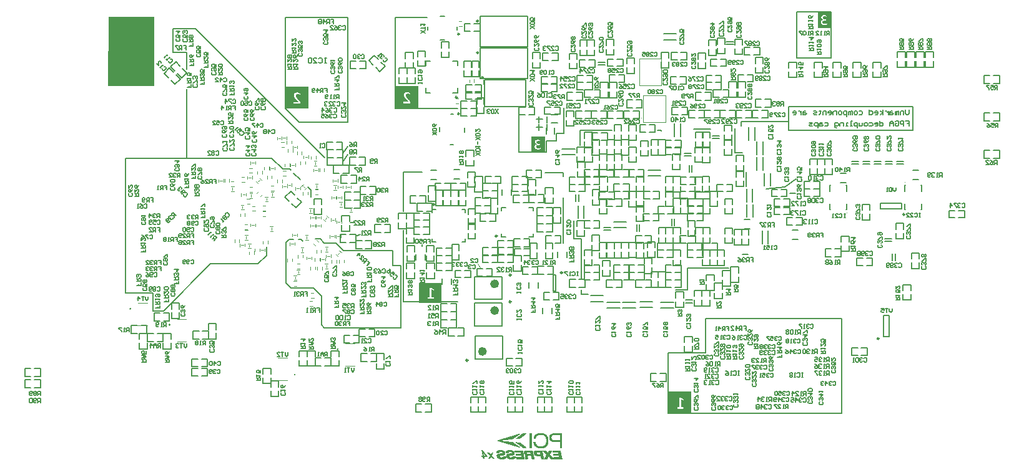
<source format=gbo>
G04 Layer_Color=32896*
%FSLAX44Y44*%
%MOMM*%
G71*
G01*
G75*
%ADD11C,0.2000*%
%ADD16C,0.1500*%
%ADD103C,0.2500*%
%ADD105C,0.6000*%
%ADD107C,0.1000*%
%ADD129C,0.2540*%
%ADD164C,0.1270*%
%ADD165C,0.0254*%
%ADD212C,0.0508*%
G36*
X649862Y82176D02*
X653694Y77910D01*
X650928D01*
X648862Y80226D01*
X647646Y77910D01*
X645246D01*
X647362Y81926D01*
X643480Y86274D01*
X646229D01*
X648362Y83892D01*
X649578Y86274D01*
X651978D01*
X649862Y82176D01*
D02*
G37*
G36*
X643563Y82126D02*
X643947Y80259D01*
X639414D01*
X639898Y77910D01*
X637781D01*
X637282Y80259D01*
X635882D01*
X635465Y82159D01*
X636898D01*
X635365Y89440D01*
X637315D01*
X643563Y82126D01*
D02*
G37*
G36*
X641000Y585500D02*
X637750D01*
Y592250D01*
X641000D01*
Y585500D01*
D02*
G37*
G36*
X192000Y584000D02*
X129630Y584000D01*
X129761Y678000D01*
X192000Y678000D01*
X192000Y584000D01*
D02*
G37*
%LPC*%
G36*
X638265Y85775D02*
X639014Y82159D01*
X641297D01*
X638265Y85775D01*
D02*
G37*
%LPD*%
D11*
X1063250Y685000D02*
X1110000D01*
X1063250Y622250D02*
Y685000D01*
Y622250D02*
X1110000D01*
Y685000D01*
X733250Y327750D02*
X736250D01*
X733250Y305750D02*
X736250D01*
Y327750D01*
X733250Y305750D02*
Y327750D01*
X1209500Y449250D02*
X1210500D01*
X1231500D02*
X1232500D01*
X1209500Y416250D02*
X1210500D01*
X1231500D02*
X1232500D01*
X1209500Y441350D02*
Y449250D01*
Y416250D02*
Y424150D01*
X1232500Y441350D02*
Y449250D01*
Y416250D02*
Y424150D01*
X1108000Y441350D02*
Y449250D01*
Y416250D02*
Y424150D01*
X1131000Y441350D02*
Y449250D01*
Y416250D02*
Y424150D01*
X1108000Y449250D02*
X1109000D01*
X1130000D02*
X1131000D01*
X1108000Y416250D02*
X1109000D01*
X1130000D02*
X1131000D01*
X987750Y530250D02*
Y536000D01*
X1051750D01*
X1220500Y523750D02*
Y556250D01*
X1051750Y523750D02*
X1220500D01*
X1051750D02*
Y556250D01*
X1220500D01*
X529500Y467000D02*
X555000D01*
X529500Y414250D02*
Y467000D01*
X529750Y291500D02*
Y388250D01*
Y291500D02*
X603504D01*
X746500Y371250D02*
Y432250D01*
X761000Y376500D02*
Y401000D01*
Y376500D02*
X771250D01*
Y323000D02*
Y376500D01*
X771000Y301500D02*
Y307250D01*
Y301500D02*
X780000D01*
X899250Y307250D02*
X915000D01*
Y337000D01*
X971000D01*
X994250Y447750D02*
Y467250D01*
X979500Y494000D02*
X989250D01*
X979500D02*
Y526250D01*
X923750Y525500D02*
X946250D01*
X879000Y523000D02*
Y524000D01*
X874000D02*
X879000D01*
X769250Y523750D02*
X812750D01*
X769250Y504000D02*
Y523750D01*
X662250Y419500D02*
X668750D01*
X662250Y414750D02*
Y419500D01*
X699750D02*
X706250D01*
Y414750D02*
Y419500D01*
Y379000D02*
Y383750D01*
X699750Y379000D02*
X706250D01*
X662250D02*
X668750D01*
X662250D02*
Y383750D01*
X613500Y412375D02*
Y416875D01*
X609000D02*
X613500D01*
Y372375D02*
Y376875D01*
X609000Y372375D02*
X613500D01*
X569000D02*
X573500D01*
X569000D02*
Y376875D01*
Y412375D02*
Y416875D01*
X573500D01*
X663500Y258250D02*
Y289250D01*
X626500Y258250D02*
Y289250D01*
X663500D01*
X626500Y258250D02*
X663500D01*
Y294500D02*
Y325500D01*
X626500Y294500D02*
Y325500D01*
X663500D01*
X626500Y294500D02*
X663500D01*
X560000Y581500D02*
X560000Y575250D01*
X566250Y575250D01*
X560000Y612000D02*
Y618250D01*
X566250Y618250D01*
X596750Y618250D02*
X603000D01*
Y612000D02*
Y618250D01*
X603000Y581500D02*
X603000Y575250D01*
X596750Y575250D02*
X603000Y575250D01*
X746750Y461750D02*
Y466250D01*
X721750D02*
X746750D01*
X1124000Y139500D02*
Y268000D01*
X889000Y139500D02*
X1124000D01*
X889000D02*
Y222000D01*
X939250D01*
Y268000D01*
X1124000D01*
X627000Y244750D02*
X664000D01*
X627000Y213750D02*
X664000D01*
Y244750D01*
X627000Y213750D02*
Y244750D01*
X425250Y622248D02*
X422917D01*
X424084D01*
Y615250D01*
X425250D01*
X422917D01*
X414753Y621081D02*
X415920Y622248D01*
X418252D01*
X419419Y621081D01*
Y616416D01*
X418252Y615250D01*
X415920D01*
X414753Y616416D01*
X407756Y615250D02*
X412421D01*
X407756Y619915D01*
Y621081D01*
X408922Y622248D01*
X411255D01*
X412421Y621081D01*
X405423D02*
X404257Y622248D01*
X401924D01*
X400758Y621081D01*
Y616416D01*
X401924Y615250D01*
X404257D01*
X405423Y616416D01*
Y621081D01*
X1215250Y552360D02*
Y546529D01*
X1214084Y545362D01*
X1211751D01*
X1210585Y546529D01*
Y552360D01*
X1208252Y545362D02*
Y550028D01*
X1204753D01*
X1203587Y548861D01*
Y545362D01*
X1201255D02*
Y550028D01*
X1200088D01*
X1198922Y548861D01*
Y545362D01*
Y548861D01*
X1197756Y550028D01*
X1196589Y548861D01*
Y545362D01*
X1193091Y550028D02*
X1190758D01*
X1189592Y548861D01*
Y545362D01*
X1193091D01*
X1194257Y546529D01*
X1193091Y547695D01*
X1189592D01*
X1187259Y550028D02*
Y545362D01*
Y547695D01*
X1186093Y548861D01*
X1184926Y550028D01*
X1183760D01*
X1180261Y545362D02*
Y552360D01*
Y547695D02*
X1176762Y550028D01*
X1180261Y547695D02*
X1176762Y545362D01*
X1169765D02*
X1172097D01*
X1173263Y546529D01*
Y548861D01*
X1172097Y550028D01*
X1169765D01*
X1168598Y548861D01*
Y547695D01*
X1173263D01*
X1161601Y552360D02*
Y545362D01*
X1165099D01*
X1166266Y546529D01*
Y548861D01*
X1165099Y550028D01*
X1161601D01*
X1147605D02*
X1151104D01*
X1152270Y548861D01*
Y546529D01*
X1151104Y545362D01*
X1147605D01*
X1144106D02*
X1141774D01*
X1140607Y546529D01*
Y548861D01*
X1141774Y550028D01*
X1144106D01*
X1145273Y548861D01*
Y546529D01*
X1144106Y545362D01*
X1138275D02*
Y550028D01*
X1137108D01*
X1135942Y548861D01*
Y545362D01*
Y548861D01*
X1134776Y550028D01*
X1133610Y548861D01*
Y545362D01*
X1131277Y543030D02*
Y550028D01*
X1127778D01*
X1126612Y548861D01*
Y546529D01*
X1127778Y545362D01*
X1131277D01*
X1123113D02*
X1120780D01*
X1119614Y546529D01*
Y548861D01*
X1120780Y550028D01*
X1123113D01*
X1124279Y548861D01*
Y546529D01*
X1123113Y545362D01*
X1117281D02*
Y550028D01*
X1113783D01*
X1112616Y548861D01*
Y545362D01*
X1106785D02*
X1109117D01*
X1110284Y546529D01*
Y548861D01*
X1109117Y550028D01*
X1106785D01*
X1105619Y548861D01*
Y547695D01*
X1110284D01*
X1103286Y545362D02*
Y550028D01*
X1099787D01*
X1098621Y548861D01*
Y545362D01*
X1095122Y551194D02*
Y550028D01*
X1096288D01*
X1093956D01*
X1095122D01*
Y546529D01*
X1093956Y545362D01*
X1090457D02*
X1086958D01*
X1085792Y546529D01*
X1086958Y547695D01*
X1089290D01*
X1090457Y548861D01*
X1089290Y550028D01*
X1085792D01*
X1075295D02*
X1072962D01*
X1071796Y548861D01*
Y545362D01*
X1075295D01*
X1076461Y546529D01*
X1075295Y547695D01*
X1071796D01*
X1069464Y550028D02*
Y545362D01*
Y547695D01*
X1068297Y548861D01*
X1067131Y550028D01*
X1065965D01*
X1058967Y545362D02*
X1061300D01*
X1062466Y546529D01*
Y548861D01*
X1061300Y550028D01*
X1058967D01*
X1057801Y548861D01*
Y547695D01*
X1062466D01*
X1210585Y536830D02*
X1215250D01*
Y533331D01*
X1212917D01*
X1215250D01*
Y529833D01*
X1208252D02*
Y536830D01*
X1204753D01*
X1203587Y535664D01*
Y533331D01*
X1204753Y532165D01*
X1208252D01*
X1196589Y535664D02*
X1197756Y536830D01*
X1200088D01*
X1201255Y535664D01*
Y530999D01*
X1200088Y529833D01*
X1197756D01*
X1196589Y530999D01*
Y533331D01*
X1198922D01*
X1194257Y529833D02*
Y534498D01*
X1191924Y536830D01*
X1189592Y534498D01*
Y529833D01*
Y533331D01*
X1194257D01*
X1175596Y536830D02*
Y529833D01*
X1179095D01*
X1180261Y530999D01*
Y533331D01*
X1179095Y534498D01*
X1175596D01*
X1169765Y529833D02*
X1172097D01*
X1173263Y530999D01*
Y533331D01*
X1172097Y534498D01*
X1169765D01*
X1168598Y533331D01*
Y532165D01*
X1173263D01*
X1161601Y534498D02*
X1165099D01*
X1166266Y533331D01*
Y530999D01*
X1165099Y529833D01*
X1161601D01*
X1158102D02*
X1155769D01*
X1154603Y530999D01*
Y533331D01*
X1155769Y534498D01*
X1158102D01*
X1159268Y533331D01*
Y530999D01*
X1158102Y529833D01*
X1152270Y534498D02*
Y530999D01*
X1151104Y529833D01*
X1147605D01*
Y534498D01*
X1145273Y527500D02*
Y534498D01*
X1141774D01*
X1140607Y533331D01*
Y530999D01*
X1141774Y529833D01*
X1145273D01*
X1138275D02*
X1135942D01*
X1137108D01*
Y536830D01*
X1138275D01*
X1132443Y529833D02*
X1130111D01*
X1131277D01*
Y534498D01*
X1132443D01*
X1126612Y529833D02*
Y534498D01*
X1123113D01*
X1121947Y533331D01*
Y529833D01*
X1117281Y527500D02*
X1116115D01*
X1114949Y528666D01*
Y534498D01*
X1118448D01*
X1119614Y533331D01*
Y530999D01*
X1118448Y529833D01*
X1114949D01*
X1100953Y534498D02*
X1104452D01*
X1105619Y533331D01*
Y530999D01*
X1104452Y529833D01*
X1100953D01*
X1097455Y534498D02*
X1095122D01*
X1093956Y533331D01*
Y529833D01*
X1097455D01*
X1098621Y530999D01*
X1097455Y532165D01*
X1093956D01*
X1091623Y527500D02*
Y534498D01*
X1088124D01*
X1086958Y533331D01*
Y530999D01*
X1088124Y529833D01*
X1091623D01*
X1084625D02*
X1081126D01*
X1079960Y530999D01*
X1081126Y532165D01*
X1083459D01*
X1084625Y533331D01*
X1083459Y534498D01*
X1079960D01*
D16*
X383140Y192200D02*
G03*
X383140Y192200I-750J0D01*
G01*
X441375Y226625D02*
G03*
X441375Y226625I-750J0D01*
G01*
X213375Y259875D02*
G03*
X213375Y259875I-750J0D01*
G01*
X160375Y281875D02*
G03*
X160375Y281875I-750J0D01*
G01*
X370000Y553500D02*
X388000Y535500D01*
X153250Y303000D02*
Y486250D01*
X190250Y278750D02*
Y303000D01*
Y278750D02*
X204500D01*
X236250Y607250D02*
Y629500D01*
Y486250D02*
Y580000D01*
X217250Y629500D02*
X236250D01*
X217250D02*
Y662250D01*
X153250Y303000D02*
X190250D01*
X723750Y494404D02*
Y510000D01*
X737500D01*
X686250Y494404D02*
X723750D01*
X686250D02*
Y553250D01*
X737500Y510000D02*
Y519500D01*
X747750D01*
Y554500D01*
X555000Y366500D02*
Y369000D01*
X387250Y376000D02*
X390500D01*
X374750D02*
X380750D01*
X400500Y446750D02*
X404043Y443207D01*
Y433300D02*
Y443207D01*
X376000Y471250D02*
X377250Y470000D01*
X381000Y466000D02*
X389750Y457250D01*
X366250Y471250D02*
X376000D01*
X410500Y376750D02*
X417000D01*
X390500Y376000D02*
X393250Y373250D01*
X344000Y354250D02*
Y365500D01*
X332250Y342500D02*
X344000Y354250D01*
X417000Y376750D02*
X422500Y371250D01*
X438000D01*
X448250Y361000D01*
X518500Y677000D02*
X561500D01*
X518500Y554000D02*
Y677000D01*
X351250Y486250D02*
X366250Y471250D01*
X447750Y493000D02*
X454250Y502250D01*
X448500Y483000D02*
X454250Y491000D01*
X454000Y535500D02*
Y632750D01*
X388000Y535500D02*
X454000D01*
X153250Y486250D02*
X321250D01*
X204500Y278750D02*
X268250Y342500D01*
X321250Y486250D02*
X351250D01*
X457750Y398500D02*
X461750D01*
X465750Y379750D02*
X471500Y383000D01*
X418500Y260000D02*
Y299000D01*
X408000Y309500D02*
X418500Y299000D01*
X377000Y309500D02*
X408000D01*
X370250Y316250D02*
X377000Y309500D01*
X370250Y316250D02*
Y371500D01*
X374750Y376000D01*
X418500Y260000D02*
X422500Y256000D01*
X526500D01*
Y340250D01*
X515250D02*
X526500D01*
X515250D02*
Y361000D01*
X448250D02*
X515250D01*
X217250Y662250D02*
X248000D01*
X389500Y520750D01*
X423000Y487250D01*
X268250Y342500D02*
X332250D01*
X579500Y646750D02*
X585500Y646750D01*
X602500Y660750D02*
X602500Y664750D01*
X579500Y678750D02*
X585500Y678750D01*
X562500Y660750D02*
X562500Y664750D01*
X1053500Y438500D02*
X1061250D01*
X1046750Y447000D02*
X1062000Y457750D01*
X1021750Y444750D02*
X1046750Y447000D01*
X370000Y553500D02*
Y677500D01*
X454000D01*
Y632750D02*
Y677500D01*
X518500Y554000D02*
X603000D01*
X640000Y556000D02*
Y593000D01*
X696000D01*
Y556000D02*
Y593000D01*
X640000Y556000D02*
X696000D01*
X613000Y521500D02*
Y527500D01*
X593750Y546500D02*
X597750Y546500D01*
X578500Y528000D02*
X578500Y522000D01*
X593500Y504750D02*
X597500D01*
X378750Y629250D02*
X384248D01*
Y631999D01*
X383332Y632915D01*
X381499D01*
X380583Y631999D01*
Y629250D01*
Y631083D02*
X378750Y632915D01*
Y634748D02*
Y636581D01*
Y635665D01*
X384248D01*
X383332Y634748D01*
X378750Y642996D02*
Y639330D01*
X382416Y642996D01*
X383332D01*
X384248Y642079D01*
Y640246D01*
X383332Y639330D01*
X378750Y648494D02*
Y644828D01*
X382416Y648494D01*
X383332D01*
X384248Y647577D01*
Y645745D01*
X383332Y644828D01*
X1137117Y360200D02*
X1142615D01*
Y362949D01*
X1141699Y363865D01*
X1139866D01*
X1138949Y362949D01*
Y360200D01*
Y362033D02*
X1137117Y363865D01*
Y365698D02*
Y367531D01*
Y366614D01*
X1142615D01*
X1141699Y365698D01*
X1142615Y373946D02*
X1141699Y372113D01*
X1139866Y370280D01*
X1138033D01*
X1137117Y371196D01*
Y373029D01*
X1138033Y373946D01*
X1138949D01*
X1139866Y373029D01*
Y370280D01*
X1137117Y378527D02*
X1142615D01*
X1139866Y375778D01*
Y379444D01*
X466000Y492000D02*
Y497498D01*
X463251D01*
X462335Y496582D01*
Y494749D01*
X463251Y493833D01*
X466000D01*
X464167D02*
X462335Y492000D01*
X460502Y496582D02*
X459585Y497498D01*
X457753D01*
X456836Y496582D01*
Y495666D01*
X457753Y494749D01*
X456836Y493833D01*
Y492916D01*
X457753Y492000D01*
X459585D01*
X460502Y492916D01*
Y493833D01*
X459585Y494749D01*
X460502Y495666D01*
Y496582D01*
X459585Y494749D02*
X457753D01*
X494250Y479500D02*
Y484998D01*
X491501D01*
X490584Y484082D01*
Y482249D01*
X491501Y481333D01*
X494250D01*
X492417D02*
X490584Y479500D01*
X488752Y480416D02*
X487835Y479500D01*
X486003D01*
X485086Y480416D01*
Y484082D01*
X486003Y484998D01*
X487835D01*
X488752Y484082D01*
Y483166D01*
X487835Y482249D01*
X485086D01*
X1216332Y380666D02*
X1217248Y379749D01*
Y377916D01*
X1216332Y377000D01*
X1212666D01*
X1211750Y377916D01*
Y379749D01*
X1212666Y380666D01*
X1216332Y382498D02*
X1217248Y383415D01*
Y385247D01*
X1216332Y386164D01*
X1215415D01*
X1214499Y385247D01*
Y384331D01*
Y385247D01*
X1213583Y386164D01*
X1212666D01*
X1211750Y385247D01*
Y383415D01*
X1212666Y382498D01*
X1217248Y387996D02*
Y391662D01*
X1216332D01*
X1212666Y387996D01*
X1211750D01*
X1217248Y393495D02*
Y397160D01*
X1216332D01*
X1212666Y393495D01*
X1211750D01*
X1098332Y492915D02*
X1099248Y491999D01*
Y490166D01*
X1098332Y489250D01*
X1094666D01*
X1093750Y490166D01*
Y491999D01*
X1094666Y492915D01*
X1098332Y494748D02*
X1099248Y495665D01*
Y497497D01*
X1098332Y498414D01*
X1097415D01*
X1096499Y497497D01*
Y496581D01*
Y497497D01*
X1095583Y498414D01*
X1094666D01*
X1093750Y497497D01*
Y495665D01*
X1094666Y494748D01*
X1093750Y500246D02*
Y502079D01*
Y501163D01*
X1099248D01*
X1098332Y500246D01*
X1093750Y504828D02*
Y506661D01*
Y505745D01*
X1099248D01*
X1098332Y504828D01*
X1154085Y214082D02*
X1155001Y214998D01*
X1156834D01*
X1157750Y214082D01*
Y210416D01*
X1156834Y209500D01*
X1155001D01*
X1154085Y210416D01*
X1152252Y214082D02*
X1151335Y214998D01*
X1149503D01*
X1148586Y214082D01*
Y213165D01*
X1149503Y212249D01*
X1150419D01*
X1149503D01*
X1148586Y211333D01*
Y210416D01*
X1149503Y209500D01*
X1151335D01*
X1152252Y210416D01*
X1146754Y214082D02*
X1145837Y214998D01*
X1144005D01*
X1143088Y214082D01*
Y210416D01*
X1144005Y209500D01*
X1145837D01*
X1146754Y210416D01*
Y214082D01*
X1141255Y209500D02*
X1139423D01*
X1140339D01*
Y214998D01*
X1141255Y214082D01*
X1148082Y406665D02*
X1148998Y405749D01*
Y403916D01*
X1148082Y403000D01*
X1144416D01*
X1143500Y403916D01*
Y405749D01*
X1144416Y406665D01*
X1148082Y408498D02*
X1148998Y409415D01*
Y411247D01*
X1148082Y412164D01*
X1147166D01*
X1146249Y411247D01*
Y410331D01*
Y411247D01*
X1145333Y412164D01*
X1144416D01*
X1143500Y411247D01*
Y409415D01*
X1144416Y408498D01*
X1148998Y413996D02*
Y417662D01*
X1148082D01*
X1144416Y413996D01*
X1143500D01*
X1148082Y419495D02*
X1148998Y420411D01*
Y422244D01*
X1148082Y423160D01*
X1147166D01*
X1146249Y422244D01*
Y421327D01*
Y422244D01*
X1145333Y423160D01*
X1144416D01*
X1143500Y422244D01*
Y420411D01*
X1144416Y419495D01*
X1287085Y423832D02*
X1288001Y424748D01*
X1289834D01*
X1290750Y423832D01*
Y420166D01*
X1289834Y419250D01*
X1288001D01*
X1287085Y420166D01*
X1285252Y423832D02*
X1284335Y424748D01*
X1282503D01*
X1281586Y423832D01*
Y422915D01*
X1282503Y421999D01*
X1283419D01*
X1282503D01*
X1281586Y421083D01*
Y420166D01*
X1282503Y419250D01*
X1284335D01*
X1285252Y420166D01*
X1279754Y424748D02*
X1276088D01*
Y423832D01*
X1279754Y420166D01*
Y419250D01*
X1271506D02*
Y424748D01*
X1274255Y421999D01*
X1270590D01*
X909332Y644416D02*
X910248Y643499D01*
Y641666D01*
X909332Y640750D01*
X905666D01*
X904750Y641666D01*
Y643499D01*
X905666Y644416D01*
X904750Y649914D02*
Y646248D01*
X908416Y649914D01*
X909332D01*
X910248Y648997D01*
Y647165D01*
X909332Y646248D01*
X910248Y651746D02*
Y655412D01*
X909332D01*
X905666Y651746D01*
X904750D01*
X910248Y660910D02*
Y657245D01*
X907499D01*
X908416Y659077D01*
Y659994D01*
X907499Y660910D01*
X905666D01*
X904750Y659994D01*
Y658161D01*
X905666Y657245D01*
X1180250Y597250D02*
X1185748D01*
Y599999D01*
X1184832Y600915D01*
X1182999D01*
X1182083Y599999D01*
Y597250D01*
Y599083D02*
X1180250Y600915D01*
X1181166Y602748D02*
X1180250Y603665D01*
Y605497D01*
X1181166Y606414D01*
X1184832D01*
X1185748Y605497D01*
Y603665D01*
X1184832Y602748D01*
X1183915D01*
X1182999Y603665D01*
Y606414D01*
X1185748Y608246D02*
Y611912D01*
X1184832D01*
X1181166Y608246D01*
X1180250D01*
X1153250Y597250D02*
X1158748D01*
Y599999D01*
X1157832Y600915D01*
X1155999D01*
X1155083Y599999D01*
Y597250D01*
Y599083D02*
X1153250Y600915D01*
X1154166Y602748D02*
X1153250Y603665D01*
Y605497D01*
X1154166Y606414D01*
X1157832D01*
X1158748Y605497D01*
Y603665D01*
X1157832Y602748D01*
X1156916D01*
X1155999Y603665D01*
Y606414D01*
X1158748Y611912D02*
X1157832Y610079D01*
X1155999Y608246D01*
X1154166D01*
X1153250Y609163D01*
Y610995D01*
X1154166Y611912D01*
X1155083D01*
X1155999Y610995D01*
Y608246D01*
X1126250Y596750D02*
X1131748D01*
Y599499D01*
X1130832Y600415D01*
X1128999D01*
X1128083Y599499D01*
Y596750D01*
Y598583D02*
X1126250Y600415D01*
X1127166Y602248D02*
X1126250Y603165D01*
Y604997D01*
X1127166Y605914D01*
X1130832D01*
X1131748Y604997D01*
Y603165D01*
X1130832Y602248D01*
X1129915D01*
X1128999Y603165D01*
Y605914D01*
X1131748Y611412D02*
Y607746D01*
X1128999D01*
X1129915Y609579D01*
Y610495D01*
X1128999Y611412D01*
X1127166D01*
X1126250Y610495D01*
Y608663D01*
X1127166Y607746D01*
X1099750Y596750D02*
X1105248D01*
Y599499D01*
X1104332Y600415D01*
X1102499D01*
X1101583Y599499D01*
Y596750D01*
Y598583D02*
X1099750Y600415D01*
X1100666Y602248D02*
X1099750Y603165D01*
Y604997D01*
X1100666Y605914D01*
X1104332D01*
X1105248Y604997D01*
Y603165D01*
X1104332Y602248D01*
X1103416D01*
X1102499Y603165D01*
Y605914D01*
X1099750Y610495D02*
X1105248D01*
X1102499Y607746D01*
Y611412D01*
X1032335Y366832D02*
X1033251Y367748D01*
X1035084D01*
X1036000Y366832D01*
Y363166D01*
X1035084Y362250D01*
X1033251D01*
X1032335Y363166D01*
X1030502Y362250D02*
X1028669D01*
X1029585D01*
Y367748D01*
X1030502Y366832D01*
X1022254Y367748D02*
X1025920D01*
Y364999D01*
X1024087Y365915D01*
X1023171D01*
X1022254Y364999D01*
Y363166D01*
X1023171Y362250D01*
X1025004D01*
X1025920Y363166D01*
X1020422Y362250D02*
X1018589D01*
X1019505D01*
Y367748D01*
X1020422Y366832D01*
X626834Y348832D02*
X627751Y349748D01*
X629584D01*
X630500Y348832D01*
Y345166D01*
X629584Y344250D01*
X627751D01*
X626834Y345166D01*
X621336Y344250D02*
X625002D01*
X621336Y347915D01*
Y348832D01*
X622253Y349748D01*
X624085D01*
X625002Y348832D01*
X577000Y280500D02*
Y285998D01*
X574251D01*
X573335Y285082D01*
Y283249D01*
X574251Y282333D01*
X577000D01*
X575167D02*
X573335Y280500D01*
X571502D02*
X569669D01*
X570585D01*
Y285998D01*
X571502Y285082D01*
X563254Y280500D02*
X566920D01*
X563254Y284165D01*
Y285082D01*
X564171Y285998D01*
X566003D01*
X566920Y285082D01*
X576750Y258750D02*
Y264248D01*
X574001D01*
X573084Y263332D01*
Y261499D01*
X574001Y260583D01*
X576750D01*
X574917D02*
X573084Y258750D01*
X571252D02*
X569419D01*
X570335D01*
Y264248D01*
X571252Y263332D01*
X566670D02*
X565754Y264248D01*
X563921D01*
X563004Y263332D01*
Y262416D01*
X563921Y261499D01*
X564837D01*
X563921D01*
X563004Y260583D01*
Y259666D01*
X563921Y258750D01*
X565754D01*
X566670Y259666D01*
X760748Y348915D02*
Y345250D01*
X757999D01*
Y347083D01*
Y345250D01*
X755250D01*
Y350748D02*
X760748D01*
Y353497D01*
X759832Y354414D01*
X757999D01*
X757083Y353497D01*
Y350748D01*
Y352581D02*
X755250Y354414D01*
X759832Y356246D02*
X760748Y357163D01*
Y358996D01*
X759832Y359912D01*
X758915D01*
X757999Y358996D01*
Y358079D01*
Y358996D01*
X757083Y359912D01*
X756166D01*
X755250Y358996D01*
Y357163D01*
X756166Y356246D01*
X759832Y361745D02*
X760748Y362661D01*
Y364494D01*
X759832Y365410D01*
X758915D01*
X757999Y364494D01*
X757083Y365410D01*
X756166D01*
X755250Y364494D01*
Y362661D01*
X756166Y361745D01*
X757083D01*
X757999Y362661D01*
X758915Y361745D01*
X759832D01*
X757999Y362661D02*
Y364494D01*
X1087335Y401832D02*
X1088251Y402748D01*
X1090084D01*
X1091000Y401832D01*
Y398166D01*
X1090084Y397250D01*
X1088251D01*
X1087335Y398166D01*
X1085502Y397250D02*
X1083669D01*
X1084585D01*
Y402748D01*
X1085502Y401832D01*
X1080920Y397250D02*
X1079087D01*
X1080004D01*
Y402748D01*
X1080920Y401832D01*
X1076338D02*
X1075422Y402748D01*
X1073589D01*
X1072673Y401832D01*
Y400915D01*
X1073589Y399999D01*
X1074505D01*
X1073589D01*
X1072673Y399083D01*
Y398166D01*
X1073589Y397250D01*
X1075422D01*
X1076338Y398166D01*
X37500Y154250D02*
Y159748D01*
X34751D01*
X33835Y158832D01*
Y156999D01*
X34751Y156083D01*
X37500D01*
X35667D02*
X33835Y154250D01*
X32002Y155166D02*
X31085Y154250D01*
X29253D01*
X28336Y155166D01*
Y158832D01*
X29253Y159748D01*
X31085D01*
X32002Y158832D01*
Y157915D01*
X31085Y156999D01*
X28336D01*
X26504Y158832D02*
X25587Y159748D01*
X23754D01*
X22838Y158832D01*
Y155166D01*
X23754Y154250D01*
X25587D01*
X26504Y155166D01*
Y158832D01*
X37500Y164250D02*
Y169748D01*
X34751D01*
X33835Y168832D01*
Y166999D01*
X34751Y166083D01*
X37500D01*
X35667D02*
X33835Y164250D01*
X32002Y168832D02*
X31085Y169748D01*
X29253D01*
X28336Y168832D01*
Y167915D01*
X29253Y166999D01*
X28336Y166083D01*
Y165166D01*
X29253Y164250D01*
X31085D01*
X32002Y165166D01*
Y166083D01*
X31085Y166999D01*
X32002Y167915D01*
Y168832D01*
X31085Y166999D02*
X29253D01*
X26504Y165166D02*
X25587Y164250D01*
X23754D01*
X22838Y165166D01*
Y168832D01*
X23754Y169748D01*
X25587D01*
X26504Y168832D01*
Y167915D01*
X25587Y166999D01*
X22838D01*
X882250Y175000D02*
Y180498D01*
X879501D01*
X878585Y179582D01*
Y177749D01*
X879501Y176833D01*
X882250D01*
X880417D02*
X878585Y175000D01*
X873086Y180498D02*
X874919Y179582D01*
X876752Y177749D01*
Y175916D01*
X875835Y175000D01*
X874003D01*
X873086Y175916D01*
Y176833D01*
X874003Y177749D01*
X876752D01*
X871254Y180498D02*
X867588D01*
Y179582D01*
X871254Y175916D01*
Y175000D01*
X735750Y341750D02*
Y347248D01*
X733001D01*
X732085Y346332D01*
Y344499D01*
X733001Y343583D01*
X735750D01*
X733917D02*
X732085Y341750D01*
X730252D02*
X728419D01*
X729335D01*
Y347248D01*
X730252Y346332D01*
X722004Y341750D02*
X725670D01*
X722004Y345415D01*
Y346332D01*
X722921Y347248D01*
X724753D01*
X725670Y346332D01*
X720172Y341750D02*
X718339D01*
X719255D01*
Y347248D01*
X720172Y346332D01*
X605750Y477750D02*
X611248D01*
Y480499D01*
X610332Y481415D01*
X608499D01*
X607583Y480499D01*
Y477750D01*
Y479583D02*
X605750Y481415D01*
Y483248D02*
Y485081D01*
Y484165D01*
X611248D01*
X610332Y483248D01*
X605750Y487830D02*
Y489663D01*
Y488746D01*
X611248D01*
X610332Y487830D01*
Y492412D02*
X611248Y493328D01*
Y495161D01*
X610332Y496077D01*
X609416D01*
X608499Y495161D01*
X607583Y496077D01*
X606666D01*
X605750Y495161D01*
Y493328D01*
X606666Y492412D01*
X607583D01*
X608499Y493328D01*
X609416Y492412D01*
X610332D01*
X608499Y493328D02*
Y495161D01*
X912750Y197000D02*
X918248D01*
Y199749D01*
X917332Y200665D01*
X915499D01*
X914583Y199749D01*
Y197000D01*
Y198833D02*
X912750Y200665D01*
Y202498D02*
Y204331D01*
Y203415D01*
X918248D01*
X917332Y202498D01*
X912750Y207080D02*
Y208913D01*
Y207997D01*
X918248D01*
X917332Y207080D01*
X912750Y211662D02*
Y213495D01*
Y212578D01*
X918248D01*
X917332Y211662D01*
X959250Y204250D02*
Y209748D01*
X956501D01*
X955584Y208832D01*
Y206999D01*
X956501Y206083D01*
X959250D01*
X957417D02*
X955584Y204250D01*
X953752D02*
X951919D01*
X952835D01*
Y209748D01*
X953752Y208832D01*
X949170D02*
X948254Y209748D01*
X946421D01*
X945505Y208832D01*
Y205166D01*
X946421Y204250D01*
X948254D01*
X949170Y205166D01*
Y208832D01*
X940006Y209748D02*
X941839Y208832D01*
X943672Y206999D01*
Y205166D01*
X942755Y204250D01*
X940923D01*
X940006Y205166D01*
Y206083D01*
X940923Y206999D01*
X943672D01*
X978250Y305000D02*
X983748D01*
Y307749D01*
X982832Y308666D01*
X980999D01*
X980083Y307749D01*
Y305000D01*
Y306833D02*
X978250Y308666D01*
X983748Y314164D02*
Y310498D01*
X980999D01*
X981916Y312331D01*
Y313247D01*
X980999Y314164D01*
X979166D01*
X978250Y313247D01*
Y311415D01*
X979166Y310498D01*
X955000Y282500D02*
X960498D01*
Y285249D01*
X959582Y286166D01*
X957749D01*
X956833Y285249D01*
Y282500D01*
Y284333D02*
X955000Y286166D01*
Y291664D02*
Y287998D01*
X958665Y291664D01*
X959582D01*
X960498Y290747D01*
Y288915D01*
X959582Y287998D01*
X902000Y271500D02*
X907498D01*
Y274249D01*
X906582Y275166D01*
X904749D01*
X903833Y274249D01*
Y271500D01*
Y273333D02*
X902000Y275166D01*
X906582Y276998D02*
X907498Y277915D01*
Y279747D01*
X906582Y280664D01*
X905666D01*
X904749Y279747D01*
Y278831D01*
Y279747D01*
X903833Y280664D01*
X902916D01*
X902000Y279747D01*
Y277915D01*
X902916Y276998D01*
X932000Y314750D02*
X937498D01*
Y317499D01*
X936582Y318416D01*
X934749D01*
X933833Y317499D01*
Y314750D01*
Y316583D02*
X932000Y318416D01*
Y320248D02*
Y322081D01*
Y321165D01*
X937498D01*
X936582Y320248D01*
X967750Y300250D02*
X973248D01*
Y302999D01*
X972332Y303916D01*
X970499D01*
X969583Y302999D01*
Y300250D01*
Y302083D02*
X967750Y303916D01*
Y308497D02*
X973248D01*
X970499Y305748D01*
Y309414D01*
X766750Y332248D02*
X764917D01*
X765834D01*
Y326750D01*
X766750D01*
X764917D01*
X758503Y331332D02*
X759419Y332248D01*
X761252D01*
X762168Y331332D01*
Y327666D01*
X761252Y326750D01*
X759419D01*
X758503Y327666D01*
X756670Y326750D02*
X754837D01*
X755754D01*
Y332248D01*
X756670Y331332D01*
X752088Y332248D02*
X748423D01*
Y331332D01*
X752088Y327666D01*
Y326750D01*
X1000334Y350998D02*
X1004000D01*
Y348249D01*
X1002167D01*
X1004000D01*
Y345500D01*
X998502D02*
Y350998D01*
X995753D01*
X994836Y350082D01*
Y348249D01*
X995753Y347333D01*
X998502D01*
X996669D02*
X994836Y345500D01*
X993004Y350082D02*
X992087Y350998D01*
X990255D01*
X989338Y350082D01*
Y349165D01*
X990255Y348249D01*
X991171D01*
X990255D01*
X989338Y347333D01*
Y346416D01*
X990255Y345500D01*
X992087D01*
X993004Y346416D01*
X983840Y350998D02*
X985673Y350082D01*
X987505Y348249D01*
Y346416D01*
X986589Y345500D01*
X984756D01*
X983840Y346416D01*
Y347333D01*
X984756Y348249D01*
X987505D01*
X741748Y271166D02*
Y267500D01*
X738999D01*
Y269333D01*
Y267500D01*
X736250D01*
Y272998D02*
X741748D01*
Y275747D01*
X740832Y276664D01*
X738999D01*
X738083Y275747D01*
Y272998D01*
Y274831D02*
X736250Y276664D01*
Y281245D02*
X741748D01*
X738999Y278496D01*
Y282162D01*
X741748Y287660D02*
Y283995D01*
X738999D01*
X739915Y285827D01*
Y286744D01*
X738999Y287660D01*
X737166D01*
X736250Y286744D01*
Y284911D01*
X737166Y283995D01*
X708498Y280916D02*
Y277250D01*
X705749D01*
Y279083D01*
Y277250D01*
X703000D01*
Y282748D02*
X708498D01*
Y285497D01*
X707582Y286414D01*
X705749D01*
X704833Y285497D01*
Y282748D01*
Y284581D02*
X703000Y286414D01*
Y290996D02*
X708498D01*
X705749Y288246D01*
Y291912D01*
X703000Y296494D02*
X708498D01*
X705749Y293745D01*
Y297410D01*
X612335Y343832D02*
X613251Y344748D01*
X615084D01*
X616000Y343832D01*
Y340166D01*
X615084Y339250D01*
X613251D01*
X612335Y340166D01*
X610502Y343832D02*
X609585Y344748D01*
X607753D01*
X606836Y343832D01*
Y342915D01*
X607753Y341999D01*
X608669D01*
X607753D01*
X606836Y341083D01*
Y340166D01*
X607753Y339250D01*
X609585D01*
X610502Y340166D01*
X605004Y343832D02*
X604087Y344748D01*
X602254D01*
X601338Y343832D01*
Y342915D01*
X602254Y341999D01*
X603171D01*
X602254D01*
X601338Y341083D01*
Y340166D01*
X602254Y339250D01*
X604087D01*
X605004Y340166D01*
X599505Y343832D02*
X598589Y344748D01*
X596756D01*
X595840Y343832D01*
Y342915D01*
X596756Y341999D01*
X597673D01*
X596756D01*
X595840Y341083D01*
Y340166D01*
X596756Y339250D01*
X598589D01*
X599505Y340166D01*
X730334Y604582D02*
X731251Y605498D01*
X733084D01*
X734000Y604582D01*
Y600916D01*
X733084Y600000D01*
X731251D01*
X730334Y600916D01*
X728502Y600000D02*
X726669D01*
X727585D01*
Y605498D01*
X728502Y604582D01*
X723920D02*
X723004Y605498D01*
X721171D01*
X720255Y604582D01*
Y600916D01*
X721171Y600000D01*
X723004D01*
X723920Y600916D01*
Y604582D01*
X718422Y600916D02*
X717505Y600000D01*
X715673D01*
X714756Y600916D01*
Y604582D01*
X715673Y605498D01*
X717505D01*
X718422Y604582D01*
Y603666D01*
X717505Y602749D01*
X714756D01*
X905835Y583332D02*
X906751Y584248D01*
X908584D01*
X909500Y583332D01*
Y579666D01*
X908584Y578750D01*
X906751D01*
X905835Y579666D01*
X904002Y578750D02*
X902169D01*
X903085D01*
Y584248D01*
X904002Y583332D01*
X899420D02*
X898504Y584248D01*
X896671D01*
X895754Y583332D01*
Y579666D01*
X896671Y578750D01*
X898504D01*
X899420Y579666D01*
Y583332D01*
X893922Y584248D02*
X890256D01*
Y583332D01*
X893922Y579666D01*
Y578750D01*
X727335Y573832D02*
X728251Y574748D01*
X730084D01*
X731000Y573832D01*
Y570166D01*
X730084Y569250D01*
X728251D01*
X727335Y570166D01*
X725502Y569250D02*
X723669D01*
X724585D01*
Y574748D01*
X725502Y573832D01*
X720920D02*
X720004Y574748D01*
X718171D01*
X717254Y573832D01*
Y570166D01*
X718171Y569250D01*
X720004D01*
X720920Y570166D01*
Y573832D01*
X711756Y574748D02*
X713589Y573832D01*
X715422Y571999D01*
Y570166D01*
X714505Y569250D01*
X712673D01*
X711756Y570166D01*
Y571083D01*
X712673Y571999D01*
X715422D01*
X1177832Y368666D02*
X1178748Y367749D01*
Y365916D01*
X1177832Y365000D01*
X1174166D01*
X1173250Y365916D01*
Y367749D01*
X1174166Y368666D01*
X1177832Y370498D02*
X1178748Y371415D01*
Y373247D01*
X1177832Y374164D01*
X1176916D01*
X1175999Y373247D01*
Y372331D01*
Y373247D01*
X1175083Y374164D01*
X1174166D01*
X1173250Y373247D01*
Y371415D01*
X1174166Y370498D01*
X1178748Y375996D02*
Y379662D01*
X1177832D01*
X1174166Y375996D01*
X1173250D01*
X1174166Y381495D02*
X1173250Y382411D01*
Y384244D01*
X1174166Y385160D01*
X1177832D01*
X1178748Y384244D01*
Y382411D01*
X1177832Y381495D01*
X1176916D01*
X1175999Y382411D01*
Y385160D01*
X1190332Y499665D02*
X1191248Y498749D01*
Y496916D01*
X1190332Y496000D01*
X1186666D01*
X1185750Y496916D01*
Y498749D01*
X1186666Y499665D01*
X1190332Y501498D02*
X1191248Y502415D01*
Y504247D01*
X1190332Y505164D01*
X1189416D01*
X1188499Y504247D01*
Y503331D01*
Y504247D01*
X1187583Y505164D01*
X1186666D01*
X1185750Y504247D01*
Y502415D01*
X1186666Y501498D01*
X1191248Y506996D02*
Y510662D01*
X1190332D01*
X1186666Y506996D01*
X1185750D01*
Y516160D02*
Y512495D01*
X1189416Y516160D01*
X1190332D01*
X1191248Y515244D01*
Y513411D01*
X1190332Y512495D01*
X1205832Y499665D02*
X1206748Y498749D01*
Y496916D01*
X1205832Y496000D01*
X1202166D01*
X1201250Y496916D01*
Y498749D01*
X1202166Y499665D01*
X1205832Y501498D02*
X1206748Y502415D01*
Y504247D01*
X1205832Y505164D01*
X1204915D01*
X1203999Y504247D01*
Y503331D01*
Y504247D01*
X1203083Y505164D01*
X1202166D01*
X1201250Y504247D01*
Y502415D01*
X1202166Y501498D01*
X1206748Y506996D02*
Y510662D01*
X1205832D01*
X1202166Y506996D01*
X1201250D01*
Y512495D02*
Y514327D01*
Y513411D01*
X1206748D01*
X1205832Y512495D01*
X1174832Y499665D02*
X1175748Y498749D01*
Y496916D01*
X1174832Y496000D01*
X1171166D01*
X1170250Y496916D01*
Y498749D01*
X1171166Y499665D01*
X1174832Y501498D02*
X1175748Y502415D01*
Y504247D01*
X1174832Y505164D01*
X1173915D01*
X1172999Y504247D01*
Y503331D01*
Y504247D01*
X1172083Y505164D01*
X1171166D01*
X1170250Y504247D01*
Y502415D01*
X1171166Y501498D01*
X1175748Y506996D02*
Y510662D01*
X1174832D01*
X1171166Y506996D01*
X1170250D01*
X1174832Y512495D02*
X1175748Y513411D01*
Y515244D01*
X1174832Y516160D01*
X1171166D01*
X1170250Y515244D01*
Y513411D01*
X1171166Y512495D01*
X1174832D01*
X1144332Y499665D02*
X1145248Y498749D01*
Y496916D01*
X1144332Y496000D01*
X1140666D01*
X1139750Y496916D01*
Y498749D01*
X1140666Y499665D01*
X1144332Y501498D02*
X1145248Y502415D01*
Y504247D01*
X1144332Y505164D01*
X1143416D01*
X1142499Y504247D01*
Y503331D01*
Y504247D01*
X1141583Y505164D01*
X1140666D01*
X1139750Y504247D01*
Y502415D01*
X1140666Y501498D01*
X1145248Y510662D02*
X1144332Y508829D01*
X1142499Y506996D01*
X1140666D01*
X1139750Y507913D01*
Y509745D01*
X1140666Y510662D01*
X1141583D01*
X1142499Y509745D01*
Y506996D01*
X1140666Y512495D02*
X1139750Y513411D01*
Y515244D01*
X1140666Y516160D01*
X1144332D01*
X1145248Y515244D01*
Y513411D01*
X1144332Y512495D01*
X1143416D01*
X1142499Y513411D01*
Y516160D01*
X1159332Y499416D02*
X1160248Y498499D01*
Y496666D01*
X1159332Y495750D01*
X1155666D01*
X1154750Y496666D01*
Y498499D01*
X1155666Y499416D01*
X1159332Y501248D02*
X1160248Y502165D01*
Y503997D01*
X1159332Y504914D01*
X1158416D01*
X1157499Y503997D01*
Y503081D01*
Y503997D01*
X1156583Y504914D01*
X1155666D01*
X1154750Y503997D01*
Y502165D01*
X1155666Y501248D01*
X1160248Y510412D02*
X1159332Y508579D01*
X1157499Y506746D01*
X1155666D01*
X1154750Y507663D01*
Y509496D01*
X1155666Y510412D01*
X1156583D01*
X1157499Y509496D01*
Y506746D01*
X1159332Y512245D02*
X1160248Y513161D01*
Y514994D01*
X1159332Y515910D01*
X1158416D01*
X1157499Y514994D01*
X1156583Y515910D01*
X1155666D01*
X1154750Y514994D01*
Y513161D01*
X1155666Y512245D01*
X1156583D01*
X1157499Y513161D01*
X1158416Y512245D01*
X1159332D01*
X1157499Y513161D02*
Y514994D01*
X1038585Y243332D02*
X1039501Y244248D01*
X1041334D01*
X1042250Y243332D01*
Y239666D01*
X1041334Y238750D01*
X1039501D01*
X1038585Y239666D01*
X1036752Y243332D02*
X1035835Y244248D01*
X1034003D01*
X1033086Y243332D01*
Y242416D01*
X1034003Y241499D01*
X1034919D01*
X1034003D01*
X1033086Y240583D01*
Y239666D01*
X1034003Y238750D01*
X1035835D01*
X1036752Y239666D01*
X1027588Y244248D02*
X1031254D01*
Y241499D01*
X1029421Y242416D01*
X1028504D01*
X1027588Y241499D01*
Y239666D01*
X1028504Y238750D01*
X1030337D01*
X1031254Y239666D01*
X1025755Y244248D02*
X1022090D01*
Y243332D01*
X1025755Y239666D01*
Y238750D01*
X759835Y300082D02*
X760751Y300998D01*
X762584D01*
X763500Y300082D01*
Y296416D01*
X762584Y295500D01*
X760751D01*
X759835Y296416D01*
X758002Y300082D02*
X757085Y300998D01*
X755253D01*
X754336Y300082D01*
Y299165D01*
X755253Y298249D01*
X756169D01*
X755253D01*
X754336Y297333D01*
Y296416D01*
X755253Y295500D01*
X757085D01*
X758002Y296416D01*
X752504Y300082D02*
X751587Y300998D01*
X749754D01*
X748838Y300082D01*
Y299165D01*
X749754Y298249D01*
X750671D01*
X749754D01*
X748838Y297333D01*
Y296416D01*
X749754Y295500D01*
X751587D01*
X752504Y296416D01*
X743340Y300998D02*
X747005D01*
Y298249D01*
X745173Y299165D01*
X744256D01*
X743340Y298249D01*
Y296416D01*
X744256Y295500D01*
X746089D01*
X747005Y296416D01*
X982332Y151916D02*
X983248Y150999D01*
Y149166D01*
X982332Y148250D01*
X978666D01*
X977750Y149166D01*
Y150999D01*
X978666Y151916D01*
X982332Y153748D02*
X983248Y154665D01*
Y156497D01*
X982332Y157414D01*
X981415D01*
X980499Y156497D01*
Y155581D01*
Y156497D01*
X979583Y157414D01*
X978666D01*
X977750Y156497D01*
Y154665D01*
X978666Y153748D01*
X982332Y159246D02*
X983248Y160163D01*
Y161996D01*
X982332Y162912D01*
X981415D01*
X980499Y161996D01*
Y161079D01*
Y161996D01*
X979583Y162912D01*
X978666D01*
X977750Y161996D01*
Y160163D01*
X978666Y159246D01*
X977750Y164745D02*
Y166577D01*
Y165661D01*
X983248D01*
X982332Y164745D01*
X956332Y220916D02*
X957248Y219999D01*
Y218166D01*
X956332Y217250D01*
X952666D01*
X951750Y218166D01*
Y219999D01*
X952666Y220916D01*
X956332Y222748D02*
X957248Y223665D01*
Y225497D01*
X956332Y226414D01*
X955415D01*
X954499Y225497D01*
Y224581D01*
Y225497D01*
X953583Y226414D01*
X952666D01*
X951750Y225497D01*
Y223665D01*
X952666Y222748D01*
X951750Y231912D02*
Y228246D01*
X955415Y231912D01*
X956332D01*
X957248Y230996D01*
Y229163D01*
X956332Y228246D01*
X957248Y233745D02*
Y237410D01*
X956332D01*
X952666Y233745D01*
X951750D01*
X972585Y149082D02*
X973501Y149998D01*
X975334D01*
X976250Y149082D01*
Y145416D01*
X975334Y144500D01*
X973501D01*
X972585Y145416D01*
X970752Y149082D02*
X969835Y149998D01*
X968003D01*
X967086Y149082D01*
Y148166D01*
X968003Y147249D01*
X968919D01*
X968003D01*
X967086Y146333D01*
Y145416D01*
X968003Y144500D01*
X969835D01*
X970752Y145416D01*
X965254Y149082D02*
X964337Y149998D01*
X962505D01*
X961588Y149082D01*
Y148166D01*
X962505Y147249D01*
X963421D01*
X962505D01*
X961588Y146333D01*
Y145416D01*
X962505Y144500D01*
X964337D01*
X965254Y145416D01*
X959755Y149082D02*
X958839Y149998D01*
X957006D01*
X956090Y149082D01*
Y145416D01*
X957006Y144500D01*
X958839D01*
X959755Y145416D01*
Y149082D01*
X928582Y172416D02*
X929498Y171499D01*
Y169666D01*
X928582Y168750D01*
X924916D01*
X924000Y169666D01*
Y171499D01*
X924916Y172416D01*
X928582Y174248D02*
X929498Y175165D01*
Y176997D01*
X928582Y177914D01*
X927665D01*
X926749Y176997D01*
Y176081D01*
Y176997D01*
X925833Y177914D01*
X924916D01*
X924000Y176997D01*
Y175165D01*
X924916Y174248D01*
X924000Y179746D02*
Y181579D01*
Y180663D01*
X929498D01*
X928582Y179746D01*
X924000Y187077D02*
X929498D01*
X926749Y184328D01*
Y187994D01*
X953335Y183332D02*
X954251Y184248D01*
X956084D01*
X957000Y183332D01*
Y179666D01*
X956084Y178750D01*
X954251D01*
X953335Y179666D01*
X951502Y183332D02*
X950585Y184248D01*
X948753D01*
X947836Y183332D01*
Y182416D01*
X948753Y181499D01*
X949669D01*
X948753D01*
X947836Y180583D01*
Y179666D01*
X948753Y178750D01*
X950585D01*
X951502Y179666D01*
X946004Y178750D02*
X944171D01*
X945087D01*
Y184248D01*
X946004Y183332D01*
X941422D02*
X940505Y184248D01*
X938673D01*
X937756Y183332D01*
Y182416D01*
X938673Y181499D01*
X939589D01*
X938673D01*
X937756Y180583D01*
Y179666D01*
X938673Y178750D01*
X940505D01*
X941422Y179666D01*
X925582Y200916D02*
X926498Y199999D01*
Y198166D01*
X925582Y197250D01*
X921916D01*
X921000Y198166D01*
Y199999D01*
X921916Y200916D01*
X925582Y202748D02*
X926498Y203665D01*
Y205497D01*
X925582Y206414D01*
X924666D01*
X923749Y205497D01*
Y204581D01*
Y205497D01*
X922833Y206414D01*
X921916D01*
X921000Y205497D01*
Y203665D01*
X921916Y202748D01*
X921000Y208246D02*
Y210079D01*
Y209163D01*
X926498D01*
X925582Y208246D01*
X921000Y216494D02*
Y212828D01*
X924666Y216494D01*
X925582D01*
X926498Y215577D01*
Y213745D01*
X925582Y212828D01*
X558998Y655750D02*
X553500Y659416D01*
X558998D02*
X553500Y655750D01*
X558998Y661248D02*
Y664914D01*
Y663081D01*
X553500D01*
Y666746D02*
Y668579D01*
Y667663D01*
X558998D01*
X558082Y666746D01*
X552750Y317250D02*
X558248D01*
Y319999D01*
X557332Y320915D01*
X555499D01*
X554583Y319999D01*
Y317250D01*
Y319083D02*
X552750Y320915D01*
Y322748D02*
Y324581D01*
Y323665D01*
X558248D01*
X557332Y322748D01*
X552750Y330079D02*
X558248D01*
X555499Y327330D01*
Y330995D01*
X552750Y332828D02*
Y334661D01*
Y333745D01*
X558248D01*
X557332Y332828D01*
X536250Y300750D02*
X541748D01*
Y303499D01*
X540832Y304415D01*
X538999D01*
X538083Y303499D01*
Y300750D01*
Y302583D02*
X536250Y304415D01*
Y306248D02*
Y308081D01*
Y307165D01*
X541748D01*
X540832Y306248D01*
Y310830D02*
X541748Y311746D01*
Y313579D01*
X540832Y314496D01*
X539916D01*
X538999Y313579D01*
Y312663D01*
Y313579D01*
X538083Y314496D01*
X537166D01*
X536250Y313579D01*
Y311746D01*
X537166Y310830D01*
X540832Y316328D02*
X541748Y317245D01*
Y319077D01*
X540832Y319994D01*
X539916D01*
X538999Y319077D01*
X538083Y319994D01*
X537166D01*
X536250Y319077D01*
Y317245D01*
X537166Y316328D01*
X538083D01*
X538999Y317245D01*
X539916Y316328D01*
X540832D01*
X538999Y317245D02*
Y319077D01*
X562584Y376248D02*
X566250D01*
Y373499D01*
X564417D01*
X566250D01*
Y370750D01*
X560752D02*
Y376248D01*
X558003D01*
X557086Y375332D01*
Y373499D01*
X558003Y372583D01*
X560752D01*
X558919D02*
X557086Y370750D01*
X551588Y376248D02*
X555254D01*
Y373499D01*
X553421Y374416D01*
X552505D01*
X551588Y373499D01*
Y371666D01*
X552505Y370750D01*
X554337D01*
X555254Y371666D01*
X549755Y375332D02*
X548839Y376248D01*
X547006D01*
X546090Y375332D01*
Y371666D01*
X547006Y370750D01*
X548839D01*
X549755Y371666D01*
Y375332D01*
X928582Y147915D02*
X929498Y146999D01*
Y145166D01*
X928582Y144250D01*
X924916D01*
X924000Y145166D01*
Y146999D01*
X924916Y147915D01*
X928582Y149748D02*
X929498Y150665D01*
Y152497D01*
X928582Y153414D01*
X927665D01*
X926749Y152497D01*
Y151581D01*
Y152497D01*
X925833Y153414D01*
X924916D01*
X924000Y152497D01*
Y150665D01*
X924916Y149748D01*
X929498Y158912D02*
X928582Y157079D01*
X926749Y155246D01*
X924916D01*
X924000Y156163D01*
Y157996D01*
X924916Y158912D01*
X925833D01*
X926749Y157996D01*
Y155246D01*
X929498Y160745D02*
Y164410D01*
X928582D01*
X924916Y160745D01*
X924000D01*
X1201335Y342582D02*
X1202251Y343498D01*
X1204084D01*
X1205000Y342582D01*
Y338916D01*
X1204084Y338000D01*
X1202251D01*
X1201335Y338916D01*
X1199502Y342582D02*
X1198585Y343498D01*
X1196753D01*
X1195836Y342582D01*
Y341665D01*
X1196753Y340749D01*
X1197669D01*
X1196753D01*
X1195836Y339833D01*
Y338916D01*
X1196753Y338000D01*
X1198585D01*
X1199502Y338916D01*
X1194004D02*
X1193087Y338000D01*
X1191255D01*
X1190338Y338916D01*
Y342582D01*
X1191255Y343498D01*
X1193087D01*
X1194004Y342582D01*
Y341665D01*
X1193087Y340749D01*
X1190338D01*
X1188505Y338916D02*
X1187589Y338000D01*
X1185756D01*
X1184840Y338916D01*
Y342582D01*
X1185756Y343498D01*
X1187589D01*
X1188505Y342582D01*
Y341665D01*
X1187589Y340749D01*
X1184840D01*
X945334Y217582D02*
X946251Y218498D01*
X948084D01*
X949000Y217582D01*
Y213916D01*
X948084Y213000D01*
X946251D01*
X945334Y213916D01*
X943502Y217582D02*
X942585Y218498D01*
X940753D01*
X939836Y217582D01*
Y216665D01*
X940753Y215749D01*
X941669D01*
X940753D01*
X939836Y214833D01*
Y213916D01*
X940753Y213000D01*
X942585D01*
X943502Y213916D01*
X938004Y217582D02*
X937087Y218498D01*
X935255D01*
X934338Y217582D01*
Y213916D01*
X935255Y213000D01*
X937087D01*
X938004Y213916D01*
Y217582D01*
X928840Y213000D02*
X932505D01*
X928840Y216665D01*
Y217582D01*
X929756Y218498D01*
X931589D01*
X932505Y217582D01*
X1197750Y293500D02*
X1203248D01*
Y296249D01*
X1202332Y297166D01*
X1200499D01*
X1199583Y296249D01*
Y293500D01*
Y295333D02*
X1197750Y297166D01*
Y298998D02*
Y300831D01*
Y299915D01*
X1203248D01*
X1202332Y298998D01*
X1203248Y307246D02*
Y303580D01*
X1200499D01*
X1201415Y305413D01*
Y306329D01*
X1200499Y307246D01*
X1198666D01*
X1197750Y306329D01*
Y304496D01*
X1198666Y303580D01*
X1197750Y312744D02*
Y309078D01*
X1201415Y312744D01*
X1202332D01*
X1203248Y311827D01*
Y309995D01*
X1202332Y309078D01*
X1237326Y339171D02*
X1238242Y338255D01*
Y336422D01*
X1237326Y335506D01*
X1233661D01*
X1232744Y336422D01*
Y338255D01*
X1233661Y339171D01*
X1237326Y341004D02*
X1238242Y341920D01*
Y343753D01*
X1237326Y344669D01*
X1236410D01*
X1235493Y343753D01*
Y342837D01*
Y343753D01*
X1234577Y344669D01*
X1233661D01*
X1232744Y343753D01*
Y341920D01*
X1233661Y341004D01*
X1238242Y346502D02*
Y350168D01*
X1237326D01*
X1233661Y346502D01*
X1232744D01*
X1237326Y352000D02*
X1238242Y352917D01*
Y354749D01*
X1237326Y355666D01*
X1236410D01*
X1235493Y354749D01*
X1234577Y355666D01*
X1233661D01*
X1232744Y354749D01*
Y352917D01*
X1233661Y352000D01*
X1234577D01*
X1235493Y352917D01*
X1236410Y352000D01*
X1237326D01*
X1235493Y352917D02*
Y354749D01*
X985250Y196998D02*
X983417D01*
X984334D01*
Y191500D01*
X985250D01*
X983417D01*
X977003Y196082D02*
X977919Y196998D01*
X979752D01*
X980668Y196082D01*
Y192416D01*
X979752Y191500D01*
X977919D01*
X977003Y192416D01*
X975170Y191500D02*
X973337D01*
X974254D01*
Y196998D01*
X975170Y196082D01*
X966923Y196998D02*
X968755Y196082D01*
X970588Y194249D01*
Y192416D01*
X969672Y191500D01*
X967839D01*
X966923Y192416D01*
Y193333D01*
X967839Y194249D01*
X970588D01*
X998582Y189165D02*
X999498Y188249D01*
Y186416D01*
X998582Y185500D01*
X994916D01*
X994000Y186416D01*
Y188249D01*
X994916Y189165D01*
X998582Y190998D02*
X999498Y191915D01*
Y193747D01*
X998582Y194664D01*
X997665D01*
X996749Y193747D01*
Y192831D01*
Y193747D01*
X995833Y194664D01*
X994916D01*
X994000Y193747D01*
Y191915D01*
X994916Y190998D01*
X994000Y200162D02*
Y196497D01*
X997665Y200162D01*
X998582D01*
X999498Y199246D01*
Y197413D01*
X998582Y196497D01*
Y201995D02*
X999498Y202911D01*
Y204744D01*
X998582Y205660D01*
X994916D01*
X994000Y204744D01*
Y202911D01*
X994916Y201995D01*
X998582D01*
X368582Y167915D02*
X369498Y166999D01*
Y165166D01*
X368582Y164250D01*
X364916D01*
X364000Y165166D01*
Y166999D01*
X364916Y167915D01*
X364000Y169748D02*
Y171581D01*
Y170665D01*
X369498D01*
X368582Y169748D01*
X369498Y177995D02*
X368582Y176163D01*
X366749Y174330D01*
X364916D01*
X364000Y175246D01*
Y177079D01*
X364916Y177995D01*
X365833D01*
X366749Y177079D01*
Y174330D01*
X504334Y250832D02*
X505251Y251748D01*
X507084D01*
X508000Y250832D01*
Y247166D01*
X507084Y246250D01*
X505251D01*
X504334Y247166D01*
X498836Y246250D02*
X502502D01*
X498836Y249916D01*
Y250832D01*
X499753Y251748D01*
X501585D01*
X502502Y250832D01*
X497004D02*
X496087Y251748D01*
X494254D01*
X493338Y250832D01*
Y247166D01*
X494254Y246250D01*
X496087D01*
X497004Y247166D01*
Y250832D01*
X510832Y207416D02*
X511748Y206499D01*
Y204666D01*
X510832Y203750D01*
X507166D01*
X506250Y204666D01*
Y206499D01*
X507166Y207416D01*
X506250Y209248D02*
Y211081D01*
Y210165D01*
X511748D01*
X510832Y209248D01*
X511748Y213830D02*
Y217496D01*
X510832D01*
X507166Y213830D01*
X506250D01*
X1162085Y358582D02*
X1163001Y359498D01*
X1164834D01*
X1165750Y358582D01*
Y354916D01*
X1164834Y354000D01*
X1163001D01*
X1162085Y354916D01*
X1160252Y358582D02*
X1159335Y359498D01*
X1157503D01*
X1156586Y358582D01*
Y357665D01*
X1157503Y356749D01*
X1158419D01*
X1157503D01*
X1156586Y355833D01*
Y354916D01*
X1157503Y354000D01*
X1159335D01*
X1160252Y354916D01*
X1154754D02*
X1153837Y354000D01*
X1152004D01*
X1151088Y354916D01*
Y358582D01*
X1152004Y359498D01*
X1153837D01*
X1154754Y358582D01*
Y357665D01*
X1153837Y356749D01*
X1151088D01*
X1149255Y358582D02*
X1148339Y359498D01*
X1146506D01*
X1145590Y358582D01*
Y357665D01*
X1146506Y356749D01*
X1145590Y355833D01*
Y354916D01*
X1146506Y354000D01*
X1148339D01*
X1149255Y354916D01*
Y355833D01*
X1148339Y356749D01*
X1149255Y357665D01*
Y358582D01*
X1148339Y356749D02*
X1146506D01*
X1121750Y342250D02*
Y347748D01*
X1119001D01*
X1118084Y346832D01*
Y344999D01*
X1119001Y344083D01*
X1121750D01*
X1119917D02*
X1118084Y342250D01*
X1116252D02*
X1114419D01*
X1115335D01*
Y347748D01*
X1116252Y346832D01*
X1108005Y347748D02*
X1109837Y346832D01*
X1111670Y344999D01*
Y343166D01*
X1110754Y342250D01*
X1108921D01*
X1108005Y343166D01*
Y344083D01*
X1108921Y344999D01*
X1111670D01*
X1106172Y346832D02*
X1105255Y347748D01*
X1103423D01*
X1102506Y346832D01*
Y345915D01*
X1103423Y344999D01*
X1102506Y344083D01*
Y343166D01*
X1103423Y342250D01*
X1105255D01*
X1106172Y343166D01*
Y344083D01*
X1105255Y344999D01*
X1106172Y345915D01*
Y346832D01*
X1105255Y344999D02*
X1103423D01*
X259796Y590205D02*
Y586539D01*
X257047D01*
Y588372D01*
Y586539D01*
X254298D01*
Y592038D02*
X259796D01*
Y594787D01*
X258879Y595703D01*
X257047D01*
X256130Y594787D01*
Y592038D01*
Y593871D02*
X254298Y595703D01*
X258879Y597536D02*
X259796Y598452D01*
Y600285D01*
X258879Y601201D01*
X257963D01*
X257047Y600285D01*
Y599369D01*
Y600285D01*
X256130Y601201D01*
X255214D01*
X254298Y600285D01*
Y598452D01*
X255214Y597536D01*
X259796Y606700D02*
Y603034D01*
X257047D01*
X257963Y604867D01*
Y605783D01*
X257047Y606700D01*
X255214D01*
X254298Y605783D01*
Y603951D01*
X255214Y603034D01*
X419585Y505082D02*
X420501Y505998D01*
X422334D01*
X423250Y505082D01*
Y501416D01*
X422334Y500500D01*
X420501D01*
X419585Y501416D01*
X417752Y500500D02*
X415919D01*
X416835D01*
Y505998D01*
X417752Y505082D01*
X623585Y340332D02*
X624501Y341248D01*
X626334D01*
X627250Y340332D01*
Y336666D01*
X626334Y335750D01*
X624501D01*
X623585Y336666D01*
X621752Y340332D02*
X620835Y341248D01*
X619003D01*
X618086Y340332D01*
Y339416D01*
X619003Y338499D01*
X619919D01*
X619003D01*
X618086Y337583D01*
Y336666D01*
X619003Y335750D01*
X620835D01*
X621752Y336666D01*
X689498Y266500D02*
Y268333D01*
Y267416D01*
X684000D01*
Y266500D01*
Y268333D01*
X688582Y274747D02*
X689498Y273831D01*
Y271998D01*
X688582Y271082D01*
X684916D01*
X684000Y271998D01*
Y273831D01*
X684916Y274747D01*
X684000Y280245D02*
Y276580D01*
X687665Y280245D01*
X688582D01*
X689498Y279329D01*
Y277496D01*
X688582Y276580D01*
X689248Y303250D02*
Y305083D01*
Y304166D01*
X683750D01*
Y303250D01*
Y305083D01*
X688332Y311497D02*
X689248Y310581D01*
Y308748D01*
X688332Y307832D01*
X684666D01*
X683750Y308748D01*
Y310581D01*
X684666Y311497D01*
X688332Y313330D02*
X689248Y314246D01*
Y316079D01*
X688332Y316996D01*
X687415D01*
X686499Y316079D01*
Y315163D01*
Y316079D01*
X685583Y316996D01*
X684666D01*
X683750Y316079D01*
Y314246D01*
X684666Y313330D01*
X466250Y502250D02*
Y507748D01*
X463501D01*
X462584Y506832D01*
Y504999D01*
X463501Y504083D01*
X466250D01*
X464417D02*
X462584Y502250D01*
X457086Y507748D02*
X458919Y506832D01*
X460752Y504999D01*
Y503166D01*
X459835Y502250D01*
X458003D01*
X457086Y503166D01*
Y504083D01*
X458003Y504999D01*
X460752D01*
X473250Y467750D02*
Y473248D01*
X470501D01*
X469585Y472332D01*
Y470499D01*
X470501Y469583D01*
X473250D01*
X471417D02*
X469585Y467750D01*
X467752Y473248D02*
X464086D01*
Y472332D01*
X467752Y468666D01*
Y467750D01*
X483250Y455500D02*
Y460998D01*
X480501D01*
X479585Y460082D01*
Y458249D01*
X480501Y457333D01*
X483250D01*
X481417D02*
X479585Y455500D01*
X474086D02*
X477752D01*
X474086Y459165D01*
Y460082D01*
X475003Y460998D01*
X476835D01*
X477752Y460082D01*
X469505Y455500D02*
Y460998D01*
X472254Y458249D01*
X468588D01*
X924500Y226500D02*
X929998D01*
Y229249D01*
X929082Y230166D01*
X927249D01*
X926333Y229249D01*
Y226500D01*
Y228333D02*
X924500Y230166D01*
X929998Y231998D02*
Y235664D01*
X929082D01*
X925416Y231998D01*
X924500D01*
X929082Y237496D02*
X929998Y238413D01*
Y240245D01*
X929082Y241162D01*
X925416D01*
X924500Y240245D01*
Y238413D01*
X925416Y237496D01*
X929082D01*
X392082Y628666D02*
X392998Y627749D01*
Y625916D01*
X392082Y625000D01*
X388416D01*
X387500Y625916D01*
Y627749D01*
X388416Y628666D01*
X392082Y630498D02*
X392998Y631415D01*
Y633247D01*
X392082Y634164D01*
X391166D01*
X390249Y633247D01*
Y632331D01*
Y633247D01*
X389333Y634164D01*
X388416D01*
X387500Y633247D01*
Y631415D01*
X388416Y630498D01*
X392998Y639662D02*
Y635996D01*
X390249D01*
X391166Y637829D01*
Y638745D01*
X390249Y639662D01*
X388416D01*
X387500Y638745D01*
Y636913D01*
X388416Y635996D01*
X392082Y641495D02*
X392998Y642411D01*
Y644244D01*
X392082Y645160D01*
X391166D01*
X390249Y644244D01*
Y643327D01*
Y644244D01*
X389333Y645160D01*
X388416D01*
X387500Y644244D01*
Y642411D01*
X388416Y641495D01*
X426332Y644416D02*
X427248Y643499D01*
Y641666D01*
X426332Y640750D01*
X422667D01*
X421750Y641666D01*
Y643499D01*
X422667Y644416D01*
X426332Y646248D02*
X427248Y647165D01*
Y648997D01*
X426332Y649914D01*
X425416D01*
X424499Y648997D01*
Y648081D01*
Y648997D01*
X423583Y649914D01*
X422667D01*
X421750Y648997D01*
Y647165D01*
X422667Y646248D01*
X427248Y655412D02*
Y651746D01*
X424499D01*
X425416Y653579D01*
Y654495D01*
X424499Y655412D01*
X422667D01*
X421750Y654495D01*
Y652663D01*
X422667Y651746D01*
X421750Y659994D02*
X427248D01*
X424499Y657245D01*
Y660910D01*
X1334500Y477750D02*
Y483248D01*
X1331751D01*
X1330835Y482332D01*
Y480499D01*
X1331751Y479583D01*
X1334500D01*
X1332667D02*
X1330835Y477750D01*
X1325336Y483248D02*
X1327169Y482332D01*
X1329002Y480499D01*
Y478666D01*
X1328085Y477750D01*
X1326253D01*
X1325336Y478666D01*
Y479583D01*
X1326253Y480499D01*
X1329002D01*
X1319838Y477750D02*
X1323504D01*
X1319838Y481415D01*
Y482332D01*
X1320755Y483248D01*
X1322587D01*
X1323504Y482332D01*
X1005500Y227500D02*
X1010998D01*
Y230249D01*
X1010082Y231166D01*
X1008249D01*
X1007333Y230249D01*
Y227500D01*
Y229333D02*
X1005500Y231166D01*
Y232998D02*
Y234831D01*
Y233915D01*
X1010998D01*
X1010082Y232998D01*
X1005500Y241245D02*
Y237580D01*
X1009165Y241245D01*
X1010082D01*
X1010998Y240329D01*
Y238496D01*
X1010082Y237580D01*
X1006416Y243078D02*
X1005500Y243995D01*
Y245827D01*
X1006416Y246744D01*
X1010082D01*
X1010998Y245827D01*
Y243995D01*
X1010082Y243078D01*
X1009165D01*
X1008249Y243995D01*
Y246744D01*
X273000Y374500D02*
X276888Y378388D01*
X274944Y380332D01*
X273648Y380332D01*
X272352Y379036D01*
X272352Y377740D01*
X274296Y375796D01*
X273000Y377092D02*
X270408D01*
X269112Y378388D02*
X267816Y379684D01*
X268464Y379036D01*
X272352Y382924D01*
X272352Y381628D01*
X265872D02*
X264576Y382924D01*
X265224Y382276D01*
X269112Y386163D01*
X269112Y384868D01*
X225879Y648455D02*
X226796Y647539D01*
Y645706D01*
X225879Y644790D01*
X222214D01*
X221298Y645706D01*
Y647539D01*
X222214Y648455D01*
X226796Y653953D02*
Y650288D01*
X224047D01*
X224963Y652121D01*
Y653037D01*
X224047Y653953D01*
X222214D01*
X221298Y653037D01*
Y651204D01*
X222214Y650288D01*
X221298Y658535D02*
X226796D01*
X224047Y655786D01*
Y659452D01*
X253879Y627455D02*
X254796Y626539D01*
Y624706D01*
X253879Y623790D01*
X250214D01*
X249298Y624706D01*
Y626539D01*
X250214Y627455D01*
X254796Y632953D02*
Y629288D01*
X252047D01*
X252963Y631120D01*
Y632037D01*
X252047Y632953D01*
X250214D01*
X249298Y632037D01*
Y630204D01*
X250214Y629288D01*
X254796Y638451D02*
Y634786D01*
X252047D01*
X252963Y636619D01*
Y637535D01*
X252047Y638451D01*
X250214D01*
X249298Y637535D01*
Y635702D01*
X250214Y634786D01*
X231334Y638998D02*
X235000D01*
Y636249D01*
X233167D01*
X235000D01*
Y633500D01*
X229502D02*
Y638998D01*
X226753D01*
X225836Y638082D01*
Y636249D01*
X226753Y635333D01*
X229502D01*
X227669D02*
X225836Y633500D01*
X224004Y638998D02*
X220338D01*
Y638082D01*
X224004Y634416D01*
Y633500D01*
X244546Y642205D02*
Y638540D01*
X241797D01*
Y640372D01*
Y638540D01*
X239048D01*
Y644038D02*
X244546D01*
Y646787D01*
X243629Y647703D01*
X241797D01*
X240880Y646787D01*
Y644038D01*
Y645871D02*
X239048Y647703D01*
X243629Y649536D02*
X244546Y650452D01*
Y652285D01*
X243629Y653202D01*
X242713D01*
X241797Y652285D01*
X240880Y653202D01*
X239964D01*
X239048Y652285D01*
Y650452D01*
X239964Y649536D01*
X240880D01*
X241797Y650452D01*
X242713Y649536D01*
X243629D01*
X241797Y650452D02*
Y652285D01*
X241835Y383748D02*
X245500D01*
Y380999D01*
X243667D01*
X245500D01*
Y378250D01*
X240002D02*
Y383748D01*
X237253D01*
X236336Y382832D01*
Y380999D01*
X237253Y380083D01*
X240002D01*
X238169D02*
X236336Y378250D01*
X230838D02*
X234504D01*
X230838Y381916D01*
Y382832D01*
X231754Y383748D01*
X233587D01*
X234504Y382832D01*
X229005Y379166D02*
X228089Y378250D01*
X226256D01*
X225340Y379166D01*
Y382832D01*
X226256Y383748D01*
X228089D01*
X229005Y382832D01*
Y381916D01*
X228089Y380999D01*
X225340D01*
X395835Y304748D02*
X399500D01*
Y301999D01*
X397667D01*
X399500D01*
Y299250D01*
X394002D02*
Y304748D01*
X391253D01*
X390336Y303832D01*
Y301999D01*
X391253Y301083D01*
X394002D01*
X392169D02*
X390336Y299250D01*
X388504Y303832D02*
X387587Y304748D01*
X385755D01*
X384838Y303832D01*
Y302915D01*
X385755Y301999D01*
X386671D01*
X385755D01*
X384838Y301083D01*
Y300166D01*
X385755Y299250D01*
X387587D01*
X388504Y300166D01*
X383005Y299250D02*
X381173D01*
X382089D01*
Y304748D01*
X383005Y303832D01*
X488250Y428750D02*
Y434248D01*
X485501D01*
X484585Y433332D01*
Y431499D01*
X485501Y430583D01*
X488250D01*
X486417D02*
X484585Y428750D01*
X482752Y433332D02*
X481835Y434248D01*
X480003D01*
X479086Y433332D01*
Y432416D01*
X480003Y431499D01*
X480919D01*
X480003D01*
X479086Y430583D01*
Y429666D01*
X480003Y428750D01*
X481835D01*
X482752Y429666D01*
X477254Y428750D02*
X475421D01*
X476337D01*
Y434248D01*
X477254Y433332D01*
X508750Y440000D02*
Y445498D01*
X506001D01*
X505084Y444582D01*
Y442749D01*
X506001Y441833D01*
X508750D01*
X506917D02*
X505084Y440000D01*
X503252Y444582D02*
X502335Y445498D01*
X500503D01*
X499586Y444582D01*
Y443666D01*
X500503Y442749D01*
X501419D01*
X500503D01*
X499586Y441833D01*
Y440916D01*
X500503Y440000D01*
X502335D01*
X503252Y440916D01*
X497754Y444582D02*
X496837Y445498D01*
X495005D01*
X494088Y444582D01*
Y440916D01*
X495005Y440000D01*
X496837D01*
X497754Y440916D01*
Y444582D01*
X504000Y366250D02*
Y371748D01*
X501251D01*
X500335Y370832D01*
Y368999D01*
X501251Y368083D01*
X504000D01*
X502167D02*
X500335Y366250D01*
X494836D02*
X498502D01*
X494836Y369916D01*
Y370832D01*
X495753Y371748D01*
X497585D01*
X498502Y370832D01*
X493004D02*
X492087Y371748D01*
X490255D01*
X489338Y370832D01*
Y369916D01*
X490255Y368999D01*
X489338Y368083D01*
Y367166D01*
X490255Y366250D01*
X492087D01*
X493004Y367166D01*
Y368083D01*
X492087Y368999D01*
X493004Y369916D01*
Y370832D01*
X492087Y368999D02*
X490255D01*
X508750Y399500D02*
Y404998D01*
X506001D01*
X505084Y404082D01*
Y402249D01*
X506001Y401333D01*
X508750D01*
X506917D02*
X505084Y399500D01*
X499586D02*
X503252D01*
X499586Y403166D01*
Y404082D01*
X500503Y404998D01*
X502335D01*
X503252Y404082D01*
X497754Y400416D02*
X496837Y399500D01*
X495005D01*
X494088Y400416D01*
Y404082D01*
X495005Y404998D01*
X496837D01*
X497754Y404082D01*
Y403166D01*
X496837Y402249D01*
X494088D01*
X555248Y587500D02*
Y589333D01*
Y588416D01*
X549750D01*
Y587500D01*
Y589333D01*
X554332Y595747D02*
X555248Y594831D01*
Y592998D01*
X554332Y592082D01*
X550666D01*
X549750Y592998D01*
Y594831D01*
X550666Y595747D01*
X549750Y597580D02*
Y599413D01*
Y598496D01*
X555248D01*
X554332Y597580D01*
X550666Y602162D02*
X549750Y603078D01*
Y604911D01*
X550666Y605827D01*
X554332D01*
X555248Y604911D01*
Y603078D01*
X554332Y602162D01*
X553415D01*
X552499Y603078D01*
Y605827D01*
X238498Y449666D02*
Y446000D01*
X235749D01*
Y447833D01*
Y446000D01*
X233000D01*
Y451498D02*
X238498D01*
Y454247D01*
X237582Y455164D01*
X235749D01*
X234833Y454247D01*
Y451498D01*
Y453331D02*
X233000Y455164D01*
Y456996D02*
Y458829D01*
Y457913D01*
X238498D01*
X237582Y456996D01*
X238498Y465244D02*
X237582Y463411D01*
X235749Y461578D01*
X233916D01*
X233000Y462495D01*
Y464328D01*
X233916Y465244D01*
X234833D01*
X235749Y464328D01*
Y461578D01*
X274629Y602955D02*
X275546Y602039D01*
Y600206D01*
X274629Y599290D01*
X270964D01*
X270048Y600206D01*
Y602039D01*
X270964Y602955D01*
Y604788D02*
X270048Y605704D01*
Y607537D01*
X270964Y608453D01*
X274629D01*
X275546Y607537D01*
Y605704D01*
X274629Y604788D01*
X273713D01*
X272797Y605704D01*
Y608453D01*
X275546Y613951D02*
Y610286D01*
X272797D01*
X273713Y612119D01*
Y613035D01*
X272797Y613951D01*
X270964D01*
X270048Y613035D01*
Y611202D01*
X270964Y610286D01*
X245546Y615455D02*
Y611790D01*
X242797D01*
Y613622D01*
Y611790D01*
X240048D01*
Y617288D02*
X245546D01*
Y620037D01*
X244629Y620953D01*
X242797D01*
X241880Y620037D01*
Y617288D01*
Y619120D02*
X240048Y620953D01*
X245546Y626451D02*
X244629Y624619D01*
X242797Y622786D01*
X240964D01*
X240048Y623702D01*
Y625535D01*
X240964Y626451D01*
X241880D01*
X242797Y625535D01*
Y622786D01*
X265046Y613455D02*
Y609790D01*
X262297D01*
Y611622D01*
Y609790D01*
X259548D01*
Y615288D02*
X265046D01*
Y618037D01*
X264129Y618953D01*
X262297D01*
X261380Y618037D01*
Y615288D01*
Y617121D02*
X259548Y618953D01*
Y624451D02*
Y620786D01*
X263213Y624451D01*
X264129D01*
X265046Y623535D01*
Y621702D01*
X264129Y620786D01*
X265046Y629950D02*
Y626284D01*
X262297D01*
X263213Y628117D01*
Y629033D01*
X262297Y629950D01*
X260464D01*
X259548Y629033D01*
Y627201D01*
X260464Y626284D01*
X279048Y599290D02*
X284546D01*
Y602039D01*
X283629Y602955D01*
X281797D01*
X280880Y602039D01*
Y599290D01*
Y601122D02*
X279048Y602955D01*
Y608453D02*
Y604788D01*
X282713Y608453D01*
X283629D01*
X284546Y607537D01*
Y605704D01*
X283629Y604788D01*
Y610286D02*
X284546Y611202D01*
Y613035D01*
X283629Y613951D01*
X279964D01*
X279048Y613035D01*
Y611202D01*
X279964Y610286D01*
X283629D01*
X255582Y461916D02*
X256498Y460999D01*
Y459166D01*
X255582Y458250D01*
X251916D01*
X251000Y459166D01*
Y460999D01*
X251916Y461916D01*
X256498Y463748D02*
Y467414D01*
X255582D01*
X251916Y463748D01*
X251000D01*
X255582Y469246D02*
X256498Y470163D01*
Y471996D01*
X255582Y472912D01*
X254666D01*
X253749Y471996D01*
X252833Y472912D01*
X251916D01*
X251000Y471996D01*
Y470163D01*
X251916Y469246D01*
X252833D01*
X253749Y470163D01*
X254666Y469246D01*
X255582D01*
X253749Y470163D02*
Y471996D01*
X235629Y648205D02*
X236546Y647289D01*
Y645456D01*
X235629Y644540D01*
X231964D01*
X231048Y645456D01*
Y647289D01*
X231964Y648205D01*
X236546Y653703D02*
Y650038D01*
X233797D01*
X234713Y651870D01*
Y652787D01*
X233797Y653703D01*
X231964D01*
X231048Y652787D01*
Y650954D01*
X231964Y650038D01*
X235629Y655536D02*
X236546Y656452D01*
Y658285D01*
X235629Y659202D01*
X234713D01*
X233797Y658285D01*
Y657369D01*
Y658285D01*
X232880Y659202D01*
X231964D01*
X231048Y658285D01*
Y656452D01*
X231964Y655536D01*
X249332Y586415D02*
X250248Y585499D01*
Y583666D01*
X249332Y582750D01*
X245666D01*
X244750Y583666D01*
Y585499D01*
X245666Y586415D01*
X250248Y588248D02*
Y591914D01*
X249332D01*
X245666Y588248D01*
X244750D01*
X249332Y593746D02*
X250248Y594663D01*
Y596496D01*
X249332Y597412D01*
X248416D01*
X247499Y596496D01*
Y595579D01*
Y596496D01*
X246583Y597412D01*
X245666D01*
X244750Y596496D01*
Y594663D01*
X245666Y593746D01*
X224832Y472416D02*
X225748Y471499D01*
Y469666D01*
X224832Y468750D01*
X221166D01*
X220250Y469666D01*
Y471499D01*
X221166Y472416D01*
Y474248D02*
X220250Y475165D01*
Y476997D01*
X221166Y477914D01*
X224832D01*
X225748Y476997D01*
Y475165D01*
X224832Y474248D01*
X223916D01*
X222999Y475165D01*
Y477914D01*
X220250Y482496D02*
X225748D01*
X222999Y479747D01*
Y483412D01*
X247998Y462166D02*
Y458500D01*
X245249D01*
Y460333D01*
Y458500D01*
X242500D01*
Y463998D02*
X247998D01*
Y466747D01*
X247082Y467664D01*
X245249D01*
X244333Y466747D01*
Y463998D01*
Y465831D02*
X242500Y467664D01*
Y473162D02*
Y469496D01*
X246166Y473162D01*
X247082D01*
X247998Y472246D01*
Y470413D01*
X247082Y469496D01*
X247998Y474995D02*
Y478660D01*
X247082D01*
X243416Y474995D01*
X242500D01*
X242248Y586415D02*
Y582750D01*
X239499D01*
Y584583D01*
Y582750D01*
X236750D01*
Y588248D02*
X242248D01*
Y590997D01*
X241332Y591914D01*
X239499D01*
X238583Y590997D01*
Y588248D01*
Y590081D02*
X236750Y591914D01*
Y593746D02*
Y595579D01*
Y594663D01*
X242248D01*
X241332Y593746D01*
X242248Y601994D02*
Y598328D01*
X239499D01*
X240415Y600161D01*
Y601077D01*
X239499Y601994D01*
X237666D01*
X236750Y601077D01*
Y599245D01*
X237666Y598328D01*
X318379Y570205D02*
X319296Y569289D01*
Y567456D01*
X318379Y566540D01*
X314714D01*
X313798Y567456D01*
Y569289D01*
X314714Y570205D01*
X313798Y574787D02*
X319296D01*
X316547Y572038D01*
Y575703D01*
X314714Y577536D02*
X313798Y578452D01*
Y580285D01*
X314714Y581202D01*
X318379D01*
X319296Y580285D01*
Y578452D01*
X318379Y577536D01*
X317463D01*
X316547Y578452D01*
Y581202D01*
X341379Y555955D02*
X342296Y555039D01*
Y553206D01*
X341379Y552290D01*
X337714D01*
X336798Y553206D01*
Y555039D01*
X337714Y555955D01*
X342296Y561453D02*
X341379Y559621D01*
X339547Y557788D01*
X337714D01*
X336798Y558704D01*
Y560537D01*
X337714Y561453D01*
X338630D01*
X339547Y560537D01*
Y557788D01*
X341379Y563286D02*
X342296Y564202D01*
Y566035D01*
X341379Y566951D01*
X340463D01*
X339547Y566035D01*
X338630Y566951D01*
X337714D01*
X336798Y566035D01*
Y564202D01*
X337714Y563286D01*
X338630D01*
X339547Y564202D01*
X340463Y563286D01*
X341379D01*
X339547Y564202D02*
Y566035D01*
X333629Y555955D02*
X334546Y555039D01*
Y553206D01*
X333629Y552290D01*
X329964D01*
X329048Y553206D01*
Y555039D01*
X329964Y555955D01*
X334546Y561453D02*
X333629Y559621D01*
X331797Y557788D01*
X329964D01*
X329048Y558704D01*
Y560537D01*
X329964Y561453D01*
X330880D01*
X331797Y560537D01*
Y557788D01*
X334546Y563286D02*
Y566951D01*
X333629D01*
X329964Y563286D01*
X329048D01*
X289379Y574955D02*
X290296Y574039D01*
Y572206D01*
X289379Y571290D01*
X285714D01*
X284798Y572206D01*
Y574039D01*
X285714Y574955D01*
X290296Y576788D02*
Y580453D01*
X289379D01*
X285714Y576788D01*
X284798D01*
X290296Y585951D02*
Y582286D01*
X287547D01*
X288463Y584119D01*
Y585035D01*
X287547Y585951D01*
X285714D01*
X284798Y585035D01*
Y583202D01*
X285714Y582286D01*
X286084Y594582D02*
X287001Y595498D01*
X288834D01*
X289750Y594582D01*
Y590916D01*
X288834Y590000D01*
X287001D01*
X286084Y590916D01*
X281503Y590000D02*
Y595498D01*
X284252Y592749D01*
X280586D01*
X275088Y590000D02*
X278754D01*
X275088Y593666D01*
Y594582D01*
X276005Y595498D01*
X277837D01*
X278754Y594582D01*
X300046Y575705D02*
Y572039D01*
X297297D01*
Y573872D01*
Y572039D01*
X294548D01*
Y577538D02*
X300046D01*
Y580287D01*
X299129Y581203D01*
X297297D01*
X296380Y580287D01*
Y577538D01*
Y579370D02*
X294548Y581203D01*
Y583036D02*
Y584869D01*
Y583952D01*
X300046D01*
X299129Y583036D01*
Y587618D02*
X300046Y588534D01*
Y590367D01*
X299129Y591283D01*
X298213D01*
X297297Y590367D01*
Y589451D01*
Y590367D01*
X296380Y591283D01*
X295464D01*
X294548Y590367D01*
Y588534D01*
X295464Y587618D01*
X218832Y446166D02*
X219748Y445249D01*
Y443416D01*
X218832Y442500D01*
X215166D01*
X214250Y443416D01*
Y445249D01*
X215166Y446166D01*
X219748Y451664D02*
X218832Y449831D01*
X216999Y447998D01*
X215166D01*
X214250Y448915D01*
Y450747D01*
X215166Y451664D01*
X216083D01*
X216999Y450747D01*
Y447998D01*
X218832Y453497D02*
X219748Y454413D01*
Y456246D01*
X218832Y457162D01*
X215166D01*
X214250Y456246D01*
Y454413D01*
X215166Y453497D01*
X218832D01*
X272085Y457248D02*
X275750D01*
Y454499D01*
X273917D01*
X275750D01*
Y451750D01*
X270252D02*
Y457248D01*
X267503D01*
X266586Y456332D01*
Y454499D01*
X267503Y453583D01*
X270252D01*
X268419D02*
X266586Y451750D01*
X261088D02*
X264754D01*
X261088Y455415D01*
Y456332D01*
X262005Y457248D01*
X263837D01*
X264754Y456332D01*
X255590Y457248D02*
X257423Y456332D01*
X259255Y454499D01*
Y452666D01*
X258339Y451750D01*
X256506D01*
X255590Y452666D01*
Y453583D01*
X256506Y454499D01*
X259255D01*
X205585Y448748D02*
X209250D01*
Y445999D01*
X207417D01*
X209250D01*
Y443250D01*
X203752D02*
Y448748D01*
X201003D01*
X200086Y447832D01*
Y445999D01*
X201003Y445083D01*
X203752D01*
X201919D02*
X200086Y443250D01*
X198254D02*
X196421D01*
X197337D01*
Y448748D01*
X198254Y447832D01*
X247000Y435500D02*
X252498D01*
Y438249D01*
X251582Y439166D01*
X249749D01*
X248833Y438249D01*
Y435500D01*
Y437333D02*
X247000Y439166D01*
X251582Y440998D02*
X252498Y441915D01*
Y443747D01*
X251582Y444664D01*
X250665D01*
X249749Y443747D01*
Y442831D01*
Y443747D01*
X248833Y444664D01*
X247916D01*
X247000Y443747D01*
Y441915D01*
X247916Y440998D01*
X251582Y446497D02*
X252498Y447413D01*
Y449246D01*
X251582Y450162D01*
X250665D01*
X249749Y449246D01*
X248833Y450162D01*
X247916D01*
X247000Y449246D01*
Y447413D01*
X247916Y446497D01*
X248833D01*
X249749Y447413D01*
X250665Y446497D01*
X251582D01*
X249749Y447413D02*
Y449246D01*
X226750Y460250D02*
Y465748D01*
X224001D01*
X223085Y464832D01*
Y462999D01*
X224001Y462083D01*
X226750D01*
X224917D02*
X223085Y460250D01*
X221252Y464832D02*
X220335Y465748D01*
X218503D01*
X217586Y464832D01*
Y463915D01*
X218503Y462999D01*
X219419D01*
X218503D01*
X217586Y462083D01*
Y461166D01*
X218503Y460250D01*
X220335D01*
X221252Y461166D01*
X212088Y460250D02*
X215754D01*
X212088Y463915D01*
Y464832D01*
X213004Y465748D01*
X214837D01*
X215754Y464832D01*
X272332Y395416D02*
X273248Y394499D01*
Y392667D01*
X272332Y391750D01*
X268666D01*
X267750Y392667D01*
Y394499D01*
X268666Y395416D01*
X273248Y397248D02*
Y400914D01*
X272332D01*
X268666Y397248D01*
X267750D01*
X268666Y402747D02*
X267750Y403663D01*
Y405496D01*
X268666Y406412D01*
X272332D01*
X273248Y405496D01*
Y403663D01*
X272332Y402747D01*
X271416D01*
X270499Y403663D01*
Y406412D01*
X280082Y387165D02*
X280998Y386249D01*
Y384416D01*
X280082Y383500D01*
X276416D01*
X275500Y384416D01*
Y386249D01*
X276416Y387165D01*
X280082Y388998D02*
X280998Y389915D01*
Y391747D01*
X280082Y392664D01*
X279165D01*
X278249Y391747D01*
X277333Y392664D01*
X276416D01*
X275500Y391747D01*
Y389915D01*
X276416Y388998D01*
X277333D01*
X278249Y389915D01*
X279165Y388998D01*
X280082D01*
X278249Y389915D02*
Y391747D01*
X280082Y394496D02*
X280998Y395413D01*
Y397245D01*
X280082Y398162D01*
X276416D01*
X275500Y397245D01*
Y395413D01*
X276416Y394496D01*
X280082D01*
X288668Y409398D02*
X288668Y410694D01*
X289964Y411990D01*
X291260Y411990D01*
X293852Y409398D01*
Y408102D01*
X292556Y406806D01*
X291260D01*
X287372Y408102D02*
X286076Y408102D01*
X284781Y406806D01*
X284780Y405510D01*
X285428Y404862D01*
X286724D01*
X286724Y403566D01*
X287372Y402918D01*
X288668D01*
X289964Y404214D01*
Y405510D01*
X289316Y406158D01*
X288020D01*
Y407454D01*
X287372Y408102D01*
X288020Y406158D02*
X286724Y404862D01*
X286724Y400974D02*
X285428Y399678D01*
X286076Y400326D01*
X282188Y404214D01*
X283484Y404214D01*
X264332Y390916D02*
X265248Y389999D01*
Y388167D01*
X264332Y387250D01*
X260666D01*
X259750Y388167D01*
Y389999D01*
X260666Y390916D01*
Y392748D02*
X259750Y393665D01*
Y395497D01*
X260666Y396414D01*
X264332D01*
X265248Y395497D01*
Y393665D01*
X264332Y392748D01*
X263416D01*
X262499Y393665D01*
Y396414D01*
X259750Y401912D02*
Y398246D01*
X263416Y401912D01*
X264332D01*
X265248Y400996D01*
Y399163D01*
X264332Y398246D01*
X260498Y408916D02*
Y405250D01*
X257749D01*
Y407083D01*
Y405250D01*
X255000D01*
Y410748D02*
X260498D01*
Y413497D01*
X259582Y414414D01*
X257749D01*
X256833Y413497D01*
Y410748D01*
Y412581D02*
X255000Y414414D01*
Y416246D02*
Y418079D01*
Y417163D01*
X260498D01*
X259582Y416246D01*
X260498Y420828D02*
Y424494D01*
X259582D01*
X255916Y420828D01*
X255000D01*
X178335Y423082D02*
X179251Y423998D01*
X181084D01*
X182000Y423082D01*
Y419416D01*
X181084Y418500D01*
X179251D01*
X178335Y419416D01*
X172836Y423998D02*
X174669Y423082D01*
X176502Y421249D01*
Y419416D01*
X175585Y418500D01*
X173753D01*
X172836Y419416D01*
Y420333D01*
X173753Y421249D01*
X176502D01*
X171004Y418500D02*
X169171D01*
X170087D01*
Y423998D01*
X171004Y423082D01*
X161582Y438416D02*
X162498Y437499D01*
Y435667D01*
X161582Y434750D01*
X157916D01*
X157000Y435667D01*
Y437499D01*
X157916Y438416D01*
X162498Y443914D02*
X161582Y442081D01*
X159749Y440248D01*
X157916D01*
X157000Y441165D01*
Y442997D01*
X157916Y443914D01*
X158833D01*
X159749Y442997D01*
Y440248D01*
X157000Y449412D02*
Y445746D01*
X160665Y449412D01*
X161582D01*
X162498Y448496D01*
Y446663D01*
X161582Y445746D01*
X234398Y439082D02*
X235694Y439082D01*
X236990Y437786D01*
X236990Y436490D01*
X234398Y433898D01*
X233102D01*
X231806Y435194D01*
Y436490D01*
X230510Y437786D02*
X229214D01*
X227918Y439082D01*
Y440378D01*
X230510Y442970D01*
X231806Y442970D01*
X233102Y441674D01*
X233102Y440378D01*
X232454Y439730D01*
X231158D01*
X229214Y441674D01*
X229214Y444266D02*
X229214Y445561D01*
X227918Y446857D01*
X226622Y446857D01*
X225974Y446209D01*
Y444913D01*
X226622Y444266D01*
X225974Y444913D01*
X224678Y444913D01*
X224030Y444266D01*
Y442970D01*
X225326Y441674D01*
X226622D01*
X186835Y432248D02*
X190500D01*
Y429499D01*
X188667D01*
X190500D01*
Y426750D01*
X185002D02*
Y432248D01*
X182253D01*
X181336Y431332D01*
Y429499D01*
X182253Y428583D01*
X185002D01*
X183169D02*
X181336Y426750D01*
X179504Y427666D02*
X178587Y426750D01*
X176754D01*
X175838Y427666D01*
Y431332D01*
X176754Y432248D01*
X178587D01*
X179504Y431332D01*
Y430415D01*
X178587Y429499D01*
X175838D01*
X165250Y434750D02*
X170748D01*
Y437499D01*
X169832Y438416D01*
X167999D01*
X167083Y437499D01*
Y434750D01*
Y436583D02*
X165250Y438416D01*
Y443914D02*
Y440248D01*
X168916Y443914D01*
X169832D01*
X170748Y442997D01*
Y441165D01*
X169832Y440248D01*
X170748Y449412D02*
X169832Y447579D01*
X167999Y445746D01*
X166166D01*
X165250Y446663D01*
Y448496D01*
X166166Y449412D01*
X167083D01*
X167999Y448496D01*
Y445746D01*
X251500Y403500D02*
Y408998D01*
X248751D01*
X247834Y408082D01*
Y406249D01*
X248751Y405333D01*
X251500D01*
X249667D02*
X247834Y403500D01*
X246002Y408082D02*
X245085Y408998D01*
X243253D01*
X242336Y408082D01*
Y407165D01*
X243253Y406249D01*
X244169D01*
X243253D01*
X242336Y405333D01*
Y404416D01*
X243253Y403500D01*
X245085D01*
X246002Y404416D01*
X240504Y408082D02*
X239587Y408998D01*
X237754D01*
X236838Y408082D01*
Y407165D01*
X237754Y406249D01*
X238671D01*
X237754D01*
X236838Y405333D01*
Y404416D01*
X237754Y403500D01*
X239587D01*
X240504Y404416D01*
X179332Y399666D02*
X180248Y398749D01*
Y396917D01*
X179332Y396000D01*
X175666D01*
X174750Y396917D01*
Y398749D01*
X175666Y399666D01*
Y401498D02*
X174750Y402415D01*
Y404247D01*
X175666Y405164D01*
X179332D01*
X180248Y404247D01*
Y402415D01*
X179332Y401498D01*
X178416D01*
X177499Y402415D01*
Y405164D01*
X174750Y406996D02*
Y408829D01*
Y407913D01*
X180248D01*
X179332Y406996D01*
X196084Y401082D02*
X197001Y401998D01*
X198834D01*
X199750Y401082D01*
Y397416D01*
X198834Y396500D01*
X197001D01*
X196084Y397416D01*
X190586Y401998D02*
X194252D01*
Y399249D01*
X192419Y400165D01*
X191503D01*
X190586Y399249D01*
Y397416D01*
X191503Y396500D01*
X193335D01*
X194252Y397416D01*
X188754D02*
X187837Y396500D01*
X186005D01*
X185088Y397416D01*
Y401082D01*
X186005Y401998D01*
X187837D01*
X188754Y401082D01*
Y400165D01*
X187837Y399249D01*
X185088D01*
X195835Y391748D02*
X199500D01*
Y388999D01*
X197667D01*
X199500D01*
Y386250D01*
X194002D02*
Y391748D01*
X191253D01*
X190336Y390832D01*
Y388999D01*
X191253Y388083D01*
X194002D01*
X192169D02*
X190336Y386250D01*
X184838D02*
X188504D01*
X184838Y389916D01*
Y390832D01*
X185755Y391748D01*
X187587D01*
X188504Y390832D01*
X199250Y405500D02*
Y410998D01*
X196501D01*
X195585Y410082D01*
Y408249D01*
X196501Y407333D01*
X199250D01*
X197417D02*
X195585Y405500D01*
X193752Y410082D02*
X192835Y410998D01*
X191003D01*
X190086Y410082D01*
Y409165D01*
X191003Y408249D01*
X191919D01*
X191003D01*
X190086Y407333D01*
Y406416D01*
X191003Y405500D01*
X192835D01*
X193752Y406416D01*
X185504Y405500D02*
Y410998D01*
X188254Y408249D01*
X184588D01*
X221500Y408500D02*
X217612Y412388D01*
X215668Y410444D01*
X215668Y409148D01*
X216964Y407852D01*
X218260Y407852D01*
X220204Y409796D01*
X218908Y408500D02*
Y405908D01*
X214372Y407852D02*
X213076Y407852D01*
X211780Y406556D01*
X211780Y405260D01*
X212428Y404612D01*
X213724D01*
X214372Y405260D01*
X213724Y404612D01*
X213724Y403316D01*
X214372Y402668D01*
X215668D01*
X216964Y403964D01*
Y405260D01*
X213076Y401372D02*
Y400076D01*
X211780Y398781D01*
X210485D01*
X207893Y401372D01*
X207893Y402668D01*
X209189Y403964D01*
X210485Y403964D01*
X211133Y403316D01*
Y402020D01*
X209189Y400076D01*
X185585Y381332D02*
X186501Y382248D01*
X188334D01*
X189250Y381332D01*
Y377666D01*
X188334Y376750D01*
X186501D01*
X185585Y377666D01*
X183752Y382248D02*
X180086D01*
Y381332D01*
X183752Y377666D01*
Y376750D01*
X174588Y382248D02*
X176421Y381332D01*
X178254Y379499D01*
Y377666D01*
X177337Y376750D01*
X175504D01*
X174588Y377666D01*
Y378583D01*
X175504Y379499D01*
X178254D01*
X247834Y399832D02*
X248751Y400748D01*
X250584D01*
X251500Y399832D01*
Y396166D01*
X250584Y395250D01*
X248751D01*
X247834Y396166D01*
X246002D02*
X245085Y395250D01*
X243253D01*
X242336Y396166D01*
Y399832D01*
X243253Y400748D01*
X245085D01*
X246002Y399832D01*
Y398915D01*
X245085Y397999D01*
X242336D01*
X240504Y399832D02*
X239587Y400748D01*
X237754D01*
X236838Y399832D01*
Y398915D01*
X237754Y397999D01*
X236838Y397083D01*
Y396166D01*
X237754Y395250D01*
X239587D01*
X240504Y396166D01*
Y397083D01*
X239587Y397999D01*
X240504Y398915D01*
Y399832D01*
X239587Y397999D02*
X237754D01*
X241835Y391082D02*
X242751Y391998D01*
X244584D01*
X245500Y391082D01*
Y387416D01*
X244584Y386500D01*
X242751D01*
X241835Y387416D01*
X240002D02*
X239085Y386500D01*
X237253D01*
X236336Y387416D01*
Y391082D01*
X237253Y391998D01*
X239085D01*
X240002Y391082D01*
Y390165D01*
X239085Y389249D01*
X236336D01*
X234504Y391082D02*
X233587Y391998D01*
X231754D01*
X230838Y391082D01*
Y387416D01*
X231754Y386500D01*
X233587D01*
X234504Y387416D01*
Y391082D01*
X179998Y362416D02*
Y358750D01*
X177249D01*
Y360583D01*
Y358750D01*
X174500D01*
Y364248D02*
X179998D01*
Y366997D01*
X179082Y367914D01*
X177249D01*
X176333Y366997D01*
Y364248D01*
Y366081D02*
X174500Y367914D01*
Y369747D02*
Y371579D01*
Y370663D01*
X179998D01*
X179082Y369747D01*
X174500Y377994D02*
Y374328D01*
X178165Y377994D01*
X179082D01*
X179998Y377077D01*
Y375245D01*
X179082Y374328D01*
X241835Y374498D02*
X245500D01*
Y371749D01*
X243667D01*
X245500D01*
Y369000D01*
X240002D02*
Y374498D01*
X237253D01*
X236336Y373582D01*
Y371749D01*
X237253Y370833D01*
X240002D01*
X238169D02*
X236336Y369000D01*
X230838D02*
X234504D01*
X230838Y372665D01*
Y373582D01*
X231754Y374498D01*
X233587D01*
X234504Y373582D01*
X229005D02*
X228089Y374498D01*
X226256D01*
X225340Y373582D01*
Y372665D01*
X226256Y371749D01*
X225340Y370833D01*
Y369916D01*
X226256Y369000D01*
X228089D01*
X229005Y369916D01*
Y370833D01*
X228089Y371749D01*
X229005Y372665D01*
Y373582D01*
X228089Y371749D02*
X226256D01*
X219834Y378498D02*
X223500D01*
Y375749D01*
X221667D01*
X223500D01*
Y373000D01*
X218002D02*
Y378498D01*
X215253D01*
X214336Y377582D01*
Y375749D01*
X215253Y374833D01*
X218002D01*
X216169D02*
X214336Y373000D01*
X212504D02*
X210671D01*
X211587D01*
Y378498D01*
X212504Y377582D01*
X207922D02*
X207005Y378498D01*
X205173D01*
X204256Y377582D01*
Y376665D01*
X205173Y375749D01*
X204256Y374833D01*
Y373916D01*
X205173Y373000D01*
X207005D01*
X207922Y373916D01*
Y374833D01*
X207005Y375749D01*
X207922Y376665D01*
Y377582D01*
X207005Y375749D02*
X205173D01*
X208832Y344666D02*
X209748Y343749D01*
Y341917D01*
X208832Y341000D01*
X205166D01*
X204250Y341917D01*
Y343749D01*
X205166Y344666D01*
Y346498D02*
X204250Y347415D01*
Y349247D01*
X205166Y350164D01*
X208832D01*
X209748Y349247D01*
Y347415D01*
X208832Y346498D01*
X207915D01*
X206999Y347415D01*
Y350164D01*
X209748Y351996D02*
Y355662D01*
X208832D01*
X205166Y351996D01*
X204250D01*
X191835Y329832D02*
X192751Y330748D01*
X194584D01*
X195500Y329832D01*
Y326166D01*
X194584Y325250D01*
X192751D01*
X191835Y326166D01*
X190002D02*
X189085Y325250D01*
X187253D01*
X186336Y326166D01*
Y329832D01*
X187253Y330748D01*
X189085D01*
X190002Y329832D01*
Y328915D01*
X189085Y327999D01*
X186336D01*
X180838Y330748D02*
X182671Y329832D01*
X184504Y327999D01*
Y326166D01*
X183587Y325250D01*
X181754D01*
X180838Y326166D01*
Y327083D01*
X181754Y327999D01*
X184504D01*
X173748Y317166D02*
Y313500D01*
X170999D01*
Y315333D01*
Y313500D01*
X168250D01*
Y318998D02*
X173748D01*
Y321747D01*
X172832Y322664D01*
X170999D01*
X170083Y321747D01*
Y318998D01*
Y320831D02*
X168250Y322664D01*
X172832Y324496D02*
X173748Y325413D01*
Y327246D01*
X172832Y328162D01*
X171915D01*
X170999Y327246D01*
Y326329D01*
Y327246D01*
X170083Y328162D01*
X169166D01*
X168250Y327246D01*
Y325413D01*
X169166Y324496D01*
X197334Y347248D02*
X201000D01*
Y344499D01*
X199167D01*
X201000D01*
Y341750D01*
X195502D02*
Y347248D01*
X192753D01*
X191836Y346332D01*
Y344499D01*
X192753Y343583D01*
X195502D01*
X193669D02*
X191836Y341750D01*
X190004Y346332D02*
X189087Y347248D01*
X187255D01*
X186338Y346332D01*
Y345415D01*
X187255Y344499D01*
X188171D01*
X187255D01*
X186338Y343583D01*
Y342666D01*
X187255Y341750D01*
X189087D01*
X190004Y342666D01*
X180840Y341750D02*
X184505D01*
X180840Y345415D01*
Y346332D01*
X181756Y347248D01*
X183589D01*
X184505Y346332D01*
X197334Y338748D02*
X201000D01*
Y335999D01*
X199167D01*
X201000D01*
Y333250D01*
X195502D02*
Y338748D01*
X192753D01*
X191836Y337832D01*
Y335999D01*
X192753Y335083D01*
X195502D01*
X193669D02*
X191836Y333250D01*
X190004Y337832D02*
X189087Y338748D01*
X187255D01*
X186338Y337832D01*
Y336916D01*
X187255Y335999D01*
X188171D01*
X187255D01*
X186338Y335083D01*
Y334166D01*
X187255Y333250D01*
X189087D01*
X190004Y334166D01*
X184505Y337832D02*
X183589Y338748D01*
X181756D01*
X180840Y337832D01*
Y336916D01*
X181756Y335999D01*
X182673D01*
X181756D01*
X180840Y335083D01*
Y334166D01*
X181756Y333250D01*
X183589D01*
X184505Y334166D01*
X195835Y310332D02*
X196751Y311248D01*
X198584D01*
X199500Y310332D01*
Y306666D01*
X198584Y305750D01*
X196751D01*
X195835Y306666D01*
X194002Y310332D02*
X193085Y311248D01*
X191253D01*
X190336Y310332D01*
Y309415D01*
X191253Y308499D01*
X190336Y307583D01*
Y306666D01*
X191253Y305750D01*
X193085D01*
X194002Y306666D01*
Y307583D01*
X193085Y308499D01*
X194002Y309415D01*
Y310332D01*
X193085Y308499D02*
X191253D01*
X188504Y306666D02*
X187587Y305750D01*
X185755D01*
X184838Y306666D01*
Y310332D01*
X185755Y311248D01*
X187587D01*
X188504Y310332D01*
Y309415D01*
X187587Y308499D01*
X184838D01*
X181082Y309916D02*
X181998Y308999D01*
Y307167D01*
X181082Y306250D01*
X177416D01*
X176500Y307167D01*
Y308999D01*
X177416Y309916D01*
X181998Y315414D02*
Y311748D01*
X179249D01*
X180166Y313581D01*
Y314497D01*
X179249Y315414D01*
X177416D01*
X176500Y314497D01*
Y312665D01*
X177416Y311748D01*
X181082Y317246D02*
X181998Y318163D01*
Y319996D01*
X181082Y320912D01*
X180166D01*
X179249Y319996D01*
X178333Y320912D01*
X177416D01*
X176500Y319996D01*
Y318163D01*
X177416Y317246D01*
X178333D01*
X179249Y318163D01*
X180166Y317246D01*
X181082D01*
X179249Y318163D02*
Y319996D01*
X219082Y302916D02*
X219998Y301999D01*
Y300166D01*
X219082Y299250D01*
X215416D01*
X214500Y300166D01*
Y301999D01*
X215416Y302916D01*
X219082Y304748D02*
X219998Y305665D01*
Y307497D01*
X219082Y308414D01*
X218165D01*
X217249Y307497D01*
X216333Y308414D01*
X215416D01*
X214500Y307497D01*
Y305665D01*
X215416Y304748D01*
X216333D01*
X217249Y305665D01*
X218165Y304748D01*
X219082D01*
X217249Y305665D02*
Y307497D01*
X219082Y310247D02*
X219998Y311163D01*
Y312996D01*
X219082Y313912D01*
X218165D01*
X217249Y312996D01*
X216333Y313912D01*
X215416D01*
X214500Y312996D01*
Y311163D01*
X215416Y310247D01*
X216333D01*
X217249Y311163D01*
X218165Y310247D01*
X219082D01*
X217249Y311163D02*
Y312996D01*
X241584Y347082D02*
X242501Y347998D01*
X244334D01*
X245250Y347082D01*
Y343416D01*
X244334Y342500D01*
X242501D01*
X241584Y343416D01*
X239752D02*
X238835Y342500D01*
X237003D01*
X236086Y343416D01*
Y347082D01*
X237003Y347998D01*
X238835D01*
X239752Y347082D01*
Y346165D01*
X238835Y345249D01*
X236086D01*
X234254Y343416D02*
X233337Y342500D01*
X231504D01*
X230588Y343416D01*
Y347082D01*
X231504Y347998D01*
X233337D01*
X234254Y347082D01*
Y346165D01*
X233337Y345249D01*
X230588D01*
X199498Y286166D02*
Y282500D01*
X196749D01*
Y284333D01*
Y282500D01*
X194000D01*
Y287998D02*
X199498D01*
Y290747D01*
X198582Y291664D01*
X196749D01*
X195833Y290747D01*
Y287998D01*
Y289831D02*
X194000Y291664D01*
Y293496D02*
Y295329D01*
Y294413D01*
X199498D01*
X198582Y293496D01*
X194916Y298078D02*
X194000Y298995D01*
Y300828D01*
X194916Y301744D01*
X198582D01*
X199498Y300828D01*
Y298995D01*
X198582Y298078D01*
X197666D01*
X196749Y298995D01*
Y301744D01*
X210998Y294916D02*
Y291250D01*
X208249D01*
Y293083D01*
Y291250D01*
X205500D01*
Y296748D02*
X210998D01*
Y299497D01*
X210082Y300414D01*
X208249D01*
X207333Y299497D01*
Y296748D01*
Y298581D02*
X205500Y300414D01*
Y305912D02*
Y302246D01*
X209165Y305912D01*
X210082D01*
X210998Y304996D01*
Y303163D01*
X210082Y302246D01*
Y307745D02*
X210998Y308661D01*
Y310494D01*
X210082Y311410D01*
X206416D01*
X205500Y310494D01*
Y308661D01*
X206416Y307745D01*
X210082D01*
X224748Y319416D02*
Y315750D01*
X221999D01*
Y317583D01*
Y315750D01*
X219250D01*
Y321248D02*
X224748D01*
Y323997D01*
X223832Y324914D01*
X221999D01*
X221083Y323997D01*
Y321248D01*
Y323081D02*
X219250Y324914D01*
X223832Y326746D02*
X224748Y327663D01*
Y329496D01*
X223832Y330412D01*
X222915D01*
X221999Y329496D01*
Y328579D01*
Y329496D01*
X221083Y330412D01*
X220166D01*
X219250Y329496D01*
Y327663D01*
X220166Y326746D01*
X219250Y334994D02*
X224748D01*
X221999Y332245D01*
Y335910D01*
X458834Y279582D02*
X459751Y280498D01*
X461584D01*
X462500Y279582D01*
Y275916D01*
X461584Y275000D01*
X459751D01*
X458834Y275916D01*
X457002Y279582D02*
X456085Y280498D01*
X454253D01*
X453336Y279582D01*
Y278666D01*
X454253Y277749D01*
X453336Y276833D01*
Y275916D01*
X454253Y275000D01*
X456085D01*
X457002Y275916D01*
Y276833D01*
X456085Y277749D01*
X457002Y278666D01*
Y279582D01*
X456085Y277749D02*
X454253D01*
X451504Y280498D02*
X447838D01*
Y279582D01*
X451504Y275916D01*
Y275000D01*
X453834Y271582D02*
X454751Y272498D01*
X456584D01*
X457500Y271582D01*
Y267916D01*
X456584Y267000D01*
X454751D01*
X453834Y267916D01*
X452002Y267000D02*
X450169D01*
X451085D01*
Y272498D01*
X452002Y271582D01*
X447420D02*
X446504Y272498D01*
X444671D01*
X443755Y271582D01*
Y267916D01*
X444671Y267000D01*
X446504D01*
X447420Y267916D01*
Y271582D01*
X441922D02*
X441005Y272498D01*
X439173D01*
X438256Y271582D01*
Y267916D01*
X439173Y267000D01*
X441005D01*
X441922Y267916D01*
Y271582D01*
X412335Y282748D02*
X416000D01*
Y279999D01*
X414167D01*
X416000D01*
Y277250D01*
X410502D02*
Y282748D01*
X407753D01*
X406836Y281832D01*
Y279999D01*
X407753Y279083D01*
X410502D01*
X408669D02*
X406836Y277250D01*
X405004D02*
X403171D01*
X404087D01*
Y282748D01*
X405004Y281832D01*
X400422Y277250D02*
X398589D01*
X399505D01*
Y282748D01*
X400422Y281832D01*
X441998Y286916D02*
Y283250D01*
X439249D01*
Y285083D01*
Y283250D01*
X436500D01*
Y288748D02*
X441998D01*
Y291497D01*
X441082Y292414D01*
X439249D01*
X438333Y291497D01*
Y288748D01*
Y290581D02*
X436500Y292414D01*
Y296996D02*
X441998D01*
X439249Y294247D01*
Y297912D01*
X453248Y306666D02*
Y303000D01*
X450499D01*
Y304833D01*
Y303000D01*
X447750D01*
Y308498D02*
X453248D01*
Y311247D01*
X452332Y312164D01*
X450499D01*
X449583Y311247D01*
Y308498D01*
Y310331D02*
X447750Y312164D01*
Y317662D02*
Y313997D01*
X451415Y317662D01*
X452332D01*
X453248Y316746D01*
Y314913D01*
X452332Y313997D01*
X447750Y319495D02*
Y321328D01*
Y320411D01*
X453248D01*
X452332Y319495D01*
X453585Y264248D02*
X457250D01*
Y261499D01*
X455417D01*
X457250D01*
Y258750D01*
X451752D02*
Y264248D01*
X449003D01*
X448086Y263332D01*
Y261499D01*
X449003Y260583D01*
X451752D01*
X449919D02*
X448086Y258750D01*
X446254Y263332D02*
X445337Y264248D01*
X443504D01*
X442588Y263332D01*
Y262416D01*
X443504Y261499D01*
X444421D01*
X443504D01*
X442588Y260583D01*
Y259666D01*
X443504Y258750D01*
X445337D01*
X446254Y259666D01*
X440755Y263332D02*
X439839Y264248D01*
X438006D01*
X437090Y263332D01*
Y259666D01*
X438006Y258750D01*
X439839D01*
X440755Y259666D01*
Y263332D01*
X462500Y283000D02*
Y288498D01*
X459751D01*
X458834Y287582D01*
Y285749D01*
X459751Y284833D01*
X462500D01*
X460667D02*
X458834Y283000D01*
X457002Y287582D02*
X456085Y288498D01*
X454253D01*
X453336Y287582D01*
Y286665D01*
X454253Y285749D01*
X455169D01*
X454253D01*
X453336Y284833D01*
Y283916D01*
X454253Y283000D01*
X456085D01*
X457002Y283916D01*
X447838Y288498D02*
X451504D01*
Y285749D01*
X449671Y286665D01*
X448755D01*
X447838Y285749D01*
Y283916D01*
X448755Y283000D01*
X450587D01*
X451504Y283916D01*
X438582Y329416D02*
X439498Y328499D01*
Y326666D01*
X438582Y325750D01*
X434916D01*
X434000Y326666D01*
Y328499D01*
X434916Y329416D01*
X439498Y331248D02*
Y334914D01*
X438582D01*
X434916Y331248D01*
X434000D01*
X439498Y336746D02*
Y340412D01*
X438582D01*
X434916Y336746D01*
X434000D01*
X463832Y303916D02*
X464748Y302999D01*
Y301166D01*
X463832Y300250D01*
X460166D01*
X459250Y301166D01*
Y302999D01*
X460166Y303916D01*
X463832Y305748D02*
X464748Y306665D01*
Y308497D01*
X463832Y309414D01*
X462915D01*
X461999Y308497D01*
X461083Y309414D01*
X460166D01*
X459250Y308497D01*
Y306665D01*
X460166Y305748D01*
X461083D01*
X461999Y306665D01*
X462915Y305748D01*
X463832D01*
X461999Y306665D02*
Y308497D01*
X464748Y314912D02*
Y311246D01*
X461999D01*
X462915Y313079D01*
Y313996D01*
X461999Y314912D01*
X460166D01*
X459250Y313996D01*
Y312163D01*
X460166Y311246D01*
X427582Y321916D02*
X428498Y320999D01*
Y319167D01*
X427582Y318250D01*
X423916D01*
X423000Y319167D01*
Y320999D01*
X423916Y321916D01*
X428498Y327414D02*
Y323748D01*
X425749D01*
X426665Y325581D01*
Y326497D01*
X425749Y327414D01*
X423916D01*
X423000Y326497D01*
Y324665D01*
X423916Y323748D01*
X428498Y329247D02*
Y332912D01*
X427582D01*
X423916Y329247D01*
X423000D01*
X458335Y331082D02*
X459251Y331998D01*
X461084D01*
X462000Y331082D01*
Y327416D01*
X461084Y326500D01*
X459251D01*
X458335Y327416D01*
X456502Y331082D02*
X455585Y331998D01*
X453753D01*
X452836Y331082D01*
Y330165D01*
X453753Y329249D01*
X452836Y328333D01*
Y327416D01*
X453753Y326500D01*
X455585D01*
X456502Y327416D01*
Y328333D01*
X455585Y329249D01*
X456502Y330165D01*
Y331082D01*
X455585Y329249D02*
X453753D01*
X447338Y331998D02*
X449171Y331082D01*
X451004Y329249D01*
Y327416D01*
X450087Y326500D01*
X448255D01*
X447338Y327416D01*
Y328333D01*
X448255Y329249D01*
X451004D01*
X275334Y495082D02*
X276251Y495998D01*
X278084D01*
X279000Y495082D01*
Y491416D01*
X278084Y490500D01*
X276251D01*
X275334Y491416D01*
X273502Y495082D02*
X272585Y495998D01*
X270753D01*
X269836Y495082D01*
Y494165D01*
X270753Y493249D01*
X269836Y492333D01*
Y491416D01*
X270753Y490500D01*
X272585D01*
X273502Y491416D01*
Y492333D01*
X272585Y493249D01*
X273502Y494165D01*
Y495082D01*
X272585Y493249D02*
X270753D01*
X264338Y490500D02*
X268004D01*
X264338Y494165D01*
Y495082D01*
X265254Y495998D01*
X267087D01*
X268004Y495082D01*
X476748Y278416D02*
Y274750D01*
X473999D01*
Y276583D01*
Y274750D01*
X471250D01*
Y280248D02*
X476748D01*
Y282997D01*
X475832Y283914D01*
X473999D01*
X473083Y282997D01*
Y280248D01*
Y282081D02*
X471250Y283914D01*
Y289412D02*
Y285746D01*
X474916Y289412D01*
X475832D01*
X476748Y288496D01*
Y286663D01*
X475832Y285746D01*
X471250Y294910D02*
Y291245D01*
X474916Y294910D01*
X475832D01*
X476748Y293994D01*
Y292161D01*
X475832Y291245D01*
X299129Y500705D02*
X300046Y499789D01*
Y497956D01*
X299129Y497039D01*
X295464D01*
X294548Y497956D01*
Y499789D01*
X295464Y500705D01*
X300046Y502538D02*
Y506203D01*
X299129D01*
X295464Y502538D01*
X294548D01*
Y511701D02*
Y508036D01*
X298213Y511701D01*
X299129D01*
X300046Y510785D01*
Y508952D01*
X299129Y508036D01*
X289879Y500205D02*
X290796Y499289D01*
Y497456D01*
X289879Y496539D01*
X286214D01*
X285298Y497456D01*
Y499289D01*
X286214Y500205D01*
X290796Y502038D02*
Y505703D01*
X289879D01*
X286214Y502038D01*
X285298D01*
Y507536D02*
Y509369D01*
Y508452D01*
X290796D01*
X289879Y507536D01*
X282085Y536082D02*
X283001Y536998D01*
X284834D01*
X285750Y536082D01*
Y532416D01*
X284834Y531500D01*
X283001D01*
X282085Y532416D01*
X276586Y536998D02*
X280252D01*
Y534249D01*
X278419Y535165D01*
X277503D01*
X276586Y534249D01*
Y532416D01*
X277503Y531500D01*
X279335D01*
X280252Y532416D01*
X271088Y531500D02*
X274754D01*
X271088Y535165D01*
Y536082D01*
X272005Y536998D01*
X273837D01*
X274754Y536082D01*
X298629Y518455D02*
X299546Y517539D01*
Y515706D01*
X298629Y514790D01*
X294964D01*
X294048Y515706D01*
Y517539D01*
X294964Y518455D01*
X299546Y520288D02*
Y523953D01*
X298629D01*
X294964Y520288D01*
X294048D01*
X298629Y525786D02*
X299546Y526702D01*
Y528535D01*
X298629Y529451D01*
X294964D01*
X294048Y528535D01*
Y526702D01*
X294964Y525786D01*
X298629D01*
X289129Y518455D02*
X290046Y517539D01*
Y515706D01*
X289129Y514790D01*
X285464D01*
X284548Y515706D01*
Y517539D01*
X285464Y518455D01*
X290046Y523953D02*
X289129Y522121D01*
X287297Y520288D01*
X285464D01*
X284548Y521204D01*
Y523037D01*
X285464Y523953D01*
X286380D01*
X287297Y523037D01*
Y520288D01*
X285464Y525786D02*
X284548Y526702D01*
Y528535D01*
X285464Y529451D01*
X289129D01*
X290046Y528535D01*
Y526702D01*
X289129Y525786D01*
X288213D01*
X287297Y526702D01*
Y529451D01*
X292798Y533540D02*
X298296D01*
Y536289D01*
X297379Y537205D01*
X295547D01*
X294630Y536289D01*
Y533540D01*
Y535372D02*
X292798Y537205D01*
Y542703D02*
Y539038D01*
X296463Y542703D01*
X297379D01*
X298296Y541787D01*
Y539954D01*
X297379Y539038D01*
X298296Y548201D02*
Y544536D01*
X295547D01*
X296463Y546369D01*
Y547285D01*
X295547Y548201D01*
X293714D01*
X292798Y547285D01*
Y545452D01*
X293714Y544536D01*
X489582Y301666D02*
X490498Y300749D01*
Y298916D01*
X489582Y298000D01*
X485916D01*
X485000Y298916D01*
Y300749D01*
X485916Y301666D01*
X489582Y303498D02*
X490498Y304415D01*
Y306247D01*
X489582Y307164D01*
X488665D01*
X487749Y306247D01*
X486833Y307164D01*
X485916D01*
X485000Y306247D01*
Y304415D01*
X485916Y303498D01*
X486833D01*
X487749Y304415D01*
X488665Y303498D01*
X489582D01*
X487749Y304415D02*
Y306247D01*
X489582Y308997D02*
X490498Y309913D01*
Y311746D01*
X489582Y312662D01*
X488665D01*
X487749Y311746D01*
Y310829D01*
Y311746D01*
X486833Y312662D01*
X485916D01*
X485000Y311746D01*
Y309913D01*
X485916Y308997D01*
X503084Y289582D02*
X504001Y290498D01*
X505834D01*
X506750Y289582D01*
Y285916D01*
X505834Y285000D01*
X504001D01*
X503084Y285916D01*
X501252Y289582D02*
X500335Y290498D01*
X498503D01*
X497586Y289582D01*
Y288666D01*
X498503Y287749D01*
X497586Y286833D01*
Y285916D01*
X498503Y285000D01*
X500335D01*
X501252Y285916D01*
Y286833D01*
X500335Y287749D01*
X501252Y288666D01*
Y289582D01*
X500335Y287749D02*
X498503D01*
X493004Y285000D02*
Y290498D01*
X495754Y287749D01*
X492088D01*
X504582Y314916D02*
X505498Y313999D01*
Y312167D01*
X504582Y311250D01*
X500916D01*
X500000Y312167D01*
Y313999D01*
X500916Y314916D01*
X505498Y320414D02*
X504582Y318581D01*
X502749Y316748D01*
X500916D01*
X500000Y317665D01*
Y319497D01*
X500916Y320414D01*
X501833D01*
X502749Y319497D01*
Y316748D01*
X500000Y324996D02*
X505498D01*
X502749Y322247D01*
Y325912D01*
X478748Y301416D02*
Y297750D01*
X475999D01*
Y299583D01*
Y297750D01*
X473250D01*
Y303248D02*
X478748D01*
Y305997D01*
X477832Y306914D01*
X475999D01*
X475083Y305997D01*
Y303248D01*
Y305081D02*
X473250Y306914D01*
Y312412D02*
Y308746D01*
X476916Y312412D01*
X477832D01*
X478748Y311495D01*
Y309663D01*
X477832Y308746D01*
Y314245D02*
X478748Y315161D01*
Y316994D01*
X477832Y317910D01*
X476916D01*
X475999Y316994D01*
Y316077D01*
Y316994D01*
X475083Y317910D01*
X474166D01*
X473250Y316994D01*
Y315161D01*
X474166Y314245D01*
X486248Y322166D02*
Y318500D01*
X483499D01*
Y320333D01*
Y318500D01*
X480750D01*
Y323998D02*
X486248D01*
Y326747D01*
X485332Y327664D01*
X483499D01*
X482583Y326747D01*
Y323998D01*
Y325831D02*
X480750Y327664D01*
Y329496D02*
Y331329D01*
Y330413D01*
X486248D01*
X485332Y329496D01*
Y334078D02*
X486248Y334995D01*
Y336828D01*
X485332Y337744D01*
X481666D01*
X480750Y336828D01*
Y334995D01*
X481666Y334078D01*
X485332D01*
X480500Y275000D02*
X485998D01*
Y277749D01*
X485082Y278666D01*
X483249D01*
X482333Y277749D01*
Y275000D01*
Y276833D02*
X480500Y278666D01*
X485082Y280498D02*
X485998Y281415D01*
Y283247D01*
X485082Y284164D01*
X484165D01*
X483249Y283247D01*
Y282331D01*
Y283247D01*
X482333Y284164D01*
X481416D01*
X480500Y283247D01*
Y281415D01*
X481416Y280498D01*
X485998Y289662D02*
X485082Y287829D01*
X483249Y285997D01*
X481416D01*
X480500Y286913D01*
Y288746D01*
X481416Y289662D01*
X482333D01*
X483249Y288746D01*
Y285997D01*
X501334Y334832D02*
X502251Y335748D01*
X504084D01*
X505000Y334832D01*
Y331166D01*
X504084Y330250D01*
X502251D01*
X501334Y331166D01*
X495836Y335748D02*
X497669Y334832D01*
X499502Y332999D01*
Y331166D01*
X498585Y330250D01*
X496753D01*
X495836Y331166D01*
Y332083D01*
X496753Y332999D01*
X499502D01*
X494004Y334832D02*
X493087Y335748D01*
X491255D01*
X490338Y334832D01*
Y333915D01*
X491255Y332999D01*
X492171D01*
X491255D01*
X490338Y332083D01*
Y331166D01*
X491255Y330250D01*
X493087D01*
X494004Y331166D01*
X518398Y327332D02*
X519694Y327332D01*
X520990Y326036D01*
X520990Y324740D01*
X518398Y322148D01*
X517102D01*
X515806Y323444D01*
Y324740D01*
X515158Y331867D02*
X517750Y329276D01*
X515806Y327332D01*
X515158Y329276D01*
X514510Y329924D01*
X513214D01*
X511918Y328628D01*
Y327332D01*
X513214Y326036D01*
X514510D01*
X511270Y335755D02*
X511918Y333811D01*
X511918Y331219D01*
X510622Y329924D01*
X509326D01*
X508031Y331219D01*
Y332515D01*
X508678Y333163D01*
X509974Y333163D01*
X511918Y331219D01*
X481796Y346480D02*
X484388Y343888D01*
X482444Y341944D01*
X481148Y343240D01*
X482444Y341944D01*
X480500Y340000D01*
X476612Y343888D02*
X480500Y347776D01*
X478556Y349720D01*
X477260Y349720D01*
X475964Y348424D01*
X475964Y347128D01*
X477908Y345184D01*
X476612Y346480D02*
X474020D01*
X470132Y350368D02*
X472724Y347776D01*
Y352959D01*
X473372Y353607D01*
X474668Y353607D01*
X475964Y352312D01*
X475964Y351016D01*
X466893Y353607D02*
X470780Y357495D01*
X470780Y353607D01*
X468189Y356199D01*
X523248Y301916D02*
Y298250D01*
X520499D01*
Y300083D01*
Y298250D01*
X517750D01*
Y303748D02*
X523248D01*
Y306497D01*
X522332Y307414D01*
X520499D01*
X519583Y306497D01*
Y303748D01*
Y305581D02*
X517750Y307414D01*
X523248Y312912D02*
Y309247D01*
X520499D01*
X521415Y311079D01*
Y311996D01*
X520499Y312912D01*
X518666D01*
X517750Y311996D01*
Y310163D01*
X518666Y309247D01*
X509500Y298250D02*
X514998D01*
Y300999D01*
X514082Y301916D01*
X512249D01*
X511333Y300999D01*
Y298250D01*
Y300083D02*
X509500Y301916D01*
Y307414D02*
Y303748D01*
X513165Y307414D01*
X514082D01*
X514998Y306497D01*
Y304665D01*
X514082Y303748D01*
X514998Y309247D02*
Y312912D01*
X514082D01*
X510416Y309247D01*
X509500D01*
X320879Y492705D02*
X321796Y491789D01*
Y489956D01*
X320879Y489040D01*
X317214D01*
X316298Y489956D01*
Y491789D01*
X317214Y492705D01*
X316298Y497287D02*
X321796D01*
X319047Y494538D01*
Y498203D01*
X316298Y502785D02*
X321796D01*
X319047Y500036D01*
Y503702D01*
X328879Y492955D02*
X329796Y492039D01*
Y490206D01*
X328879Y489290D01*
X325214D01*
X324298Y490206D01*
Y492039D01*
X325214Y492955D01*
X324298Y497537D02*
X329796D01*
X327047Y494788D01*
Y498453D01*
X328879Y500286D02*
X329796Y501202D01*
Y503035D01*
X328879Y503951D01*
X327963D01*
X327047Y503035D01*
Y502119D01*
Y503035D01*
X326130Y503951D01*
X325214D01*
X324298Y503035D01*
Y501202D01*
X325214Y500286D01*
X329629Y511705D02*
X330546Y510789D01*
Y508956D01*
X329629Y508040D01*
X325964D01*
X325048Y508956D01*
Y510789D01*
X325964Y511705D01*
X325048Y516287D02*
X330546D01*
X327797Y513538D01*
Y517203D01*
X330546Y522701D02*
X329629Y520869D01*
X327797Y519036D01*
X325964D01*
X325048Y519952D01*
Y521785D01*
X325964Y522701D01*
X326880D01*
X327797Y521785D01*
Y519036D01*
X320379Y516205D02*
X321296Y515289D01*
Y513456D01*
X320379Y512540D01*
X316714D01*
X315798Y513456D01*
Y515289D01*
X316714Y516205D01*
X315798Y520787D02*
X321296D01*
X318547Y518038D01*
Y521703D01*
X321296Y527201D02*
Y523536D01*
X318547D01*
X319463Y525369D01*
Y526285D01*
X318547Y527201D01*
X316714D01*
X315798Y526285D01*
Y524452D01*
X316714Y523536D01*
X477250Y395750D02*
Y401248D01*
X474501D01*
X473585Y400332D01*
Y398499D01*
X474501Y397583D01*
X477250D01*
X475417D02*
X473585Y395750D01*
X468086D02*
X471752D01*
X468086Y399416D01*
Y400332D01*
X469003Y401248D01*
X470835D01*
X471752Y400332D01*
X462588Y395750D02*
X466254D01*
X462588Y399416D01*
Y400332D01*
X463504Y401248D01*
X465337D01*
X466254Y400332D01*
X485500Y382000D02*
Y387498D01*
X482751D01*
X481834Y386582D01*
Y384749D01*
X482751Y383833D01*
X485500D01*
X483667D02*
X481834Y382000D01*
X476336D02*
X480002D01*
X476336Y385666D01*
Y386582D01*
X477253Y387498D01*
X479085D01*
X480002Y386582D01*
X474504Y382000D02*
X472671D01*
X473587D01*
Y387498D01*
X474504Y386582D01*
X351334Y524082D02*
X352251Y524998D01*
X354084D01*
X355000Y524082D01*
Y520416D01*
X354084Y519500D01*
X352251D01*
X351334Y520416D01*
X346753Y519500D02*
Y524998D01*
X349502Y522249D01*
X345836D01*
X344004Y524082D02*
X343087Y524998D01*
X341255D01*
X340338Y524082D01*
Y523166D01*
X341255Y522249D01*
X340338Y521333D01*
Y520416D01*
X341255Y519500D01*
X343087D01*
X344004Y520416D01*
Y521333D01*
X343087Y522249D01*
X344004Y523166D01*
Y524082D01*
X343087Y522249D02*
X341255D01*
X335835Y532582D02*
X336751Y533498D01*
X338584D01*
X339500Y532582D01*
Y528916D01*
X338584Y528000D01*
X336751D01*
X335835Y528916D01*
X331253Y528000D02*
Y533498D01*
X334002Y530749D01*
X330336D01*
X328504Y533498D02*
X324838D01*
Y532582D01*
X328504Y528916D01*
Y528000D01*
X310898Y522082D02*
X312194Y522082D01*
X313490Y520786D01*
X313490Y519490D01*
X310898Y516898D01*
X309602D01*
X308306Y518194D01*
Y519490D01*
X307658Y526618D02*
X310250Y524026D01*
X308306Y522082D01*
X307658Y524026D01*
X307010Y524674D01*
X305714D01*
X304418Y523378D01*
Y522082D01*
X305714Y520786D01*
X307010D01*
X302474Y524026D02*
X301178Y525322D01*
X301826Y524674D01*
X305714Y528562D01*
X305714Y527266D01*
X488000Y420500D02*
Y425998D01*
X485251D01*
X484334Y425082D01*
Y423249D01*
X485251Y422333D01*
X488000D01*
X486167D02*
X484334Y420500D01*
X478836D02*
X482502D01*
X478836Y424165D01*
Y425082D01*
X479753Y425998D01*
X481585D01*
X482502Y425082D01*
X477004D02*
X476087Y425998D01*
X474254D01*
X473338Y425082D01*
Y424165D01*
X474254Y423249D01*
X475171D01*
X474254D01*
X473338Y422333D01*
Y421416D01*
X474254Y420500D01*
X476087D01*
X477004Y421416D01*
X326629Y541205D02*
X327546Y540289D01*
Y538456D01*
X326629Y537540D01*
X322964D01*
X322048Y538456D01*
Y540289D01*
X322964Y541205D01*
X327546Y546703D02*
X326629Y544870D01*
X324797Y543038D01*
X322964D01*
X322048Y543954D01*
Y545787D01*
X322964Y546703D01*
X323880D01*
X324797Y545787D01*
Y543038D01*
X327546Y552201D02*
X326629Y550369D01*
X324797Y548536D01*
X322964D01*
X322048Y549452D01*
Y551285D01*
X322964Y552201D01*
X323880D01*
X324797Y551285D01*
Y548536D01*
X318379Y540955D02*
X319296Y540039D01*
Y538206D01*
X318379Y537290D01*
X314714D01*
X313798Y538206D01*
Y540039D01*
X314714Y540955D01*
X319296Y546453D02*
X318379Y544621D01*
X316547Y542788D01*
X314714D01*
X313798Y543704D01*
Y545537D01*
X314714Y546453D01*
X315630D01*
X316547Y545537D01*
Y542788D01*
X319296Y551951D02*
Y548286D01*
X316547D01*
X317463Y550119D01*
Y551035D01*
X316547Y551951D01*
X314714D01*
X313798Y551035D01*
Y549202D01*
X314714Y548286D01*
X320335Y562582D02*
X321251Y563498D01*
X323084D01*
X324000Y562582D01*
Y558916D01*
X323084Y558000D01*
X321251D01*
X320335Y558916D01*
X314836Y563498D02*
X318502D01*
Y560749D01*
X316669Y561665D01*
X315753D01*
X314836Y560749D01*
Y558916D01*
X315753Y558000D01*
X317585D01*
X318502Y558916D01*
X313004Y562582D02*
X312087Y563498D01*
X310254D01*
X309338Y562582D01*
Y558916D01*
X310254Y558000D01*
X312087D01*
X313004Y558916D01*
Y562582D01*
X298584Y565082D02*
X299501Y565998D01*
X301334D01*
X302250Y565082D01*
Y561416D01*
X301334Y560500D01*
X299501D01*
X298584Y561416D01*
X296752Y565998D02*
X293086D01*
Y565082D01*
X296752Y561416D01*
Y560500D01*
X288505D02*
Y565998D01*
X291254Y563249D01*
X287588D01*
X298085Y557248D02*
X301750D01*
Y554499D01*
X299917D01*
X301750D01*
Y551750D01*
X296252D02*
Y557248D01*
X293503D01*
X292586Y556332D01*
Y554499D01*
X293503Y553583D01*
X296252D01*
X294419D02*
X292586Y551750D01*
X290754D02*
X288921D01*
X289837D01*
Y557248D01*
X290754Y556332D01*
X283423Y551750D02*
Y557248D01*
X286172Y554499D01*
X282506D01*
X283750Y378500D02*
X289248D01*
Y381249D01*
X288332Y382166D01*
X286499D01*
X285583Y381249D01*
Y378500D01*
Y380333D02*
X283750Y382166D01*
X288332Y383998D02*
X289248Y384915D01*
Y386747D01*
X288332Y387664D01*
X287416D01*
X286499Y386747D01*
Y385831D01*
Y386747D01*
X285583Y387664D01*
X284666D01*
X283750Y386747D01*
Y384915D01*
X284666Y383998D01*
X289248Y389496D02*
Y393162D01*
X288332D01*
X284666Y389496D01*
X283750D01*
X1071750Y194498D02*
X1069917D01*
X1070834D01*
Y189000D01*
X1071750D01*
X1069917D01*
X1063503Y193582D02*
X1064419Y194498D01*
X1066252D01*
X1067168Y193582D01*
Y189916D01*
X1066252Y189000D01*
X1064419D01*
X1063503Y189916D01*
X1061670Y189000D02*
X1059837D01*
X1060754D01*
Y194498D01*
X1061670Y193582D01*
X1057088D02*
X1056172Y194498D01*
X1054339D01*
X1053423Y193582D01*
Y192666D01*
X1054339Y191749D01*
X1053423Y190833D01*
Y189916D01*
X1054339Y189000D01*
X1056172D01*
X1057088Y189916D01*
Y190833D01*
X1056172Y191749D01*
X1057088Y192666D01*
Y193582D01*
X1056172Y191749D02*
X1054339D01*
X1107500Y653250D02*
Y658748D01*
X1104751D01*
X1103835Y657832D01*
Y655999D01*
X1104751Y655083D01*
X1107500D01*
X1105667D02*
X1103835Y653250D01*
X1102002D02*
X1100169D01*
X1101085D01*
Y658748D01*
X1102002Y657832D01*
X1097420Y653250D02*
X1095587D01*
X1096504D01*
Y658748D01*
X1097420Y657832D01*
X1089173Y653250D02*
X1092838D01*
X1089173Y656916D01*
Y657832D01*
X1090089Y658748D01*
X1091922D01*
X1092838Y657832D01*
X1079500Y661750D02*
X1084998D01*
Y664499D01*
X1084082Y665415D01*
X1082249D01*
X1081333Y664499D01*
Y661750D01*
Y663583D02*
X1079500Y665415D01*
Y667248D02*
Y669081D01*
Y668165D01*
X1084998D01*
X1084082Y667248D01*
X1079500Y671830D02*
Y673663D01*
Y672747D01*
X1084998D01*
X1084082Y671830D01*
X1084998Y680077D02*
X1084082Y678245D01*
X1082249Y676412D01*
X1080416D01*
X1079500Y677328D01*
Y679161D01*
X1080416Y680077D01*
X1081333D01*
X1082249Y679161D01*
Y676412D01*
X1080250Y632500D02*
X1085748D01*
Y635249D01*
X1084832Y636166D01*
X1082999D01*
X1082083Y635249D01*
Y632500D01*
Y634333D02*
X1080250Y636166D01*
Y637998D02*
Y639831D01*
Y638915D01*
X1085748D01*
X1084832Y637998D01*
X1080250Y642580D02*
Y644413D01*
Y643496D01*
X1085748D01*
X1084832Y642580D01*
X1080250Y649911D02*
X1085748D01*
X1082999Y647162D01*
Y650827D01*
X1071834Y159582D02*
X1072751Y160498D01*
X1074584D01*
X1075500Y159582D01*
Y155916D01*
X1074584Y155000D01*
X1072751D01*
X1071834Y155916D01*
X1070002Y159582D02*
X1069085Y160498D01*
X1067253D01*
X1066336Y159582D01*
Y158666D01*
X1067253Y157749D01*
X1068169D01*
X1067253D01*
X1066336Y156833D01*
Y155916D01*
X1067253Y155000D01*
X1069085D01*
X1070002Y155916D01*
X1061755Y155000D02*
Y160498D01*
X1064504Y157749D01*
X1060838D01*
X1055340Y160498D02*
X1059005D01*
Y157749D01*
X1057173Y158666D01*
X1056256D01*
X1055340Y157749D01*
Y155916D01*
X1056256Y155000D01*
X1058089D01*
X1059005Y155916D01*
X1075500Y163750D02*
Y169248D01*
X1072751D01*
X1071834Y168332D01*
Y166499D01*
X1072751Y165583D01*
X1075500D01*
X1073667D02*
X1071834Y163750D01*
X1070002D02*
X1068169D01*
X1069085D01*
Y169248D01*
X1070002Y168332D01*
X1061755Y163750D02*
X1065420D01*
X1061755Y167416D01*
Y168332D01*
X1062671Y169248D01*
X1064504D01*
X1065420Y168332D01*
X1057173Y163750D02*
Y169248D01*
X1059922Y166499D01*
X1056256D01*
X1064084Y239832D02*
X1065001Y240748D01*
X1066834D01*
X1067750Y239832D01*
Y236166D01*
X1066834Y235250D01*
X1065001D01*
X1064084Y236166D01*
X1062252Y239832D02*
X1061335Y240748D01*
X1059503D01*
X1058586Y239832D01*
Y238916D01*
X1059503Y237999D01*
X1060419D01*
X1059503D01*
X1058586Y237083D01*
Y236166D01*
X1059503Y235250D01*
X1061335D01*
X1062252Y236166D01*
X1056754Y235250D02*
X1054921D01*
X1055837D01*
Y240748D01*
X1056754Y239832D01*
X1052172D02*
X1051255Y240748D01*
X1049423D01*
X1048506Y239832D01*
Y238916D01*
X1049423Y237999D01*
X1048506Y237083D01*
Y236166D01*
X1049423Y235250D01*
X1051255D01*
X1052172Y236166D01*
Y237083D01*
X1051255Y237999D01*
X1052172Y238916D01*
Y239832D01*
X1051255Y237999D02*
X1049423D01*
X1090750Y221000D02*
Y226498D01*
X1088001D01*
X1087085Y225582D01*
Y223749D01*
X1088001Y222833D01*
X1090750D01*
X1088917D02*
X1087085Y221000D01*
X1085252D02*
X1083419D01*
X1084335D01*
Y226498D01*
X1085252Y225582D01*
X1080670D02*
X1079754Y226498D01*
X1077921D01*
X1077004Y225582D01*
Y224666D01*
X1077921Y223749D01*
X1078837D01*
X1077921D01*
X1077004Y222833D01*
Y221916D01*
X1077921Y221000D01*
X1079754D01*
X1080670Y221916D01*
X1075172Y225582D02*
X1074255Y226498D01*
X1072423D01*
X1071506Y225582D01*
Y221916D01*
X1072423Y221000D01*
X1074255D01*
X1075172Y221916D01*
Y225582D01*
X1107000Y210000D02*
Y215498D01*
X1104251D01*
X1103335Y214582D01*
Y212749D01*
X1104251Y211833D01*
X1107000D01*
X1105167D02*
X1103335Y210000D01*
X1101502D02*
X1099669D01*
X1100585D01*
Y215498D01*
X1101502Y214582D01*
X1096920D02*
X1096003Y215498D01*
X1094171D01*
X1093254Y214582D01*
Y213666D01*
X1094171Y212749D01*
X1095087D01*
X1094171D01*
X1093254Y211833D01*
Y210916D01*
X1094171Y210000D01*
X1096003D01*
X1096920Y210916D01*
X1087756Y215498D02*
X1091422D01*
Y212749D01*
X1089589Y213666D01*
X1088673D01*
X1087756Y212749D01*
Y210916D01*
X1088673Y210000D01*
X1090505D01*
X1091422Y210916D01*
X1112335Y182082D02*
X1113251Y182998D01*
X1115084D01*
X1116000Y182082D01*
Y178416D01*
X1115084Y177500D01*
X1113251D01*
X1112335Y178416D01*
X1110502Y182082D02*
X1109585Y182998D01*
X1107753D01*
X1106836Y182082D01*
Y181165D01*
X1107753Y180249D01*
X1108669D01*
X1107753D01*
X1106836Y179333D01*
Y178416D01*
X1107753Y177500D01*
X1109585D01*
X1110502Y178416D01*
X1102254Y177500D02*
Y182998D01*
X1105004Y180249D01*
X1101338D01*
X1099505Y182082D02*
X1098589Y182998D01*
X1096756D01*
X1095840Y182082D01*
Y181165D01*
X1096756Y180249D01*
X1097673D01*
X1096756D01*
X1095840Y179333D01*
Y178416D01*
X1096756Y177500D01*
X1098589D01*
X1099505Y178416D01*
X971584Y161332D02*
X972501Y162248D01*
X974334D01*
X975250Y161332D01*
Y157666D01*
X974334Y156750D01*
X972501D01*
X971584Y157666D01*
X969752Y161332D02*
X968835Y162248D01*
X967003D01*
X966086Y161332D01*
Y160415D01*
X967003Y159499D01*
X967919D01*
X967003D01*
X966086Y158583D01*
Y157666D01*
X967003Y156750D01*
X968835D01*
X969752Y157666D01*
X964254Y161332D02*
X963337Y162248D01*
X961505D01*
X960588Y161332D01*
Y160415D01*
X961505Y159499D01*
X962421D01*
X961505D01*
X960588Y158583D01*
Y157666D01*
X961505Y156750D01*
X963337D01*
X964254Y157666D01*
X955090Y156750D02*
X958755D01*
X955090Y160415D01*
Y161332D01*
X956006Y162248D01*
X957839D01*
X958755Y161332D01*
X1096500Y221000D02*
X1101998D01*
Y223749D01*
X1101082Y224666D01*
X1099249D01*
X1098333Y223749D01*
Y221000D01*
Y222833D02*
X1096500Y224666D01*
Y226498D02*
Y228331D01*
Y227415D01*
X1101998D01*
X1101082Y226498D01*
X1096500Y234746D02*
Y231080D01*
X1100166Y234746D01*
X1101082D01*
X1101998Y233829D01*
Y231996D01*
X1101082Y231080D01*
X1101998Y240244D02*
Y236578D01*
X1099249D01*
X1100166Y238411D01*
Y239327D01*
X1099249Y240244D01*
X1097417D01*
X1096500Y239327D01*
Y237495D01*
X1097417Y236578D01*
X1007332Y180166D02*
X1008248Y179249D01*
Y177416D01*
X1007332Y176500D01*
X1003666D01*
X1002750Y177416D01*
Y179249D01*
X1003666Y180166D01*
X1007332Y181998D02*
X1008248Y182915D01*
Y184747D01*
X1007332Y185664D01*
X1006415D01*
X1005499Y184747D01*
Y183831D01*
Y184747D01*
X1004583Y185664D01*
X1003666D01*
X1002750Y184747D01*
Y182915D01*
X1003666Y181998D01*
X1002750Y191162D02*
Y187496D01*
X1006415Y191162D01*
X1007332D01*
X1008248Y190245D01*
Y188413D01*
X1007332Y187496D01*
X1002750Y196660D02*
Y192995D01*
X1006415Y196660D01*
X1007332D01*
X1008248Y195744D01*
Y193911D01*
X1007332Y192995D01*
X953084Y191832D02*
X954001Y192748D01*
X955834D01*
X956750Y191832D01*
Y188166D01*
X955834Y187250D01*
X954001D01*
X953084Y188166D01*
X951252Y191832D02*
X950335Y192748D01*
X948503D01*
X947586Y191832D01*
Y190916D01*
X948503Y189999D01*
X949419D01*
X948503D01*
X947586Y189083D01*
Y188166D01*
X948503Y187250D01*
X950335D01*
X951252Y188166D01*
X942088Y187250D02*
X945754D01*
X942088Y190916D01*
Y191832D01*
X943005Y192748D01*
X944837D01*
X945754Y191832D01*
X940255Y187250D02*
X938423D01*
X939339D01*
Y192748D01*
X940255Y191832D01*
X1083332Y156665D02*
X1084248Y155749D01*
Y153916D01*
X1083332Y153000D01*
X1079666D01*
X1078750Y153916D01*
Y155749D01*
X1079666Y156665D01*
X1083332Y158498D02*
X1084248Y159415D01*
Y161247D01*
X1083332Y162164D01*
X1082415D01*
X1081499Y161247D01*
Y160331D01*
Y161247D01*
X1080583Y162164D01*
X1079666D01*
X1078750Y161247D01*
Y159415D01*
X1079666Y158498D01*
X1078750Y166745D02*
X1084248D01*
X1081499Y163996D01*
Y167662D01*
X1083332Y169495D02*
X1084248Y170411D01*
Y172244D01*
X1083332Y173160D01*
X1079666D01*
X1078750Y172244D01*
Y170411D01*
X1079666Y169495D01*
X1083332D01*
X1097832Y155415D02*
X1098748Y154499D01*
Y152666D01*
X1097832Y151750D01*
X1094166D01*
X1093250Y152666D01*
Y154499D01*
X1094166Y155415D01*
X1097832Y157248D02*
X1098748Y158165D01*
Y159997D01*
X1097832Y160914D01*
X1096916D01*
X1095999Y159997D01*
Y159081D01*
Y159997D01*
X1095083Y160914D01*
X1094166D01*
X1093250Y159997D01*
Y158165D01*
X1094166Y157248D01*
X1093250Y165496D02*
X1098748D01*
X1095999Y162747D01*
Y166412D01*
X1093250Y168245D02*
Y170077D01*
Y169161D01*
X1098748D01*
X1097832Y168245D01*
X1076332Y235916D02*
X1077248Y234999D01*
Y233167D01*
X1076332Y232250D01*
X1072666D01*
X1071750Y233167D01*
Y234999D01*
X1072666Y235916D01*
X1076332Y237748D02*
X1077248Y238665D01*
Y240497D01*
X1076332Y241414D01*
X1075415D01*
X1074499Y240497D01*
Y239581D01*
Y240497D01*
X1073583Y241414D01*
X1072666D01*
X1071750Y240497D01*
Y238665D01*
X1072666Y237748D01*
X1071750Y245996D02*
X1077248D01*
X1074499Y243246D01*
Y246912D01*
X1077248Y248745D02*
Y252410D01*
X1076332D01*
X1072666Y248745D01*
X1071750D01*
X1024835Y150332D02*
X1025751Y151248D01*
X1027584D01*
X1028500Y150332D01*
Y146666D01*
X1027584Y145750D01*
X1025751D01*
X1024835Y146666D01*
X1023002Y150332D02*
X1022085Y151248D01*
X1020253D01*
X1019336Y150332D01*
Y149416D01*
X1020253Y148499D01*
X1021169D01*
X1020253D01*
X1019336Y147583D01*
Y146666D01*
X1020253Y145750D01*
X1022085D01*
X1023002Y146666D01*
X1014754Y145750D02*
Y151248D01*
X1017504Y148499D01*
X1013838D01*
X1012005Y150332D02*
X1011089Y151248D01*
X1009256D01*
X1008340Y150332D01*
Y149416D01*
X1009256Y148499D01*
X1008340Y147583D01*
Y146666D01*
X1009256Y145750D01*
X1011089D01*
X1012005Y146666D01*
Y147583D01*
X1011089Y148499D01*
X1012005Y149416D01*
Y150332D01*
X1011089Y148499D02*
X1009256D01*
X1114832Y198165D02*
X1115748Y197249D01*
Y195416D01*
X1114832Y194500D01*
X1111166D01*
X1110250Y195416D01*
Y197249D01*
X1111166Y198165D01*
X1114832Y199998D02*
X1115748Y200915D01*
Y202747D01*
X1114832Y203664D01*
X1113915D01*
X1112999Y202747D01*
Y201831D01*
Y202747D01*
X1112083Y203664D01*
X1111166D01*
X1110250Y202747D01*
Y200915D01*
X1111166Y199998D01*
X1115748Y209162D02*
Y205497D01*
X1112999D01*
X1113915Y207329D01*
Y208246D01*
X1112999Y209162D01*
X1111166D01*
X1110250Y208246D01*
Y206413D01*
X1111166Y205497D01*
X1110250Y214660D02*
Y210995D01*
X1113915Y214660D01*
X1114832D01*
X1115748Y213744D01*
Y211911D01*
X1114832Y210995D01*
X1085500Y653250D02*
Y658748D01*
X1082751D01*
X1081834Y657832D01*
Y655999D01*
X1082751Y655083D01*
X1085500D01*
X1083667D02*
X1081834Y653250D01*
X1080002D02*
X1078169D01*
X1079085D01*
Y658748D01*
X1080002Y657832D01*
X1075420D02*
X1074503Y658748D01*
X1072671D01*
X1071754Y657832D01*
Y654166D01*
X1072671Y653250D01*
X1074503D01*
X1075420Y654166D01*
Y657832D01*
X1069922Y658748D02*
X1066256D01*
Y657832D01*
X1069922Y654166D01*
Y653250D01*
X1051500Y146250D02*
Y151748D01*
X1048751D01*
X1047834Y150832D01*
Y148999D01*
X1048751Y148083D01*
X1051500D01*
X1049667D02*
X1047834Y146250D01*
X1046002D02*
X1044169D01*
X1045085D01*
Y151748D01*
X1046002Y150832D01*
X1037755Y146250D02*
X1041420D01*
X1037755Y149916D01*
Y150832D01*
X1038671Y151748D01*
X1040504D01*
X1041420Y150832D01*
X1035922Y151748D02*
X1032256D01*
Y150832D01*
X1035922Y147166D01*
Y146250D01*
X1029000Y156000D02*
Y161498D01*
X1026251D01*
X1025334Y160582D01*
Y158749D01*
X1026251Y157833D01*
X1029000D01*
X1027167D02*
X1025334Y156000D01*
X1023502D02*
X1021669D01*
X1022585D01*
Y161498D01*
X1023502Y160582D01*
X1018920D02*
X1018004Y161498D01*
X1016171D01*
X1015255Y160582D01*
Y159665D01*
X1016171Y158749D01*
X1017087D01*
X1016171D01*
X1015255Y157833D01*
Y156916D01*
X1016171Y156000D01*
X1018004D01*
X1018920Y156916D01*
X1010673Y156000D02*
Y161498D01*
X1013422Y158749D01*
X1009756D01*
X1106750Y201000D02*
Y206498D01*
X1104001D01*
X1103084Y205582D01*
Y203749D01*
X1104001Y202833D01*
X1106750D01*
X1104917D02*
X1103084Y201000D01*
X1101252D02*
X1099419D01*
X1100335D01*
Y206498D01*
X1101252Y205582D01*
X1096670D02*
X1095753Y206498D01*
X1093921D01*
X1093004Y205582D01*
Y204666D01*
X1093921Y203749D01*
X1094837D01*
X1093921D01*
X1093004Y202833D01*
Y201916D01*
X1093921Y201000D01*
X1095753D01*
X1096670Y201916D01*
X1087506Y206498D02*
X1089339Y205582D01*
X1091172Y203749D01*
Y201916D01*
X1090255Y201000D01*
X1088423D01*
X1087506Y201916D01*
Y202833D01*
X1088423Y203749D01*
X1091172D01*
X1107000Y191500D02*
Y196998D01*
X1104251D01*
X1103335Y196082D01*
Y194249D01*
X1104251Y193333D01*
X1107000D01*
X1105167D02*
X1103335Y191500D01*
X1101502D02*
X1099669D01*
X1100585D01*
Y196998D01*
X1101502Y196082D01*
X1096920D02*
X1096003Y196998D01*
X1094171D01*
X1093254Y196082D01*
Y195165D01*
X1094171Y194249D01*
X1095087D01*
X1094171D01*
X1093254Y193333D01*
Y192416D01*
X1094171Y191500D01*
X1096003D01*
X1096920Y192416D01*
X1091422Y196998D02*
X1087756D01*
Y196082D01*
X1091422Y192416D01*
Y191500D01*
X968585Y244832D02*
X969501Y245748D01*
X971334D01*
X972250Y244832D01*
Y241166D01*
X971334Y240250D01*
X969501D01*
X968585Y241166D01*
X966752Y244832D02*
X965835Y245748D01*
X964003D01*
X963086Y244832D01*
Y243916D01*
X964003Y242999D01*
X964919D01*
X964003D01*
X963086Y242083D01*
Y241166D01*
X964003Y240250D01*
X965835D01*
X966752Y241166D01*
X961254Y240250D02*
X959421D01*
X960337D01*
Y245748D01*
X961254Y244832D01*
X953006Y245748D02*
X956672D01*
Y242999D01*
X954839Y243916D01*
X953923D01*
X953006Y242999D01*
Y241166D01*
X953923Y240250D01*
X955755D01*
X956672Y241166D01*
X991584Y244582D02*
X992501Y245498D01*
X994334D01*
X995250Y244582D01*
Y240916D01*
X994334Y240000D01*
X992501D01*
X991584Y240916D01*
X989752Y244582D02*
X988835Y245498D01*
X987003D01*
X986086Y244582D01*
Y243666D01*
X987003Y242749D01*
X987919D01*
X987003D01*
X986086Y241833D01*
Y240916D01*
X987003Y240000D01*
X988835D01*
X989752Y240916D01*
X984254Y240000D02*
X982421D01*
X983337D01*
Y245498D01*
X984254Y244582D01*
X976006Y245498D02*
X977839Y244582D01*
X979672Y242749D01*
Y240916D01*
X978755Y240000D01*
X976923D01*
X976006Y240916D01*
Y241833D01*
X976923Y242749D01*
X979672D01*
X964582Y217416D02*
X965498Y216499D01*
Y214666D01*
X964582Y213750D01*
X960916D01*
X960000Y214666D01*
Y216499D01*
X960916Y217416D01*
X964582Y219248D02*
X965498Y220165D01*
Y221997D01*
X964582Y222914D01*
X963665D01*
X962749Y221997D01*
Y221081D01*
Y221997D01*
X961833Y222914D01*
X960916D01*
X960000Y221997D01*
Y220165D01*
X960916Y219248D01*
X960000Y228412D02*
Y224746D01*
X963665Y228412D01*
X964582D01*
X965498Y227495D01*
Y225663D01*
X964582Y224746D01*
Y230245D02*
X965498Y231161D01*
Y232994D01*
X964582Y233910D01*
X963665D01*
X962749Y232994D01*
X961833Y233910D01*
X960916D01*
X960000Y232994D01*
Y231161D01*
X960916Y230245D01*
X961833D01*
X962749Y231161D01*
X963665Y230245D01*
X964582D01*
X962749Y231161D02*
Y232994D01*
X989832Y217416D02*
X990748Y216499D01*
Y214666D01*
X989832Y213750D01*
X986166D01*
X985250Y214666D01*
Y216499D01*
X986166Y217416D01*
X989832Y219248D02*
X990748Y220165D01*
Y221997D01*
X989832Y222914D01*
X988915D01*
X987999Y221997D01*
Y221081D01*
Y221997D01*
X987083Y222914D01*
X986166D01*
X985250Y221997D01*
Y220165D01*
X986166Y219248D01*
X985250Y228412D02*
Y224746D01*
X988915Y228412D01*
X989832D01*
X990748Y227495D01*
Y225663D01*
X989832Y224746D01*
X986166Y230245D02*
X985250Y231161D01*
Y232994D01*
X986166Y233910D01*
X989832D01*
X990748Y232994D01*
Y231161D01*
X989832Y230245D01*
X988915D01*
X987999Y231161D01*
Y233910D01*
X1064585Y225332D02*
X1065501Y226248D01*
X1067334D01*
X1068250Y225332D01*
Y221666D01*
X1067334Y220750D01*
X1065501D01*
X1064585Y221666D01*
X1062752Y225332D02*
X1061835Y226248D01*
X1060003D01*
X1059086Y225332D01*
Y224415D01*
X1060003Y223499D01*
X1060919D01*
X1060003D01*
X1059086Y222583D01*
Y221666D01*
X1060003Y220750D01*
X1061835D01*
X1062752Y221666D01*
X1054504Y220750D02*
Y226248D01*
X1057254Y223499D01*
X1053588D01*
X1048090Y226248D02*
X1049923Y225332D01*
X1051755Y223499D01*
Y221666D01*
X1050839Y220750D01*
X1049006D01*
X1048090Y221666D01*
Y222583D01*
X1049006Y223499D01*
X1051755D01*
X1048585Y160082D02*
X1049501Y160998D01*
X1051334D01*
X1052250Y160082D01*
Y156416D01*
X1051334Y155500D01*
X1049501D01*
X1048585Y156416D01*
X1046752Y160082D02*
X1045835Y160998D01*
X1044003D01*
X1043086Y160082D01*
Y159165D01*
X1044003Y158249D01*
X1044919D01*
X1044003D01*
X1043086Y157333D01*
Y156416D01*
X1044003Y155500D01*
X1045835D01*
X1046752Y156416D01*
X1038504Y155500D02*
Y160998D01*
X1041254Y158249D01*
X1037588D01*
X1035755Y156416D02*
X1034839Y155500D01*
X1033006D01*
X1032090Y156416D01*
Y160082D01*
X1033006Y160998D01*
X1034839D01*
X1035755Y160082D01*
Y159165D01*
X1034839Y158249D01*
X1032090D01*
X1049585Y168832D02*
X1050501Y169748D01*
X1052334D01*
X1053250Y168832D01*
Y165166D01*
X1052334Y164250D01*
X1050501D01*
X1049585Y165166D01*
X1047752Y168832D02*
X1046835Y169748D01*
X1045003D01*
X1044086Y168832D01*
Y167915D01*
X1045003Y166999D01*
X1045919D01*
X1045003D01*
X1044086Y166083D01*
Y165166D01*
X1045003Y164250D01*
X1046835D01*
X1047752Y165166D01*
X1038588Y169748D02*
X1042254D01*
Y166999D01*
X1040421Y167915D01*
X1039504D01*
X1038588Y166999D01*
Y165166D01*
X1039504Y164250D01*
X1041337D01*
X1042254Y165166D01*
X1036755Y168832D02*
X1035839Y169748D01*
X1034006D01*
X1033090Y168832D01*
Y165166D01*
X1034006Y164250D01*
X1035839D01*
X1036755Y165166D01*
Y168832D01*
X968000Y213750D02*
X973498D01*
Y216499D01*
X972582Y217416D01*
X970749D01*
X969833Y216499D01*
Y213750D01*
Y215583D02*
X968000Y217416D01*
Y219248D02*
Y221081D01*
Y220165D01*
X973498D01*
X972582Y219248D01*
X968000Y223830D02*
Y225663D01*
Y224746D01*
X973498D01*
X972582Y223830D01*
Y228412D02*
X973498Y229328D01*
Y231161D01*
X972582Y232077D01*
X968916D01*
X968000Y231161D01*
Y229328D01*
X968916Y228412D01*
X972582D01*
X976750Y213750D02*
X982248D01*
Y216499D01*
X981332Y217416D01*
X979499D01*
X978583Y216499D01*
Y213750D01*
Y215583D02*
X976750Y217416D01*
Y219248D02*
Y221081D01*
Y220165D01*
X982248D01*
X981332Y219248D01*
X976750Y223830D02*
Y225663D01*
Y224746D01*
X982248D01*
X981332Y223830D01*
Y228412D02*
X982248Y229328D01*
Y231161D01*
X981332Y232077D01*
X980415D01*
X979499Y231161D01*
Y230245D01*
Y231161D01*
X978583Y232077D01*
X977666D01*
X976750Y231161D01*
Y229328D01*
X977666Y228412D01*
X1030332Y200665D02*
X1031248Y199749D01*
Y197916D01*
X1030332Y197000D01*
X1026666D01*
X1025750Y197916D01*
Y199749D01*
X1026666Y200665D01*
X1030332Y202498D02*
X1031248Y203415D01*
Y205247D01*
X1030332Y206164D01*
X1029416D01*
X1028499Y205247D01*
Y204331D01*
Y205247D01*
X1027583Y206164D01*
X1026666D01*
X1025750Y205247D01*
Y203415D01*
X1026666Y202498D01*
X1030332Y207997D02*
X1031248Y208913D01*
Y210746D01*
X1030332Y211662D01*
X1029416D01*
X1028499Y210746D01*
Y209829D01*
Y210746D01*
X1027583Y211662D01*
X1026666D01*
X1025750Y210746D01*
Y208913D01*
X1026666Y207997D01*
X1031248Y217160D02*
X1030332Y215327D01*
X1028499Y213495D01*
X1026666D01*
X1025750Y214411D01*
Y216244D01*
X1026666Y217160D01*
X1027583D01*
X1028499Y216244D01*
Y213495D01*
X1018585Y204332D02*
X1019501Y205248D01*
X1021334D01*
X1022250Y204332D01*
Y200666D01*
X1021334Y199750D01*
X1019501D01*
X1018585Y200666D01*
X1016752Y204332D02*
X1015835Y205248D01*
X1014003D01*
X1013086Y204332D01*
Y203416D01*
X1014003Y202499D01*
X1014919D01*
X1014003D01*
X1013086Y201583D01*
Y200666D01*
X1014003Y199750D01*
X1015835D01*
X1016752Y200666D01*
X1011254Y204332D02*
X1010337Y205248D01*
X1008504D01*
X1007588Y204332D01*
Y203416D01*
X1008504Y202499D01*
X1009421D01*
X1008504D01*
X1007588Y201583D01*
Y200666D01*
X1008504Y199750D01*
X1010337D01*
X1011254Y200666D01*
X1005755Y205248D02*
X1002090D01*
Y204332D01*
X1005755Y200666D01*
Y199750D01*
X1029835Y232332D02*
X1030751Y233248D01*
X1032584D01*
X1033500Y232332D01*
Y228666D01*
X1032584Y227750D01*
X1030751D01*
X1029835Y228666D01*
X1028002Y232332D02*
X1027085Y233248D01*
X1025253D01*
X1024336Y232332D01*
Y231416D01*
X1025253Y230499D01*
X1026169D01*
X1025253D01*
X1024336Y229583D01*
Y228666D01*
X1025253Y227750D01*
X1027085D01*
X1028002Y228666D01*
X1022504Y232332D02*
X1021587Y233248D01*
X1019754D01*
X1018838Y232332D01*
Y231416D01*
X1019754Y230499D01*
X1020671D01*
X1019754D01*
X1018838Y229583D01*
Y228666D01*
X1019754Y227750D01*
X1021587D01*
X1022504Y228666D01*
X1017005Y232332D02*
X1016089Y233248D01*
X1014256D01*
X1013340Y232332D01*
Y231416D01*
X1014256Y230499D01*
X1013340Y229583D01*
Y228666D01*
X1014256Y227750D01*
X1016089D01*
X1017005Y228666D01*
Y229583D01*
X1016089Y230499D01*
X1017005Y231416D01*
Y232332D01*
X1016089Y230499D02*
X1014256D01*
X1029835Y224082D02*
X1030751Y224998D01*
X1032584D01*
X1033500Y224082D01*
Y220416D01*
X1032584Y219500D01*
X1030751D01*
X1029835Y220416D01*
X1028002Y224082D02*
X1027085Y224998D01*
X1025253D01*
X1024336Y224082D01*
Y223165D01*
X1025253Y222249D01*
X1026169D01*
X1025253D01*
X1024336Y221333D01*
Y220416D01*
X1025253Y219500D01*
X1027085D01*
X1028002Y220416D01*
X1022504Y224082D02*
X1021587Y224998D01*
X1019754D01*
X1018838Y224082D01*
Y223165D01*
X1019754Y222249D01*
X1020671D01*
X1019754D01*
X1018838Y221333D01*
Y220416D01*
X1019754Y219500D01*
X1021587D01*
X1022504Y220416D01*
X1017005D02*
X1016089Y219500D01*
X1014256D01*
X1013340Y220416D01*
Y224082D01*
X1014256Y224998D01*
X1016089D01*
X1017005Y224082D01*
Y223165D01*
X1016089Y222249D01*
X1013340D01*
X1027585Y193332D02*
X1028501Y194248D01*
X1030334D01*
X1031250Y193332D01*
Y189666D01*
X1030334Y188750D01*
X1028501D01*
X1027585Y189666D01*
X1025752Y193332D02*
X1024835Y194248D01*
X1023003D01*
X1022086Y193332D01*
Y192416D01*
X1023003Y191499D01*
X1023919D01*
X1023003D01*
X1022086Y190583D01*
Y189666D01*
X1023003Y188750D01*
X1024835D01*
X1025752Y189666D01*
X1016588Y194248D02*
X1020254D01*
Y191499D01*
X1018421Y192416D01*
X1017505D01*
X1016588Y191499D01*
Y189666D01*
X1017505Y188750D01*
X1019337D01*
X1020254Y189666D01*
X1014755Y188750D02*
X1012923D01*
X1013839D01*
Y194248D01*
X1014755Y193332D01*
X1042748Y219666D02*
Y216000D01*
X1039999D01*
Y217833D01*
Y216000D01*
X1037250D01*
Y221498D02*
X1042748D01*
Y224247D01*
X1041832Y225164D01*
X1039999D01*
X1039083Y224247D01*
Y221498D01*
Y223331D02*
X1037250Y225164D01*
Y229746D02*
X1042748D01*
X1039999Y226996D01*
Y230662D01*
X1042748Y236160D02*
X1041832Y234327D01*
X1039999Y232495D01*
X1038166D01*
X1037250Y233411D01*
Y235244D01*
X1038166Y236160D01*
X1039083D01*
X1039999Y235244D01*
Y232495D01*
X1021750Y209000D02*
Y214498D01*
X1019001D01*
X1018084Y213582D01*
Y211749D01*
X1019001Y210833D01*
X1021750D01*
X1019917D02*
X1018084Y209000D01*
X1016252D02*
X1014419D01*
X1015335D01*
Y214498D01*
X1016252Y213582D01*
X1008005Y209000D02*
X1011670D01*
X1008005Y212666D01*
Y213582D01*
X1008921Y214498D01*
X1010754D01*
X1011670Y213582D01*
X1006172D02*
X1005255Y214498D01*
X1003423D01*
X1002506Y213582D01*
Y212666D01*
X1003423Y211749D01*
X1004339D01*
X1003423D01*
X1002506Y210833D01*
Y209916D01*
X1003423Y209000D01*
X1005255D01*
X1006172Y209916D01*
X759082Y169165D02*
X759998Y168249D01*
Y166416D01*
X759082Y165500D01*
X755416D01*
X754500Y166416D01*
Y168249D01*
X755416Y169165D01*
X754500Y170998D02*
Y172831D01*
Y171915D01*
X759998D01*
X759082Y170998D01*
X754500Y175580D02*
Y177413D01*
Y176496D01*
X759998D01*
X759082Y175580D01*
Y180162D02*
X759998Y181078D01*
Y182911D01*
X759082Y183827D01*
X755416D01*
X754500Y182911D01*
Y181078D01*
X755416Y180162D01*
X759082D01*
X718332Y169415D02*
X719248Y168499D01*
Y166666D01*
X718332Y165750D01*
X714666D01*
X713750Y166666D01*
Y168499D01*
X714666Y169415D01*
X713750Y171248D02*
Y173081D01*
Y172165D01*
X719248D01*
X718332Y171248D01*
X713750Y175830D02*
Y177663D01*
Y176747D01*
X719248D01*
X718332Y175830D01*
X713750Y184077D02*
Y180412D01*
X717415Y184077D01*
X718332D01*
X719248Y183161D01*
Y181328D01*
X718332Y180412D01*
X678332Y168916D02*
X679248Y167999D01*
Y166166D01*
X678332Y165250D01*
X674666D01*
X673750Y166166D01*
Y167999D01*
X674666Y168916D01*
X673750Y170748D02*
Y172581D01*
Y171665D01*
X679248D01*
X678332Y170748D01*
X673750Y175330D02*
Y177163D01*
Y176246D01*
X679248D01*
X678332Y175330D01*
X679248Y183577D02*
Y179912D01*
X676499D01*
X677415Y181745D01*
Y182661D01*
X676499Y183577D01*
X674666D01*
X673750Y182661D01*
Y180828D01*
X674666Y179912D01*
X628582Y169165D02*
X629498Y168249D01*
Y166416D01*
X628582Y165500D01*
X624916D01*
X624000Y166416D01*
Y168249D01*
X624916Y169165D01*
X624000Y170998D02*
Y172831D01*
Y171915D01*
X629498D01*
X628582Y170998D01*
X624000Y175580D02*
Y177413D01*
Y176496D01*
X629498D01*
X628582Y175580D01*
X629498Y180162D02*
Y183827D01*
X628582D01*
X624916Y180162D01*
X624000D01*
X768832Y168916D02*
X769748Y167999D01*
Y166166D01*
X768832Y165250D01*
X765166D01*
X764250Y166166D01*
Y167999D01*
X765166Y168916D01*
X764250Y170748D02*
Y172581D01*
Y171665D01*
X769748D01*
X768832Y170748D01*
X764250Y175330D02*
Y177163D01*
Y176246D01*
X769748D01*
X768832Y175330D01*
X764250Y179912D02*
Y181745D01*
Y180828D01*
X769748D01*
X768832Y179912D01*
X729082Y169165D02*
X729998Y168249D01*
Y166416D01*
X729082Y165500D01*
X725416D01*
X724500Y166416D01*
Y168249D01*
X725416Y169165D01*
X724500Y170998D02*
Y172831D01*
Y171915D01*
X729998D01*
X729082Y170998D01*
X724500Y175580D02*
Y177413D01*
Y176496D01*
X729998D01*
X729082Y175580D01*
X724500Y182911D02*
X729998D01*
X727249Y180162D01*
Y183827D01*
X688582Y169165D02*
X689498Y168249D01*
Y166416D01*
X688582Y165500D01*
X684916D01*
X684000Y166416D01*
Y168249D01*
X684916Y169165D01*
X684000Y170998D02*
Y172831D01*
Y171915D01*
X689498D01*
X688582Y170998D01*
X684000Y175580D02*
Y177413D01*
Y176496D01*
X689498D01*
X688582Y175580D01*
X689498Y183827D02*
X688582Y181995D01*
X686749Y180162D01*
X684916D01*
X684000Y181078D01*
Y182911D01*
X684916Y183827D01*
X685833D01*
X686749Y182911D01*
Y180162D01*
X638332Y169165D02*
X639248Y168249D01*
Y166416D01*
X638332Y165500D01*
X634666D01*
X633750Y166416D01*
Y168249D01*
X634666Y169165D01*
X633750Y170998D02*
Y172831D01*
Y171915D01*
X639248D01*
X638332Y170998D01*
X633750Y175580D02*
Y177413D01*
Y176496D01*
X639248D01*
X638332Y175580D01*
Y180162D02*
X639248Y181078D01*
Y182911D01*
X638332Y183827D01*
X637416D01*
X636499Y182911D01*
X635583Y183827D01*
X634666D01*
X633750Y182911D01*
Y181078D01*
X634666Y180162D01*
X635583D01*
X636499Y181078D01*
X637416Y180162D01*
X638332D01*
X636499Y181078D02*
Y182911D01*
X952332Y147915D02*
X953248Y146999D01*
Y145166D01*
X952332Y144250D01*
X948666D01*
X947750Y145166D01*
Y146999D01*
X948666Y147915D01*
X952332Y149748D02*
X953248Y150665D01*
Y152497D01*
X952332Y153414D01*
X951415D01*
X950499Y152497D01*
Y151581D01*
Y152497D01*
X949583Y153414D01*
X948666D01*
X947750Y152497D01*
Y150665D01*
X948666Y149748D01*
X953248Y158912D02*
X952332Y157079D01*
X950499Y155246D01*
X948666D01*
X947750Y156163D01*
Y157996D01*
X948666Y158912D01*
X949583D01*
X950499Y157996D01*
Y155246D01*
X953248Y164410D02*
X952332Y162577D01*
X950499Y160745D01*
X948666D01*
X947750Y161661D01*
Y163494D01*
X948666Y164410D01*
X949583D01*
X950499Y163494D01*
Y160745D01*
X918332Y258916D02*
X919248Y257999D01*
Y256166D01*
X918332Y255250D01*
X914666D01*
X913750Y256166D01*
Y257999D01*
X914666Y258916D01*
X913750Y260748D02*
Y262581D01*
Y261665D01*
X919248D01*
X918332Y260748D01*
X913750Y268996D02*
Y265330D01*
X917415Y268996D01*
X918332D01*
X919248Y268079D01*
Y266246D01*
X918332Y265330D01*
Y270828D02*
X919248Y271745D01*
Y273577D01*
X918332Y274494D01*
X917415D01*
X916499Y273577D01*
Y272661D01*
Y273577D01*
X915583Y274494D01*
X914666D01*
X913750Y273577D01*
Y271745D01*
X914666Y270828D01*
X709334Y346332D02*
X710251Y347248D01*
X712084D01*
X713000Y346332D01*
Y342666D01*
X712084Y341750D01*
X710251D01*
X709334Y342666D01*
X707502Y346332D02*
X706585Y347248D01*
X704753D01*
X703836Y346332D01*
Y345415D01*
X704753Y344499D01*
X705669D01*
X704753D01*
X703836Y343583D01*
Y342666D01*
X704753Y341750D01*
X706585D01*
X707502Y342666D01*
X702004Y346332D02*
X701087Y347248D01*
X699255D01*
X698338Y346332D01*
Y345415D01*
X699255Y344499D01*
X700171D01*
X699255D01*
X698338Y343583D01*
Y342666D01*
X699255Y341750D01*
X701087D01*
X702004Y342666D01*
X693756Y341750D02*
Y347248D01*
X696505Y344499D01*
X692840D01*
X953084Y200332D02*
X954001Y201248D01*
X955834D01*
X956750Y200332D01*
Y196666D01*
X955834Y195750D01*
X954001D01*
X953084Y196666D01*
X951252Y200332D02*
X950335Y201248D01*
X948503D01*
X947586Y200332D01*
Y199415D01*
X948503Y198499D01*
X949419D01*
X948503D01*
X947586Y197583D01*
Y196666D01*
X948503Y195750D01*
X950335D01*
X951252Y196666D01*
X945754Y195750D02*
X943921D01*
X944837D01*
Y201248D01*
X945754Y200332D01*
X941172Y196666D02*
X940255Y195750D01*
X938423D01*
X937506Y196666D01*
Y200332D01*
X938423Y201248D01*
X940255D01*
X941172Y200332D01*
Y199415D01*
X940255Y198499D01*
X937506D01*
X1002082Y236665D02*
X1002998Y235749D01*
Y233916D01*
X1002082Y233000D01*
X998416D01*
X997500Y233916D01*
Y235749D01*
X998416Y236665D01*
X1002082Y238498D02*
X1002998Y239415D01*
Y241247D01*
X1002082Y242164D01*
X1001165D01*
X1000249Y241247D01*
Y240331D01*
Y241247D01*
X999333Y242164D01*
X998416D01*
X997500Y241247D01*
Y239415D01*
X998416Y238498D01*
X997500Y247662D02*
Y243996D01*
X1001165Y247662D01*
X1002082D01*
X1002998Y246745D01*
Y244913D01*
X1002082Y243996D01*
X1002998Y253160D02*
X1002082Y251327D01*
X1000249Y249495D01*
X998416D01*
X997500Y250411D01*
Y252244D01*
X998416Y253160D01*
X999333D01*
X1000249Y252244D01*
Y249495D01*
X1081834Y259832D02*
X1082751Y260748D01*
X1084584D01*
X1085500Y259832D01*
Y256166D01*
X1084584Y255250D01*
X1082751D01*
X1081834Y256166D01*
X1080002Y259832D02*
X1079085Y260748D01*
X1077253D01*
X1076336Y259832D01*
Y258916D01*
X1077253Y257999D01*
X1078169D01*
X1077253D01*
X1076336Y257083D01*
Y256166D01*
X1077253Y255250D01*
X1079085D01*
X1080002Y256166D01*
X1074504Y255250D02*
X1072671D01*
X1073587D01*
Y260748D01*
X1074504Y259832D01*
X1069922Y260748D02*
X1066256D01*
Y259832D01*
X1069922Y256166D01*
Y255250D01*
X755832Y386166D02*
X756748Y385249D01*
Y383416D01*
X755832Y382500D01*
X752166D01*
X751250Y383416D01*
Y385249D01*
X752166Y386166D01*
X751250Y387998D02*
Y389831D01*
Y388915D01*
X756748D01*
X755832Y387998D01*
X751250Y396245D02*
Y392580D01*
X754915Y396245D01*
X755832D01*
X756748Y395329D01*
Y393496D01*
X755832Y392580D01*
Y398078D02*
X756748Y398995D01*
Y400827D01*
X755832Y401744D01*
X752166D01*
X751250Y400827D01*
Y398995D01*
X752166Y398078D01*
X755832D01*
X1068832Y458166D02*
X1069748Y457249D01*
Y455416D01*
X1068832Y454500D01*
X1065166D01*
X1064250Y455416D01*
Y457249D01*
X1065166Y458166D01*
X1064250Y459998D02*
Y461831D01*
Y460915D01*
X1069748D01*
X1068832Y459998D01*
X1064250Y467329D02*
X1069748D01*
X1066999Y464580D01*
Y468246D01*
X1069748Y473744D02*
Y470078D01*
X1066999D01*
X1067915Y471911D01*
Y472827D01*
X1066999Y473744D01*
X1065166D01*
X1064250Y472827D01*
Y470995D01*
X1065166Y470078D01*
X1041082Y472165D02*
X1041998Y471249D01*
Y469416D01*
X1041082Y468500D01*
X1037416D01*
X1036500Y469416D01*
Y471249D01*
X1037416Y472165D01*
X1036500Y473998D02*
Y475831D01*
Y474915D01*
X1041998D01*
X1041082Y473998D01*
X1036500Y482245D02*
Y478580D01*
X1040165Y482245D01*
X1041082D01*
X1041998Y481329D01*
Y479496D01*
X1041082Y478580D01*
Y484078D02*
X1041998Y484995D01*
Y486827D01*
X1041082Y487744D01*
X1040165D01*
X1039249Y486827D01*
X1038333Y487744D01*
X1037416D01*
X1036500Y486827D01*
Y484995D01*
X1037416Y484078D01*
X1038333D01*
X1039249Y484995D01*
X1040165Y484078D01*
X1041082D01*
X1039249Y484995D02*
Y486827D01*
X795332Y255916D02*
X796248Y254999D01*
Y253166D01*
X795332Y252250D01*
X791666D01*
X790750Y253166D01*
Y254999D01*
X791666Y255916D01*
X790750Y257748D02*
Y259581D01*
Y258665D01*
X796248D01*
X795332Y257748D01*
X790750Y265996D02*
Y262330D01*
X794416Y265996D01*
X795332D01*
X796248Y265079D01*
Y263246D01*
X795332Y262330D01*
X796248Y267828D02*
Y271494D01*
X795332D01*
X791666Y267828D01*
X790750D01*
X1027582Y409916D02*
X1028498Y408999D01*
Y407166D01*
X1027582Y406250D01*
X1023916D01*
X1023000Y407166D01*
Y408999D01*
X1023916Y409916D01*
X1023000Y411748D02*
Y413581D01*
Y412665D01*
X1028498D01*
X1027582Y411748D01*
X1023000Y419995D02*
Y416330D01*
X1026665Y419995D01*
X1027582D01*
X1028498Y419079D01*
Y417246D01*
X1027582Y416330D01*
X1023000Y421828D02*
Y423661D01*
Y422745D01*
X1028498D01*
X1027582Y421828D01*
X435335Y553332D02*
X436251Y554248D01*
X438084D01*
X439000Y553332D01*
Y549666D01*
X438084Y548750D01*
X436251D01*
X435335Y549666D01*
X433502Y553332D02*
X432585Y554248D01*
X430753D01*
X429836Y553332D01*
Y552416D01*
X430753Y551499D01*
X431669D01*
X430753D01*
X429836Y550583D01*
Y549666D01*
X430753Y548750D01*
X432585D01*
X433502Y549666D01*
X424338Y554248D02*
X426171Y553332D01*
X428004Y551499D01*
Y549666D01*
X427087Y548750D01*
X425255D01*
X424338Y549666D01*
Y550583D01*
X425255Y551499D01*
X428004D01*
X419756Y548750D02*
Y554248D01*
X422505Y551499D01*
X418840D01*
X435084Y545332D02*
X436001Y546248D01*
X437834D01*
X438750Y545332D01*
Y541666D01*
X437834Y540750D01*
X436001D01*
X435084Y541666D01*
X433252Y545332D02*
X432335Y546248D01*
X430503D01*
X429586Y545332D01*
Y544416D01*
X430503Y543499D01*
X431419D01*
X430503D01*
X429586Y542583D01*
Y541666D01*
X430503Y540750D01*
X432335D01*
X433252Y541666D01*
X424088Y546248D02*
X425921Y545332D01*
X427754Y543499D01*
Y541666D01*
X426837Y540750D01*
X425005D01*
X424088Y541666D01*
Y542583D01*
X425005Y543499D01*
X427754D01*
X418590Y546248D02*
X422255D01*
Y543499D01*
X420423Y544416D01*
X419506D01*
X418590Y543499D01*
Y541666D01*
X419506Y540750D01*
X421339D01*
X422255Y541666D01*
X447335Y665332D02*
X448251Y666248D01*
X450084D01*
X451000Y665332D01*
Y661666D01*
X450084Y660750D01*
X448251D01*
X447335Y661666D01*
X445502Y665332D02*
X444585Y666248D01*
X442753D01*
X441836Y665332D01*
Y664416D01*
X442753Y663499D01*
X443669D01*
X442753D01*
X441836Y662583D01*
Y661666D01*
X442753Y660750D01*
X444585D01*
X445502Y661666D01*
X436338Y666248D02*
X438171Y665332D01*
X440004Y663499D01*
Y661666D01*
X439087Y660750D01*
X437254D01*
X436338Y661666D01*
Y662583D01*
X437254Y663499D01*
X440004D01*
X430840Y660750D02*
X434505D01*
X430840Y664416D01*
Y665332D01*
X431756Y666248D01*
X433589D01*
X434505Y665332D01*
X446082Y605415D02*
X446998Y604499D01*
Y602666D01*
X446082Y601750D01*
X442416D01*
X441500Y602666D01*
Y604499D01*
X442416Y605415D01*
X446082Y607248D02*
X446998Y608165D01*
Y609997D01*
X446082Y610914D01*
X445165D01*
X444249Y609997D01*
Y609081D01*
Y609997D01*
X443333Y610914D01*
X442416D01*
X441500Y609997D01*
Y608165D01*
X442416Y607248D01*
X446998Y616412D02*
X446082Y614579D01*
X444249Y612746D01*
X442416D01*
X441500Y613663D01*
Y615495D01*
X442416Y616412D01*
X443333D01*
X444249Y615495D01*
Y612746D01*
X446082Y618245D02*
X446998Y619161D01*
Y620994D01*
X446082Y621910D01*
X442416D01*
X441500Y620994D01*
Y619161D01*
X442416Y618245D01*
X446082D01*
X436082Y605165D02*
X436998Y604249D01*
Y602416D01*
X436082Y601500D01*
X432416D01*
X431500Y602416D01*
Y604249D01*
X432416Y605165D01*
X436082Y606998D02*
X436998Y607915D01*
Y609747D01*
X436082Y610664D01*
X435165D01*
X434249Y609747D01*
Y608831D01*
Y609747D01*
X433333Y610664D01*
X432416D01*
X431500Y609747D01*
Y607915D01*
X432416Y606998D01*
X436998Y616162D02*
X436082Y614329D01*
X434249Y612496D01*
X432416D01*
X431500Y613413D01*
Y615246D01*
X432416Y616162D01*
X433333D01*
X434249Y615246D01*
Y612496D01*
X431500Y617995D02*
Y619827D01*
Y618911D01*
X436998D01*
X436082Y617995D01*
X422584Y580998D02*
X426250D01*
Y578249D01*
X424417D01*
X426250D01*
Y575500D01*
X420752D02*
Y580998D01*
X418003D01*
X417086Y580082D01*
Y578249D01*
X418003Y577333D01*
X420752D01*
X418919D02*
X417086Y575500D01*
X412505D02*
Y580998D01*
X415254Y578249D01*
X411588D01*
X409755Y576416D02*
X408839Y575500D01*
X407006D01*
X406090Y576416D01*
Y580082D01*
X407006Y580998D01*
X408839D01*
X409755Y580082D01*
Y579165D01*
X408839Y578249D01*
X406090D01*
X431334Y674498D02*
X435000D01*
Y671749D01*
X433167D01*
X435000D01*
Y669000D01*
X429502D02*
Y674498D01*
X426753D01*
X425836Y673582D01*
Y671749D01*
X426753Y670833D01*
X429502D01*
X427669D02*
X425836Y669000D01*
X421255D02*
Y674498D01*
X424004Y671749D01*
X420338D01*
X418505Y673582D02*
X417589Y674498D01*
X415756D01*
X414840Y673582D01*
Y672665D01*
X415756Y671749D01*
X414840Y670833D01*
Y669916D01*
X415756Y669000D01*
X417589D01*
X418505Y669916D01*
Y670833D01*
X417589Y671749D01*
X418505Y672665D01*
Y673582D01*
X417589Y671749D02*
X415756D01*
X442498Y582415D02*
Y578750D01*
X439749D01*
Y580583D01*
Y578750D01*
X437000D01*
Y584248D02*
X442498D01*
Y586997D01*
X441582Y587914D01*
X439749D01*
X438833Y586997D01*
Y584248D01*
Y586081D02*
X437000Y587914D01*
Y592495D02*
X442498D01*
X439749Y589746D01*
Y593412D01*
X442498Y595245D02*
Y598910D01*
X441582D01*
X437916Y595245D01*
X437000D01*
X1129000Y410748D02*
X1127167D01*
X1128084D01*
Y405250D01*
X1129000D01*
X1127167D01*
X1120753Y409832D02*
X1121669Y410748D01*
X1123502D01*
X1124418Y409832D01*
Y406166D01*
X1123502Y405250D01*
X1121669D01*
X1120753Y406166D01*
X1115255Y405250D02*
X1118920D01*
X1115255Y408915D01*
Y409832D01*
X1116171Y410748D01*
X1118004D01*
X1118920Y409832D01*
X1113422Y405250D02*
X1111589D01*
X1112505D01*
Y410748D01*
X1113422Y409832D01*
X1231000Y411748D02*
X1229167D01*
X1230084D01*
Y406250D01*
X1231000D01*
X1229167D01*
X1222753Y410832D02*
X1223669Y411748D01*
X1225502D01*
X1226418Y410832D01*
Y407166D01*
X1225502Y406250D01*
X1223669D01*
X1222753Y407166D01*
X1217254Y406250D02*
X1220920D01*
X1217254Y409916D01*
Y410832D01*
X1218171Y411748D01*
X1220004D01*
X1220920Y410832D01*
X1211756Y406250D02*
X1215422D01*
X1211756Y409916D01*
Y410832D01*
X1212673Y411748D01*
X1214505D01*
X1215422Y410832D01*
X1134750Y468000D02*
Y473498D01*
X1132001D01*
X1131085Y472582D01*
Y470749D01*
X1132001Y469833D01*
X1134750D01*
X1132917D02*
X1131085Y468000D01*
X1129252D02*
X1127419D01*
X1128335D01*
Y473498D01*
X1129252Y472582D01*
X1121921Y468000D02*
Y473498D01*
X1124670Y470749D01*
X1121004D01*
X1119172Y472582D02*
X1118255Y473498D01*
X1116423D01*
X1115506Y472582D01*
Y468916D01*
X1116423Y468000D01*
X1118255D01*
X1119172Y468916D01*
Y472582D01*
X1260000Y460750D02*
Y466248D01*
X1257251D01*
X1256335Y465332D01*
Y463499D01*
X1257251Y462583D01*
X1260000D01*
X1258167D02*
X1256335Y460750D01*
X1254502D02*
X1252669D01*
X1253585D01*
Y466248D01*
X1254502Y465332D01*
X1249920D02*
X1249004Y466248D01*
X1247171D01*
X1246255Y465332D01*
Y464416D01*
X1247171Y463499D01*
X1248087D01*
X1247171D01*
X1246255Y462583D01*
Y461666D01*
X1247171Y460750D01*
X1249004D01*
X1249920Y461666D01*
X1244422D02*
X1243505Y460750D01*
X1241673D01*
X1240756Y461666D01*
Y465332D01*
X1241673Y466248D01*
X1243505D01*
X1244422Y465332D01*
Y464416D01*
X1243505Y463499D01*
X1240756D01*
X676250Y332250D02*
Y337748D01*
X673501D01*
X672585Y336832D01*
Y334999D01*
X673501Y334083D01*
X676250D01*
X674417D02*
X672585Y332250D01*
X670752D02*
X668919D01*
X669835D01*
Y337748D01*
X670752Y336832D01*
X666170D02*
X665254Y337748D01*
X663421D01*
X662505Y336832D01*
Y335915D01*
X663421Y334999D01*
X664337D01*
X663421D01*
X662505Y334083D01*
Y333166D01*
X663421Y332250D01*
X665254D01*
X666170Y333166D01*
X657006Y332250D02*
X660672D01*
X657006Y335915D01*
Y336832D01*
X657923Y337748D01*
X659755D01*
X660672Y336832D01*
X1240500Y634000D02*
X1245998D01*
Y636749D01*
X1245082Y637665D01*
X1243249D01*
X1242333Y636749D01*
Y634000D01*
Y635833D02*
X1240500Y637665D01*
X1245082Y639498D02*
X1245998Y640415D01*
Y642247D01*
X1245082Y643164D01*
X1244165D01*
X1243249Y642247D01*
X1242333Y643164D01*
X1241416D01*
X1240500Y642247D01*
Y640415D01*
X1241416Y639498D01*
X1242333D01*
X1243249Y640415D01*
X1244165Y639498D01*
X1245082D01*
X1243249Y640415D02*
Y642247D01*
X1245082Y644996D02*
X1245998Y645913D01*
Y647746D01*
X1245082Y648662D01*
X1244165D01*
X1243249Y647746D01*
X1242333Y648662D01*
X1241416D01*
X1240500Y647746D01*
Y645913D01*
X1241416Y644996D01*
X1242333D01*
X1243249Y645913D01*
X1244165Y644996D01*
X1245082D01*
X1243249Y645913D02*
Y647746D01*
X1228250Y634000D02*
X1233748D01*
Y636749D01*
X1232832Y637665D01*
X1230999D01*
X1230083Y636749D01*
Y634000D01*
Y635833D02*
X1228250Y637665D01*
X1232832Y639498D02*
X1233748Y640415D01*
Y642247D01*
X1232832Y643164D01*
X1231916D01*
X1230999Y642247D01*
X1230083Y643164D01*
X1229166D01*
X1228250Y642247D01*
Y640415D01*
X1229166Y639498D01*
X1230083D01*
X1230999Y640415D01*
X1231916Y639498D01*
X1232832D01*
X1230999Y640415D02*
Y642247D01*
X1233748Y644996D02*
Y648662D01*
X1232832D01*
X1229166Y644996D01*
X1228250D01*
X1215750Y634000D02*
X1221248D01*
Y636749D01*
X1220332Y637665D01*
X1218499D01*
X1217583Y636749D01*
Y634000D01*
Y635833D02*
X1215750Y637665D01*
X1220332Y639498D02*
X1221248Y640415D01*
Y642247D01*
X1220332Y643164D01*
X1219416D01*
X1218499Y642247D01*
X1217583Y643164D01*
X1216666D01*
X1215750Y642247D01*
Y640415D01*
X1216666Y639498D01*
X1217583D01*
X1218499Y640415D01*
X1219416Y639498D01*
X1220332D01*
X1218499Y640415D02*
Y642247D01*
X1221248Y648662D02*
X1220332Y646829D01*
X1218499Y644996D01*
X1216666D01*
X1215750Y645913D01*
Y647746D01*
X1216666Y648662D01*
X1217583D01*
X1218499Y647746D01*
Y644996D01*
X1202500Y634000D02*
X1207998D01*
Y636749D01*
X1207082Y637665D01*
X1205249D01*
X1204333Y636749D01*
Y634000D01*
Y635833D02*
X1202500Y637665D01*
X1207082Y639498D02*
X1207998Y640415D01*
Y642247D01*
X1207082Y643164D01*
X1206165D01*
X1205249Y642247D01*
X1204333Y643164D01*
X1203416D01*
X1202500Y642247D01*
Y640415D01*
X1203416Y639498D01*
X1204333D01*
X1205249Y640415D01*
X1206165Y639498D01*
X1207082D01*
X1205249Y640415D02*
Y642247D01*
X1207998Y648662D02*
Y644996D01*
X1205249D01*
X1206165Y646829D01*
Y647746D01*
X1205249Y648662D01*
X1203416D01*
X1202500Y647746D01*
Y645913D01*
X1203416Y644996D01*
X1336000Y528250D02*
Y533748D01*
X1333251D01*
X1332334Y532832D01*
Y530999D01*
X1333251Y530083D01*
X1336000D01*
X1334167D02*
X1332334Y528250D01*
X1326836Y533748D02*
X1330502D01*
Y530999D01*
X1328669Y531916D01*
X1327753D01*
X1326836Y530999D01*
Y529166D01*
X1327753Y528250D01*
X1329585D01*
X1330502Y529166D01*
X1321338Y533748D02*
X1323171Y532832D01*
X1325004Y530999D01*
Y529166D01*
X1324087Y528250D01*
X1322254D01*
X1321338Y529166D01*
Y530083D01*
X1322254Y530999D01*
X1325004D01*
X1335250Y579500D02*
Y584998D01*
X1332501D01*
X1331584Y584082D01*
Y582249D01*
X1332501Y581333D01*
X1335250D01*
X1333417D02*
X1331584Y579500D01*
X1326086Y584998D02*
X1329752D01*
Y582249D01*
X1327919Y583166D01*
X1327003D01*
X1326086Y582249D01*
Y580416D01*
X1327003Y579500D01*
X1328835D01*
X1329752Y580416D01*
X1324254Y584998D02*
X1320588D01*
Y584082D01*
X1324254Y580416D01*
Y579500D01*
X565250Y156000D02*
Y161498D01*
X562501D01*
X561585Y160582D01*
Y158749D01*
X562501Y157833D01*
X565250D01*
X563417D02*
X561585Y156000D01*
X559752Y156916D02*
X558835Y156000D01*
X557003D01*
X556086Y156916D01*
Y160582D01*
X557003Y161498D01*
X558835D01*
X559752Y160582D01*
Y159665D01*
X558835Y158749D01*
X556086D01*
X554254Y160582D02*
X553337Y161498D01*
X551505D01*
X550588Y160582D01*
Y159665D01*
X551505Y158749D01*
X550588Y157833D01*
Y156916D01*
X551505Y156000D01*
X553337D01*
X554254Y156916D01*
Y157833D01*
X553337Y158749D01*
X554254Y159665D01*
Y160582D01*
X553337Y158749D02*
X551505D01*
X1197500Y446498D02*
Y442833D01*
X1195667Y441000D01*
X1193835Y442833D01*
Y446498D01*
X1192002D02*
Y441000D01*
X1189253D01*
X1188336Y441916D01*
Y445582D01*
X1189253Y446498D01*
X1192002D01*
X1186504Y441000D02*
X1184671D01*
X1185587D01*
Y446498D01*
X1186504Y445582D01*
X707498Y591250D02*
X702000Y594916D01*
X707498D02*
X702000Y591250D01*
X707498Y599497D02*
Y597665D01*
X706582Y596748D01*
X702916D01*
X702000Y597665D01*
Y599497D01*
X702916Y600414D01*
X706582D01*
X707498Y599497D01*
X702000Y604995D02*
X707498D01*
X704749Y602246D01*
Y605912D01*
X707498Y662250D02*
X702000Y665916D01*
X707498D02*
X702000Y662250D01*
X707498Y670497D02*
Y668665D01*
X706582Y667748D01*
X702916D01*
X702000Y668665D01*
Y670497D01*
X702916Y671414D01*
X706582D01*
X707498Y670497D01*
Y676912D02*
Y673246D01*
X704749D01*
X705666Y675079D01*
Y675995D01*
X704749Y676912D01*
X702916D01*
X702000Y675995D01*
Y674163D01*
X702916Y673246D01*
X765334Y559332D02*
X766251Y560248D01*
X768084D01*
X769000Y559332D01*
Y555666D01*
X768084Y554750D01*
X766251D01*
X765334Y555666D01*
X759836Y554750D02*
X763502D01*
X759836Y558415D01*
Y559332D01*
X760753Y560248D01*
X762585D01*
X763502Y559332D01*
X754338Y560248D02*
X758004D01*
Y557499D01*
X756171Y558415D01*
X755255D01*
X754338Y557499D01*
Y555666D01*
X755255Y554750D01*
X757087D01*
X758004Y555666D01*
X752505Y554750D02*
X750673D01*
X751589D01*
Y560248D01*
X752505Y559332D01*
X779334Y536832D02*
X780251Y537748D01*
X782084D01*
X783000Y536832D01*
Y533166D01*
X782084Y532250D01*
X780251D01*
X779334Y533166D01*
X773836Y532250D02*
X777502D01*
X773836Y535915D01*
Y536832D01*
X774753Y537748D01*
X776585D01*
X777502Y536832D01*
X768338Y537748D02*
X772004D01*
Y534999D01*
X770171Y535915D01*
X769255D01*
X768338Y534999D01*
Y533166D01*
X769255Y532250D01*
X771087D01*
X772004Y533166D01*
X762840Y532250D02*
X766505D01*
X762840Y535915D01*
Y536832D01*
X763756Y537748D01*
X765589D01*
X766505Y536832D01*
X802335D02*
X803251Y537748D01*
X805084D01*
X806000Y536832D01*
Y533166D01*
X805084Y532250D01*
X803251D01*
X802335Y533166D01*
X796836Y532250D02*
X800502D01*
X796836Y535915D01*
Y536832D01*
X797753Y537748D01*
X799585D01*
X800502Y536832D01*
X791338Y537748D02*
X795004D01*
Y534999D01*
X793171Y535915D01*
X792254D01*
X791338Y534999D01*
Y533166D01*
X792254Y532250D01*
X794087D01*
X795004Y533166D01*
X789505Y536832D02*
X788589Y537748D01*
X786756D01*
X785840Y536832D01*
Y535915D01*
X786756Y534999D01*
X787673D01*
X786756D01*
X785840Y534083D01*
Y533166D01*
X786756Y532250D01*
X788589D01*
X789505Y533166D01*
X758585Y595832D02*
X759501Y596748D01*
X761334D01*
X762250Y595832D01*
Y592166D01*
X761334Y591250D01*
X759501D01*
X758585Y592166D01*
X753086Y591250D02*
X756752D01*
X753086Y594916D01*
Y595832D01*
X754003Y596748D01*
X755835D01*
X756752Y595832D01*
X747588Y596748D02*
X751254D01*
Y593999D01*
X749421Y594916D01*
X748504D01*
X747588Y593999D01*
Y592166D01*
X748504Y591250D01*
X750337D01*
X751254Y592166D01*
X743006Y591250D02*
Y596748D01*
X745755Y593999D01*
X742090D01*
X839084Y585582D02*
X840001Y586498D01*
X841834D01*
X842750Y585582D01*
Y581916D01*
X841834Y581000D01*
X840001D01*
X839084Y581916D01*
X833586Y581000D02*
X837252D01*
X833586Y584665D01*
Y585582D01*
X834503Y586498D01*
X836335D01*
X837252Y585582D01*
X828088Y586498D02*
X831754D01*
Y583749D01*
X829921Y584665D01*
X829005D01*
X828088Y583749D01*
Y581916D01*
X829005Y581000D01*
X830837D01*
X831754Y581916D01*
X822590Y586498D02*
X824423Y585582D01*
X826255Y583749D01*
Y581916D01*
X825339Y581000D01*
X823506D01*
X822590Y581916D01*
Y582833D01*
X823506Y583749D01*
X826255D01*
X741335Y562582D02*
X742251Y563498D01*
X744084D01*
X745000Y562582D01*
Y558916D01*
X744084Y558000D01*
X742251D01*
X741335Y558916D01*
X735836Y558000D02*
X739502D01*
X735836Y561665D01*
Y562582D01*
X736753Y563498D01*
X738585D01*
X739502Y562582D01*
X730338Y563498D02*
X734004D01*
Y560749D01*
X732171Y561665D01*
X731255D01*
X730338Y560749D01*
Y558916D01*
X731255Y558000D01*
X733087D01*
X734004Y558916D01*
X728505Y563498D02*
X724840D01*
Y562582D01*
X728505Y558916D01*
Y558000D01*
X823835Y607332D02*
X824751Y608248D01*
X826584D01*
X827500Y607332D01*
Y603666D01*
X826584Y602750D01*
X824751D01*
X823835Y603666D01*
X818336Y602750D02*
X822002D01*
X818336Y606415D01*
Y607332D01*
X819253Y608248D01*
X821085D01*
X822002Y607332D01*
X812838Y608248D02*
X816504D01*
Y605499D01*
X814671Y606415D01*
X813755D01*
X812838Y605499D01*
Y603666D01*
X813755Y602750D01*
X815587D01*
X816504Y603666D01*
X811005Y607332D02*
X810089Y608248D01*
X808256D01*
X807340Y607332D01*
Y606415D01*
X808256Y605499D01*
X807340Y604583D01*
Y603666D01*
X808256Y602750D01*
X810089D01*
X811005Y603666D01*
Y604583D01*
X810089Y605499D01*
X811005Y606415D01*
Y607332D01*
X810089Y605499D02*
X808256D01*
X838582Y628666D02*
X839498Y627749D01*
Y625916D01*
X838582Y625000D01*
X834916D01*
X834000Y625916D01*
Y627749D01*
X834916Y628666D01*
X834000Y634164D02*
Y630498D01*
X837665Y634164D01*
X838582D01*
X839498Y633247D01*
Y631415D01*
X838582Y630498D01*
X839498Y639662D02*
Y635996D01*
X836749D01*
X837665Y637829D01*
Y638745D01*
X836749Y639662D01*
X834916D01*
X834000Y638745D01*
Y636913D01*
X834916Y635996D01*
Y641495D02*
X834000Y642411D01*
Y644244D01*
X834916Y645160D01*
X838582D01*
X839498Y644244D01*
Y642411D01*
X838582Y641495D01*
X837665D01*
X836749Y642411D01*
Y645160D01*
X826582Y561166D02*
X827498Y560249D01*
Y558416D01*
X826582Y557500D01*
X822916D01*
X822000Y558416D01*
Y560249D01*
X822916Y561166D01*
X822000Y566664D02*
Y562998D01*
X825666Y566664D01*
X826582D01*
X827498Y565747D01*
Y563915D01*
X826582Y562998D01*
X827498Y572162D02*
X826582Y570329D01*
X824749Y568496D01*
X822916D01*
X822000Y569413D01*
Y571245D01*
X822916Y572162D01*
X823833D01*
X824749Y571245D01*
Y568496D01*
X826582Y573995D02*
X827498Y574911D01*
Y576744D01*
X826582Y577660D01*
X822916D01*
X822000Y576744D01*
Y574911D01*
X822916Y573995D01*
X826582D01*
X816584Y557332D02*
X817501Y558248D01*
X819334D01*
X820250Y557332D01*
Y553666D01*
X819334Y552750D01*
X817501D01*
X816584Y553666D01*
X811086Y552750D02*
X814752D01*
X811086Y556415D01*
Y557332D01*
X812003Y558248D01*
X813835D01*
X814752Y557332D01*
X805588Y558248D02*
X807421Y557332D01*
X809254Y555499D01*
Y553666D01*
X808337Y552750D01*
X806505D01*
X805588Y553666D01*
Y554583D01*
X806505Y555499D01*
X809254D01*
X803755Y552750D02*
X801923D01*
X802839D01*
Y558248D01*
X803755Y557332D01*
X845835Y537832D02*
X846751Y538748D01*
X848584D01*
X849500Y537832D01*
Y534166D01*
X848584Y533250D01*
X846751D01*
X845835Y534166D01*
X840336Y533250D02*
X844002D01*
X840336Y536916D01*
Y537832D01*
X841253Y538748D01*
X843085D01*
X844002Y537832D01*
X834838Y538748D02*
X836671Y537832D01*
X838504Y535999D01*
Y534166D01*
X837587Y533250D01*
X835754D01*
X834838Y534166D01*
Y535083D01*
X835754Y535999D01*
X838504D01*
X829340Y533250D02*
X833005D01*
X829340Y536916D01*
Y537832D01*
X830256Y538748D01*
X832089D01*
X833005Y537832D01*
X785582Y652915D02*
X786498Y651999D01*
Y650166D01*
X785582Y649250D01*
X781916D01*
X781000Y650166D01*
Y651999D01*
X781916Y652915D01*
X781000Y658414D02*
Y654748D01*
X784666Y658414D01*
X785582D01*
X786498Y657497D01*
Y655665D01*
X785582Y654748D01*
X786498Y663912D02*
X785582Y662079D01*
X783749Y660246D01*
X781916D01*
X781000Y661163D01*
Y662996D01*
X781916Y663912D01*
X782833D01*
X783749Y662996D01*
Y660246D01*
X785582Y665745D02*
X786498Y666661D01*
Y668494D01*
X785582Y669410D01*
X784666D01*
X783749Y668494D01*
Y667577D01*
Y668494D01*
X782833Y669410D01*
X781916D01*
X781000Y668494D01*
Y666661D01*
X781916Y665745D01*
X812332Y654165D02*
X813248Y653249D01*
Y651416D01*
X812332Y650500D01*
X808666D01*
X807750Y651416D01*
Y653249D01*
X808666Y654165D01*
X807750Y659664D02*
Y655998D01*
X811415Y659664D01*
X812332D01*
X813248Y658747D01*
Y656915D01*
X812332Y655998D01*
X813248Y665162D02*
X812332Y663329D01*
X810499Y661496D01*
X808666D01*
X807750Y662413D01*
Y664246D01*
X808666Y665162D01*
X809583D01*
X810499Y664246D01*
Y661496D01*
X813248Y670660D02*
Y666995D01*
X810499D01*
X811415Y668827D01*
Y669744D01*
X810499Y670660D01*
X808666D01*
X807750Y669744D01*
Y667911D01*
X808666Y666995D01*
X712332Y636166D02*
X713248Y635249D01*
Y633416D01*
X712332Y632500D01*
X708666D01*
X707750Y633416D01*
Y635249D01*
X708666Y636166D01*
X707750Y641664D02*
Y637998D01*
X711415Y641664D01*
X712332D01*
X713248Y640747D01*
Y638915D01*
X712332Y637998D01*
X713248Y647162D02*
X712332Y645329D01*
X710499Y643496D01*
X708666D01*
X707750Y644413D01*
Y646245D01*
X708666Y647162D01*
X709583D01*
X710499Y646245D01*
Y643496D01*
X713248Y652660D02*
X712332Y650827D01*
X710499Y648995D01*
X708666D01*
X707750Y649911D01*
Y651744D01*
X708666Y652660D01*
X709583D01*
X710499Y651744D01*
Y648995D01*
X776832Y652915D02*
X777748Y651999D01*
Y650166D01*
X776832Y649250D01*
X773166D01*
X772250Y650166D01*
Y651999D01*
X773166Y652915D01*
X772250Y658414D02*
Y654748D01*
X775916Y658414D01*
X776832D01*
X777748Y657497D01*
Y655665D01*
X776832Y654748D01*
X777748Y663912D02*
X776832Y662079D01*
X774999Y660246D01*
X773166D01*
X772250Y661163D01*
Y662996D01*
X773166Y663912D01*
X774083D01*
X774999Y662996D01*
Y660246D01*
X777748Y665745D02*
Y669410D01*
X776832D01*
X773166Y665745D01*
X772250D01*
X761832Y634665D02*
X762748Y633749D01*
Y631916D01*
X761832Y631000D01*
X758166D01*
X757250Y631916D01*
Y633749D01*
X758166Y634665D01*
X757250Y640164D02*
Y636498D01*
X760916Y640164D01*
X761832D01*
X762748Y639247D01*
Y637415D01*
X761832Y636498D01*
X762748Y645662D02*
X761832Y643829D01*
X759999Y641996D01*
X758166D01*
X757250Y642913D01*
Y644745D01*
X758166Y645662D01*
X759083D01*
X759999Y644745D01*
Y641996D01*
X761832Y647495D02*
X762748Y648411D01*
Y650244D01*
X761832Y651160D01*
X760916D01*
X759999Y650244D01*
X759083Y651160D01*
X758166D01*
X757250Y650244D01*
Y648411D01*
X758166Y647495D01*
X759083D01*
X759999Y648411D01*
X760916Y647495D01*
X761832D01*
X759999Y648411D02*
Y650244D01*
X799832Y633915D02*
X800748Y632999D01*
Y631166D01*
X799832Y630250D01*
X796166D01*
X795250Y631166D01*
Y632999D01*
X796166Y633915D01*
X795250Y639414D02*
Y635748D01*
X798915Y639414D01*
X799832D01*
X800748Y638497D01*
Y636665D01*
X799832Y635748D01*
X800748Y641246D02*
Y644912D01*
X799832D01*
X796166Y641246D01*
X795250D01*
X799832Y646745D02*
X800748Y647661D01*
Y649494D01*
X799832Y650410D01*
X796166D01*
X795250Y649494D01*
Y647661D01*
X796166Y646745D01*
X799832D01*
X791085Y565332D02*
X792001Y566248D01*
X793834D01*
X794750Y565332D01*
Y561666D01*
X793834Y560750D01*
X792001D01*
X791085Y561666D01*
X785586Y560750D02*
X789252D01*
X785586Y564416D01*
Y565332D01*
X786503Y566248D01*
X788335D01*
X789252Y565332D01*
X783754Y566248D02*
X780088D01*
Y565332D01*
X783754Y561666D01*
Y560750D01*
X778255D02*
X776423D01*
X777339D01*
Y566248D01*
X778255Y565332D01*
X758335Y586082D02*
X759251Y586998D01*
X761084D01*
X762000Y586082D01*
Y582416D01*
X761084Y581500D01*
X759251D01*
X758335Y582416D01*
X752836Y581500D02*
X756502D01*
X752836Y585165D01*
Y586082D01*
X753753Y586998D01*
X755585D01*
X756502Y586082D01*
X751004Y586998D02*
X747338D01*
Y586082D01*
X751004Y582416D01*
Y581500D01*
X741840D02*
X745505D01*
X741840Y585165D01*
Y586082D01*
X742756Y586998D01*
X744589D01*
X745505Y586082D01*
X735835Y637332D02*
X736751Y638248D01*
X738584D01*
X739500Y637332D01*
Y633666D01*
X738584Y632750D01*
X736751D01*
X735835Y633666D01*
X730336Y632750D02*
X734002D01*
X730336Y636415D01*
Y637332D01*
X731253Y638248D01*
X733085D01*
X734002Y637332D01*
X728504Y638248D02*
X724838D01*
Y637332D01*
X728504Y633666D01*
Y632750D01*
X723005Y637332D02*
X722089Y638248D01*
X720256D01*
X719340Y637332D01*
Y636415D01*
X720256Y635499D01*
X721173D01*
X720256D01*
X719340Y634583D01*
Y633666D01*
X720256Y632750D01*
X722089D01*
X723005Y633666D01*
X785334Y606582D02*
X786251Y607498D01*
X788084D01*
X789000Y606582D01*
Y602916D01*
X788084Y602000D01*
X786251D01*
X785334Y602916D01*
X779836Y602000D02*
X783502D01*
X779836Y605666D01*
Y606582D01*
X780753Y607498D01*
X782585D01*
X783502Y606582D01*
X778004Y607498D02*
X774338D01*
Y606582D01*
X778004Y602916D01*
Y602000D01*
X769756D02*
Y607498D01*
X772505Y604749D01*
X768840D01*
X932834Y595832D02*
X933751Y596748D01*
X935584D01*
X936500Y595832D01*
Y592166D01*
X935584Y591250D01*
X933751D01*
X932834Y592166D01*
X927336Y591250D02*
X931002D01*
X927336Y594916D01*
Y595832D01*
X928253Y596748D01*
X930085D01*
X931002Y595832D01*
X925504Y596748D02*
X921838D01*
Y595832D01*
X925504Y592166D01*
Y591250D01*
X916340Y596748D02*
X918173Y595832D01*
X920005Y593999D01*
Y592166D01*
X919089Y591250D01*
X917256D01*
X916340Y592166D01*
Y593083D01*
X917256Y593999D01*
X920005D01*
X963082Y655916D02*
X963998Y654999D01*
Y653166D01*
X963082Y652250D01*
X959416D01*
X958500Y653166D01*
Y654999D01*
X959416Y655916D01*
X958500Y661414D02*
Y657748D01*
X962166Y661414D01*
X963082D01*
X963998Y660497D01*
Y658665D01*
X963082Y657748D01*
X963998Y663246D02*
Y666912D01*
X963082D01*
X959416Y663246D01*
X958500D01*
X963998Y668745D02*
Y672410D01*
X963082D01*
X959416Y668745D01*
X958500D01*
X933335Y585082D02*
X934251Y585998D01*
X936084D01*
X937000Y585082D01*
Y581416D01*
X936084Y580500D01*
X934251D01*
X933335Y581416D01*
X927836Y580500D02*
X931502D01*
X927836Y584165D01*
Y585082D01*
X928753Y585998D01*
X930585D01*
X931502Y585082D01*
X926004Y585998D02*
X922338D01*
Y585082D01*
X926004Y581416D01*
Y580500D01*
X920505Y585082D02*
X919589Y585998D01*
X917756D01*
X916840Y585082D01*
Y584165D01*
X917756Y583249D01*
X916840Y582333D01*
Y581416D01*
X917756Y580500D01*
X919589D01*
X920505Y581416D01*
Y582333D01*
X919589Y583249D01*
X920505Y584165D01*
Y585082D01*
X919589Y583249D02*
X917756D01*
X1043335Y547082D02*
X1044251Y547998D01*
X1046084D01*
X1047000Y547082D01*
Y543416D01*
X1046084Y542500D01*
X1044251D01*
X1043335Y543416D01*
X1037836Y542500D02*
X1041502D01*
X1037836Y546166D01*
Y547082D01*
X1038753Y547998D01*
X1040585D01*
X1041502Y547082D01*
X1036004Y547998D02*
X1032338D01*
Y547082D01*
X1036004Y543416D01*
Y542500D01*
X1030505Y543416D02*
X1029589Y542500D01*
X1027756D01*
X1026840Y543416D01*
Y547082D01*
X1027756Y547998D01*
X1029589D01*
X1030505Y547082D01*
Y546166D01*
X1029589Y545249D01*
X1026840D01*
X877834Y578582D02*
X878751Y579498D01*
X880584D01*
X881500Y578582D01*
Y574916D01*
X880584Y574000D01*
X878751D01*
X877834Y574916D01*
X872336Y574000D02*
X876002D01*
X872336Y577665D01*
Y578582D01*
X873253Y579498D01*
X875085D01*
X876002Y578582D01*
X870504D02*
X869587Y579498D01*
X867755D01*
X866838Y578582D01*
Y577665D01*
X867755Y576749D01*
X866838Y575833D01*
Y574916D01*
X867755Y574000D01*
X869587D01*
X870504Y574916D01*
Y575833D01*
X869587Y576749D01*
X870504Y577665D01*
Y578582D01*
X869587Y576749D02*
X867755D01*
X865005Y578582D02*
X864089Y579498D01*
X862256D01*
X861340Y578582D01*
Y574916D01*
X862256Y574000D01*
X864089D01*
X865005Y574916D01*
Y578582D01*
X965584Y565832D02*
X966501Y566748D01*
X968334D01*
X969250Y565832D01*
Y562166D01*
X968334Y561250D01*
X966501D01*
X965584Y562166D01*
X960086Y561250D02*
X963752D01*
X960086Y564916D01*
Y565832D01*
X961003Y566748D01*
X962835D01*
X963752Y565832D01*
X958254D02*
X957337Y566748D01*
X955505D01*
X954588Y565832D01*
Y564916D01*
X955505Y563999D01*
X954588Y563083D01*
Y562166D01*
X955505Y561250D01*
X957337D01*
X958254Y562166D01*
Y563083D01*
X957337Y563999D01*
X958254Y564916D01*
Y565832D01*
X957337Y563999D02*
X955505D01*
X952755Y561250D02*
X950923D01*
X951839D01*
Y566748D01*
X952755Y565832D01*
X925082Y611665D02*
X925998Y610749D01*
Y608916D01*
X925082Y608000D01*
X921416D01*
X920500Y608916D01*
Y610749D01*
X921416Y611665D01*
X920500Y617164D02*
Y613498D01*
X924165Y617164D01*
X925082D01*
X925998Y616247D01*
Y614415D01*
X925082Y613498D01*
Y618996D02*
X925998Y619913D01*
Y621745D01*
X925082Y622662D01*
X924165D01*
X923249Y621745D01*
X922333Y622662D01*
X921416D01*
X920500Y621745D01*
Y619913D01*
X921416Y618996D01*
X922333D01*
X923249Y619913D01*
X924165Y618996D01*
X925082D01*
X923249Y619913D02*
Y621745D01*
X920500Y628160D02*
Y624495D01*
X924165Y628160D01*
X925082D01*
X925998Y627244D01*
Y625411D01*
X925082Y624495D01*
X910835Y615832D02*
X911751Y616748D01*
X913584D01*
X914500Y615832D01*
Y612166D01*
X913584Y611250D01*
X911751D01*
X910835Y612166D01*
X905336Y611250D02*
X909002D01*
X905336Y614916D01*
Y615832D01*
X906253Y616748D01*
X908085D01*
X909002Y615832D01*
X903504D02*
X902587Y616748D01*
X900754D01*
X899838Y615832D01*
Y614916D01*
X900754Y613999D01*
X899838Y613083D01*
Y612166D01*
X900754Y611250D01*
X902587D01*
X903504Y612166D01*
Y613083D01*
X902587Y613999D01*
X903504Y614916D01*
Y615832D01*
X902587Y613999D02*
X900754D01*
X898005Y615832D02*
X897089Y616748D01*
X895256D01*
X894340Y615832D01*
Y614916D01*
X895256Y613999D01*
X896173D01*
X895256D01*
X894340Y613083D01*
Y612166D01*
X895256Y611250D01*
X897089D01*
X898005Y612166D01*
X950832Y653665D02*
X951748Y652749D01*
Y650916D01*
X950832Y650000D01*
X947166D01*
X946250Y650916D01*
Y652749D01*
X947166Y653665D01*
X946250Y659164D02*
Y655498D01*
X949915Y659164D01*
X950832D01*
X951748Y658247D01*
Y656415D01*
X950832Y655498D01*
Y660996D02*
X951748Y661913D01*
Y663745D01*
X950832Y664662D01*
X949915D01*
X948999Y663745D01*
X948083Y664662D01*
X947166D01*
X946250Y663745D01*
Y661913D01*
X947166Y660996D01*
X948083D01*
X948999Y661913D01*
X949915Y660996D01*
X950832D01*
X948999Y661913D02*
Y663745D01*
X946250Y669244D02*
X951748D01*
X948999Y666495D01*
Y670160D01*
X870085Y629082D02*
X871001Y629998D01*
X872834D01*
X873750Y629082D01*
Y625416D01*
X872834Y624500D01*
X871001D01*
X870085Y625416D01*
X864586Y624500D02*
X868252D01*
X864586Y628166D01*
Y629082D01*
X865503Y629998D01*
X867335D01*
X868252Y629082D01*
X862754D02*
X861837Y629998D01*
X860005D01*
X859088Y629082D01*
Y628166D01*
X860005Y627249D01*
X859088Y626333D01*
Y625416D01*
X860005Y624500D01*
X861837D01*
X862754Y625416D01*
Y626333D01*
X861837Y627249D01*
X862754Y628166D01*
Y629082D01*
X861837Y627249D02*
X860005D01*
X853590Y629998D02*
X857255D01*
Y627249D01*
X855423Y628166D01*
X854506D01*
X853590Y627249D01*
Y625416D01*
X854506Y624500D01*
X856339D01*
X857255Y625416D01*
X1024832Y605666D02*
X1025748Y604749D01*
Y602916D01*
X1024832Y602000D01*
X1021166D01*
X1020250Y602916D01*
Y604749D01*
X1021166Y605666D01*
X1020250Y611164D02*
Y607498D01*
X1023915Y611164D01*
X1024832D01*
X1025748Y610247D01*
Y608415D01*
X1024832Y607498D01*
Y612996D02*
X1025748Y613913D01*
Y615746D01*
X1024832Y616662D01*
X1023915D01*
X1022999Y615746D01*
X1022083Y616662D01*
X1021166D01*
X1020250Y615746D01*
Y613913D01*
X1021166Y612996D01*
X1022083D01*
X1022999Y613913D01*
X1023915Y612996D01*
X1024832D01*
X1022999Y613913D02*
Y615746D01*
X1025748Y622160D02*
X1024832Y620327D01*
X1022999Y618495D01*
X1021166D01*
X1020250Y619411D01*
Y621244D01*
X1021166Y622160D01*
X1022083D01*
X1022999Y621244D01*
Y618495D01*
X1009084Y643832D02*
X1010001Y644748D01*
X1011834D01*
X1012750Y643832D01*
Y640166D01*
X1011834Y639250D01*
X1010001D01*
X1009084Y640166D01*
X1003586Y639250D02*
X1007252D01*
X1003586Y642915D01*
Y643832D01*
X1004503Y644748D01*
X1006335D01*
X1007252Y643832D01*
X1001754D02*
X1000837Y644748D01*
X999005D01*
X998088Y643832D01*
Y642915D01*
X999005Y641999D01*
X998088Y641083D01*
Y640166D01*
X999005Y639250D01*
X1000837D01*
X1001754Y640166D01*
Y641083D01*
X1000837Y641999D01*
X1001754Y642915D01*
Y643832D01*
X1000837Y641999D02*
X999005D01*
X996255Y644748D02*
X992590D01*
Y643832D01*
X996255Y640166D01*
Y639250D01*
X1001582Y570165D02*
X1002498Y569249D01*
Y567416D01*
X1001582Y566500D01*
X997916D01*
X997000Y567416D01*
Y569249D01*
X997916Y570165D01*
X997000Y575664D02*
Y571998D01*
X1000666Y575664D01*
X1001582D01*
X1002498Y574747D01*
Y572915D01*
X1001582Y571998D01*
Y577496D02*
X1002498Y578413D01*
Y580246D01*
X1001582Y581162D01*
X1000666D01*
X999749Y580246D01*
X998833Y581162D01*
X997916D01*
X997000Y580246D01*
Y578413D01*
X997916Y577496D01*
X998833D01*
X999749Y578413D01*
X1000666Y577496D01*
X1001582D01*
X999749Y578413D02*
Y580246D01*
X1001582Y582995D02*
X1002498Y583911D01*
Y585744D01*
X1001582Y586660D01*
X1000666D01*
X999749Y585744D01*
X998833Y586660D01*
X997916D01*
X997000Y585744D01*
Y583911D01*
X997916Y582995D01*
X998833D01*
X999749Y583911D01*
X1000666Y582995D01*
X1001582D01*
X999749Y583911D02*
Y585744D01*
X1023335Y596582D02*
X1024251Y597498D01*
X1026084D01*
X1027000Y596582D01*
Y592916D01*
X1026084Y592000D01*
X1024251D01*
X1023335Y592916D01*
X1017836Y592000D02*
X1021502D01*
X1017836Y595666D01*
Y596582D01*
X1018753Y597498D01*
X1020585D01*
X1021502Y596582D01*
X1016004D02*
X1015087Y597498D01*
X1013254D01*
X1012338Y596582D01*
Y595666D01*
X1013254Y594749D01*
X1012338Y593833D01*
Y592916D01*
X1013254Y592000D01*
X1015087D01*
X1016004Y592916D01*
Y593833D01*
X1015087Y594749D01*
X1016004Y595666D01*
Y596582D01*
X1015087Y594749D02*
X1013254D01*
X1010505Y592916D02*
X1009589Y592000D01*
X1007756D01*
X1006840Y592916D01*
Y596582D01*
X1007756Y597498D01*
X1009589D01*
X1010505Y596582D01*
Y595666D01*
X1009589Y594749D01*
X1006840D01*
X986582Y653915D02*
X987498Y652999D01*
Y651166D01*
X986582Y650250D01*
X982916D01*
X982000Y651166D01*
Y652999D01*
X982916Y653915D01*
X982000Y659414D02*
Y655748D01*
X985666Y659414D01*
X986582D01*
X987498Y658497D01*
Y656665D01*
X986582Y655748D01*
X982916Y661246D02*
X982000Y662163D01*
Y663996D01*
X982916Y664912D01*
X986582D01*
X987498Y663996D01*
Y662163D01*
X986582Y661246D01*
X985666D01*
X984749Y662163D01*
Y664912D01*
X986582Y666745D02*
X987498Y667661D01*
Y669494D01*
X986582Y670410D01*
X985666D01*
X984749Y669494D01*
X983833Y670410D01*
X982916D01*
X982000Y669494D01*
Y667661D01*
X982916Y666745D01*
X983833D01*
X984749Y667661D01*
X985666Y666745D01*
X986582D01*
X984749Y667661D02*
Y669494D01*
X886832Y589416D02*
X887748Y588499D01*
Y586666D01*
X886832Y585750D01*
X883166D01*
X882250Y586666D01*
Y588499D01*
X883166Y589416D01*
X882250Y594914D02*
Y591248D01*
X885916Y594914D01*
X886832D01*
X887748Y593997D01*
Y592165D01*
X886832Y591248D01*
X883166Y596746D02*
X882250Y597663D01*
Y599496D01*
X883166Y600412D01*
X886832D01*
X887748Y599496D01*
Y597663D01*
X886832Y596746D01*
X885916D01*
X884999Y597663D01*
Y600412D01*
X886832Y602245D02*
X887748Y603161D01*
Y604994D01*
X886832Y605910D01*
X883166D01*
X882250Y604994D01*
Y603161D01*
X883166Y602245D01*
X886832D01*
X908835Y562832D02*
X909751Y563748D01*
X911584D01*
X912500Y562832D01*
Y559166D01*
X911584Y558250D01*
X909751D01*
X908835Y559166D01*
X903336Y558250D02*
X907002D01*
X903336Y561916D01*
Y562832D01*
X904253Y563748D01*
X906085D01*
X907002Y562832D01*
X901504Y559166D02*
X900587Y558250D01*
X898755D01*
X897838Y559166D01*
Y562832D01*
X898755Y563748D01*
X900587D01*
X901504Y562832D01*
Y561916D01*
X900587Y560999D01*
X897838D01*
X896005Y558250D02*
X894173D01*
X895089D01*
Y563748D01*
X896005Y562832D01*
X978084Y538082D02*
X979001Y538998D01*
X980834D01*
X981750Y538082D01*
Y534416D01*
X980834Y533500D01*
X979001D01*
X978084Y534416D01*
X972586Y533500D02*
X976252D01*
X972586Y537165D01*
Y538082D01*
X973503Y538998D01*
X975335D01*
X976252Y538082D01*
X970754Y534416D02*
X969837Y533500D01*
X968005D01*
X967088Y534416D01*
Y538082D01*
X968005Y538998D01*
X969837D01*
X970754Y538082D01*
Y537165D01*
X969837Y536249D01*
X967088D01*
X961590Y533500D02*
X965255D01*
X961590Y537165D01*
Y538082D01*
X962506Y538998D01*
X964339D01*
X965255Y538082D01*
X997335Y559332D02*
X998251Y560248D01*
X1000084D01*
X1001000Y559332D01*
Y555666D01*
X1000084Y554750D01*
X998251D01*
X997335Y555666D01*
X991836Y554750D02*
X995502D01*
X991836Y558415D01*
Y559332D01*
X992753Y560248D01*
X994585D01*
X995502Y559332D01*
X990004Y555666D02*
X989087Y554750D01*
X987254D01*
X986338Y555666D01*
Y559332D01*
X987254Y560248D01*
X989087D01*
X990004Y559332D01*
Y558415D01*
X989087Y557499D01*
X986338D01*
X984505Y559332D02*
X983589Y560248D01*
X981756D01*
X980840Y559332D01*
Y558415D01*
X981756Y557499D01*
X982673D01*
X981756D01*
X980840Y556583D01*
Y555666D01*
X981756Y554750D01*
X983589D01*
X984505Y555666D01*
X974332Y661165D02*
X975248Y660249D01*
Y658416D01*
X974332Y657500D01*
X970666D01*
X969750Y658416D01*
Y660249D01*
X970666Y661165D01*
X969750Y666664D02*
Y662998D01*
X973416Y666664D01*
X974332D01*
X975248Y665747D01*
Y663915D01*
X974332Y662998D01*
X970666Y668496D02*
X969750Y669413D01*
Y671245D01*
X970666Y672162D01*
X974332D01*
X975248Y671245D01*
Y669413D01*
X974332Y668496D01*
X973416D01*
X972499Y669413D01*
Y672162D01*
X975248Y677660D02*
Y673995D01*
X972499D01*
X973416Y675827D01*
Y676744D01*
X972499Y677660D01*
X970666D01*
X969750Y676744D01*
Y674911D01*
X970666Y673995D01*
X935334Y558832D02*
X936251Y559748D01*
X938084D01*
X939000Y558832D01*
Y555166D01*
X938084Y554250D01*
X936251D01*
X935334Y555166D01*
X929836Y554250D02*
X933502D01*
X929836Y557915D01*
Y558832D01*
X930753Y559748D01*
X932585D01*
X933502Y558832D01*
X928004Y555166D02*
X927087Y554250D01*
X925255D01*
X924338Y555166D01*
Y558832D01*
X925255Y559748D01*
X927087D01*
X928004Y558832D01*
Y557915D01*
X927087Y556999D01*
X924338D01*
X918840Y559748D02*
X920673Y558832D01*
X922505Y556999D01*
Y555166D01*
X921589Y554250D01*
X919756D01*
X918840Y555166D01*
Y556083D01*
X919756Y556999D01*
X922505D01*
X954585Y537582D02*
X955501Y538498D01*
X957334D01*
X958250Y537582D01*
Y533916D01*
X957334Y533000D01*
X955501D01*
X954585Y533916D01*
X949086Y533000D02*
X952752D01*
X949086Y536665D01*
Y537582D01*
X950003Y538498D01*
X951835D01*
X952752Y537582D01*
X947254Y533916D02*
X946337Y533000D01*
X944504D01*
X943588Y533916D01*
Y537582D01*
X944504Y538498D01*
X946337D01*
X947254Y537582D01*
Y536665D01*
X946337Y535749D01*
X943588D01*
X941755Y538498D02*
X938090D01*
Y537582D01*
X941755Y533916D01*
Y533000D01*
X986834Y618332D02*
X987751Y619248D01*
X989584D01*
X990500Y618332D01*
Y614666D01*
X989584Y613750D01*
X987751D01*
X986834Y614666D01*
X981336Y613750D02*
X985002D01*
X981336Y617416D01*
Y618332D01*
X982253Y619248D01*
X984085D01*
X985002Y618332D01*
X979504Y614666D02*
X978587Y613750D01*
X976755D01*
X975838Y614666D01*
Y618332D01*
X976755Y619248D01*
X978587D01*
X979504Y618332D01*
Y617416D01*
X978587Y616499D01*
X975838D01*
X974005Y614666D02*
X973089Y613750D01*
X971256D01*
X970340Y614666D01*
Y618332D01*
X971256Y619248D01*
X973089D01*
X974005Y618332D01*
Y617416D01*
X973089Y616499D01*
X970340D01*
X748000Y567250D02*
Y572748D01*
X745251D01*
X744334Y571832D01*
Y569999D01*
X745251Y569083D01*
X748000D01*
X746167D02*
X744334Y567250D01*
X742502Y572748D02*
X738836D01*
Y571832D01*
X742502Y568166D01*
Y567250D01*
X737004Y571832D02*
X736087Y572748D01*
X734255D01*
X733338Y571832D01*
Y570915D01*
X734255Y569999D01*
X735171D01*
X734255D01*
X733338Y569083D01*
Y568166D01*
X734255Y567250D01*
X736087D01*
X737004Y568166D01*
X788750Y581500D02*
X794248D01*
Y584249D01*
X793332Y585165D01*
X791499D01*
X790583Y584249D01*
Y581500D01*
Y583333D02*
X788750Y585165D01*
X794248Y586998D02*
Y590664D01*
X793332D01*
X789666Y586998D01*
X788750D01*
X794248Y596162D02*
X793332Y594329D01*
X791499Y592496D01*
X789666D01*
X788750Y593413D01*
Y595246D01*
X789666Y596162D01*
X790583D01*
X791499Y595246D01*
Y592496D01*
X849750Y568750D02*
Y574248D01*
X847001D01*
X846085Y573332D01*
Y571499D01*
X847001Y570583D01*
X849750D01*
X847917D02*
X846085Y568750D01*
X844252Y574248D02*
X840586D01*
Y573332D01*
X844252Y569666D01*
Y568750D01*
X838754Y574248D02*
X835088D01*
Y573332D01*
X838754Y569666D01*
Y568750D01*
X922250Y567750D02*
Y573248D01*
X919501D01*
X918585Y572332D01*
Y570499D01*
X919501Y569583D01*
X922250D01*
X920417D02*
X918585Y567750D01*
X916752Y573248D02*
X913086D01*
Y572332D01*
X916752Y568666D01*
Y567750D01*
X911254Y568666D02*
X910337Y567750D01*
X908504D01*
X907588Y568666D01*
Y572332D01*
X908504Y573248D01*
X910337D01*
X911254Y572332D01*
Y571415D01*
X910337Y570499D01*
X907588D01*
X974250Y593000D02*
X979748D01*
Y595749D01*
X978832Y596665D01*
X976999D01*
X976083Y595749D01*
Y593000D01*
Y594833D02*
X974250Y596665D01*
X978832Y598498D02*
X979748Y599415D01*
Y601247D01*
X978832Y602164D01*
X977915D01*
X976999Y601247D01*
X976083Y602164D01*
X975166D01*
X974250Y601247D01*
Y599415D01*
X975166Y598498D01*
X976083D01*
X976999Y599415D01*
X977915Y598498D01*
X978832D01*
X976999Y599415D02*
Y601247D01*
X974250Y607662D02*
Y603996D01*
X977915Y607662D01*
X978832D01*
X979748Y606745D01*
Y604913D01*
X978832Y603996D01*
X1045000Y557500D02*
Y562998D01*
X1042251D01*
X1041335Y562082D01*
Y560249D01*
X1042251Y559333D01*
X1045000D01*
X1043167D02*
X1041335Y557500D01*
X1039502Y562082D02*
X1038585Y562998D01*
X1036753D01*
X1035836Y562082D01*
Y561166D01*
X1036753Y560249D01*
X1035836Y559333D01*
Y558416D01*
X1036753Y557500D01*
X1038585D01*
X1039502Y558416D01*
Y559333D01*
X1038585Y560249D01*
X1039502Y561166D01*
Y562082D01*
X1038585Y560249D02*
X1036753D01*
X1034004Y562082D02*
X1033087Y562998D01*
X1031255D01*
X1030338Y562082D01*
Y561166D01*
X1031255Y560249D01*
X1032171D01*
X1031255D01*
X1030338Y559333D01*
Y558416D01*
X1031255Y557500D01*
X1033087D01*
X1034004Y558416D01*
X1065750Y597000D02*
X1071248D01*
Y599749D01*
X1070332Y600666D01*
X1068499D01*
X1067583Y599749D01*
Y597000D01*
Y598833D02*
X1065750Y600666D01*
Y602498D02*
Y604331D01*
Y603415D01*
X1071248D01*
X1070332Y602498D01*
X1065750Y609829D02*
X1071248D01*
X1068499Y607080D01*
Y610746D01*
X1071248Y616244D02*
Y612578D01*
X1068499D01*
X1069416Y614411D01*
Y615327D01*
X1068499Y616244D01*
X1066666D01*
X1065750Y615327D01*
Y613495D01*
X1066666Y612578D01*
X1071584Y426332D02*
X1072501Y427248D01*
X1074334D01*
X1075250Y426332D01*
Y422666D01*
X1074334Y421750D01*
X1072501D01*
X1071584Y422666D01*
X1069752Y421750D02*
X1067919D01*
X1068835D01*
Y427248D01*
X1069752Y426332D01*
X1065170Y427248D02*
X1061505D01*
Y426332D01*
X1065170Y422666D01*
Y421750D01*
X1056006D02*
X1059672D01*
X1056006Y425415D01*
Y426332D01*
X1056923Y427248D01*
X1058755D01*
X1059672Y426332D01*
X1071085Y413832D02*
X1072001Y414748D01*
X1073834D01*
X1074750Y413832D01*
Y410166D01*
X1073834Y409250D01*
X1072001D01*
X1071085Y410166D01*
X1069252Y409250D02*
X1067419D01*
X1068335D01*
Y414748D01*
X1069252Y413832D01*
X1064670Y414748D02*
X1061004D01*
Y413832D01*
X1064670Y410166D01*
Y409250D01*
X1059172Y413832D02*
X1058255Y414748D01*
X1056423D01*
X1055506Y413832D01*
Y412915D01*
X1056423Y411999D01*
X1057339D01*
X1056423D01*
X1055506Y411083D01*
Y410166D01*
X1056423Y409250D01*
X1058255D01*
X1059172Y410166D01*
X1051332Y457915D02*
X1052248Y456999D01*
Y455166D01*
X1051332Y454250D01*
X1047666D01*
X1046750Y455166D01*
Y456999D01*
X1047666Y457915D01*
X1046750Y459748D02*
Y461581D01*
Y460665D01*
X1052248D01*
X1051332Y459748D01*
Y464330D02*
X1052248Y465246D01*
Y467079D01*
X1051332Y467995D01*
X1050415D01*
X1049499Y467079D01*
Y466163D01*
Y467079D01*
X1048583Y467995D01*
X1047666D01*
X1046750Y467079D01*
Y465246D01*
X1047666Y464330D01*
X1051332Y469828D02*
X1052248Y470745D01*
Y472577D01*
X1051332Y473494D01*
X1050415D01*
X1049499Y472577D01*
Y471661D01*
Y472577D01*
X1048583Y473494D01*
X1047666D01*
X1046750Y472577D01*
Y470745D01*
X1047666Y469828D01*
X1041082Y494665D02*
X1041998Y493749D01*
Y491916D01*
X1041082Y491000D01*
X1037416D01*
X1036500Y491916D01*
Y493749D01*
X1037416Y494665D01*
X1036500Y496498D02*
Y498331D01*
Y497415D01*
X1041998D01*
X1041082Y496498D01*
Y501080D02*
X1041998Y501996D01*
Y503829D01*
X1041082Y504745D01*
X1040165D01*
X1039249Y503829D01*
Y502913D01*
Y503829D01*
X1038333Y504745D01*
X1037416D01*
X1036500Y503829D01*
Y501996D01*
X1037416Y501080D01*
X1036500Y509327D02*
X1041998D01*
X1039249Y506578D01*
Y510244D01*
X1068332Y434916D02*
X1069248Y433999D01*
Y432166D01*
X1068332Y431250D01*
X1064666D01*
X1063750Y432166D01*
Y433999D01*
X1064666Y434916D01*
X1063750Y436748D02*
Y438581D01*
Y437665D01*
X1069248D01*
X1068332Y436748D01*
Y441330D02*
X1069248Y442246D01*
Y444079D01*
X1068332Y444995D01*
X1067415D01*
X1066499Y444079D01*
Y443163D01*
Y444079D01*
X1065583Y444995D01*
X1064666D01*
X1063750Y444079D01*
Y442246D01*
X1064666Y441330D01*
X1069248Y450494D02*
X1068332Y448661D01*
X1066499Y446828D01*
X1064666D01*
X1063750Y447745D01*
Y449577D01*
X1064666Y450494D01*
X1065583D01*
X1066499Y449577D01*
Y446828D01*
X740582Y481166D02*
X741498Y480249D01*
Y478416D01*
X740582Y477500D01*
X736916D01*
X736000Y478416D01*
Y480249D01*
X736916Y481166D01*
X736000Y482998D02*
Y484831D01*
Y483915D01*
X741498D01*
X740582Y482998D01*
X736000Y490329D02*
X741498D01*
X738749Y487580D01*
Y491246D01*
X741498Y496744D02*
X740582Y494911D01*
X738749Y493078D01*
X736916D01*
X736000Y493995D01*
Y495827D01*
X736916Y496744D01*
X737833D01*
X738749Y495827D01*
Y493078D01*
X908335Y540582D02*
X909251Y541498D01*
X911084D01*
X912000Y540582D01*
Y536916D01*
X911084Y536000D01*
X909251D01*
X908335Y536916D01*
X906502Y536000D02*
X904669D01*
X905585D01*
Y541498D01*
X906502Y540582D01*
X899171Y536000D02*
Y541498D01*
X901920Y538749D01*
X898254D01*
X896422Y540582D02*
X895505Y541498D01*
X893673D01*
X892756Y540582D01*
Y536916D01*
X893673Y536000D01*
X895505D01*
X896422Y536916D01*
Y540582D01*
X1029832Y515666D02*
X1030748Y514749D01*
Y512916D01*
X1029832Y512000D01*
X1026166D01*
X1025250Y512916D01*
Y514749D01*
X1026166Y515666D01*
X1025250Y517498D02*
Y519331D01*
Y518415D01*
X1030748D01*
X1029832Y517498D01*
X1030748Y525746D02*
Y522080D01*
X1027999D01*
X1028915Y523913D01*
Y524829D01*
X1027999Y525746D01*
X1026166D01*
X1025250Y524829D01*
Y522996D01*
X1026166Y522080D01*
X1025250Y531244D02*
Y527578D01*
X1028915Y531244D01*
X1029832D01*
X1030748Y530327D01*
Y528495D01*
X1029832Y527578D01*
X837582Y247166D02*
X838498Y246249D01*
Y244416D01*
X837582Y243500D01*
X833916D01*
X833000Y244416D01*
Y246249D01*
X833916Y247166D01*
X833000Y248998D02*
Y250831D01*
Y249915D01*
X838498D01*
X837582Y248998D01*
X838498Y257246D02*
X837582Y255413D01*
X835749Y253580D01*
X833916D01*
X833000Y254496D01*
Y256329D01*
X833916Y257246D01*
X834833D01*
X835749Y256329D01*
Y253580D01*
X837582Y259078D02*
X838498Y259995D01*
Y261827D01*
X837582Y262744D01*
X836665D01*
X835749Y261827D01*
Y260911D01*
Y261827D01*
X834833Y262744D01*
X833916D01*
X833000Y261827D01*
Y259995D01*
X833916Y259078D01*
X817082Y247166D02*
X817998Y246249D01*
Y244416D01*
X817082Y243500D01*
X813416D01*
X812500Y244416D01*
Y246249D01*
X813416Y247166D01*
X812500Y248998D02*
Y250831D01*
Y249915D01*
X817998D01*
X817082Y248998D01*
X817998Y257246D02*
X817082Y255413D01*
X815249Y253580D01*
X813416D01*
X812500Y254496D01*
Y256329D01*
X813416Y257246D01*
X814333D01*
X815249Y256329D01*
Y253580D01*
X812500Y261827D02*
X817998D01*
X815249Y259078D01*
Y262744D01*
X859832Y247666D02*
X860748Y246749D01*
Y244916D01*
X859832Y244000D01*
X856166D01*
X855250Y244916D01*
Y246749D01*
X856166Y247666D01*
X855250Y249498D02*
Y251331D01*
Y250415D01*
X860748D01*
X859832Y249498D01*
X860748Y257745D02*
Y254080D01*
X857999D01*
X858915Y255913D01*
Y256829D01*
X857999Y257745D01*
X856166D01*
X855250Y256829D01*
Y254996D01*
X856166Y254080D01*
X860748Y259578D02*
Y263244D01*
X859832D01*
X856166Y259578D01*
X855250D01*
X887332Y247666D02*
X888248Y246749D01*
Y244916D01*
X887332Y244000D01*
X883666D01*
X882750Y244916D01*
Y246749D01*
X883666Y247666D01*
X882750Y249498D02*
Y251331D01*
Y250415D01*
X888248D01*
X887332Y249498D01*
X888248Y257745D02*
Y254080D01*
X885499D01*
X886415Y255913D01*
Y256829D01*
X885499Y257745D01*
X883666D01*
X882750Y256829D01*
Y254996D01*
X883666Y254080D01*
X887332Y259578D02*
X888248Y260495D01*
Y262327D01*
X887332Y263244D01*
X886415D01*
X885499Y262327D01*
X884583Y263244D01*
X883666D01*
X882750Y262327D01*
Y260495D01*
X883666Y259578D01*
X884583D01*
X885499Y260495D01*
X886415Y259578D01*
X887332D01*
X885499Y260495D02*
Y262327D01*
X1029334Y398498D02*
X1033000D01*
Y395749D01*
X1031167D01*
X1033000D01*
Y393000D01*
X1027502D02*
Y398498D01*
X1024753D01*
X1023836Y397582D01*
Y395749D01*
X1024753Y394833D01*
X1027502D01*
X1025669D02*
X1023836Y393000D01*
X1022004Y397582D02*
X1021087Y398498D01*
X1019255D01*
X1018338Y397582D01*
Y396665D01*
X1019255Y395749D01*
X1020171D01*
X1019255D01*
X1018338Y394833D01*
Y393916D01*
X1019255Y393000D01*
X1021087D01*
X1022004Y393916D01*
X1016505Y398498D02*
X1012840D01*
Y397582D01*
X1016505Y393916D01*
Y393000D01*
X1095085Y384748D02*
X1098750D01*
Y381999D01*
X1096917D01*
X1098750D01*
Y379250D01*
X1093252D02*
Y384748D01*
X1090503D01*
X1089586Y383832D01*
Y381999D01*
X1090503Y381083D01*
X1093252D01*
X1091419D02*
X1089586Y379250D01*
X1087754Y383832D02*
X1086837Y384748D01*
X1085005D01*
X1084088Y383832D01*
Y382915D01*
X1085005Y381999D01*
X1085921D01*
X1085005D01*
X1084088Y381083D01*
Y380166D01*
X1085005Y379250D01*
X1086837D01*
X1087754Y380166D01*
X1082255D02*
X1081339Y379250D01*
X1079506D01*
X1078590Y380166D01*
Y383832D01*
X1079506Y384748D01*
X1081339D01*
X1082255Y383832D01*
Y382915D01*
X1081339Y381999D01*
X1078590D01*
X1108832Y492915D02*
X1109748Y491999D01*
Y490166D01*
X1108832Y489250D01*
X1105166D01*
X1104250Y490166D01*
Y491999D01*
X1105166Y492915D01*
X1108832Y494748D02*
X1109748Y495665D01*
Y497497D01*
X1108832Y498414D01*
X1107915D01*
X1106999Y497497D01*
Y496581D01*
Y497497D01*
X1106083Y498414D01*
X1105166D01*
X1104250Y497497D01*
Y495665D01*
X1105166Y494748D01*
X1108832Y500246D02*
X1109748Y501163D01*
Y502995D01*
X1108832Y503912D01*
X1105166D01*
X1104250Y502995D01*
Y501163D01*
X1105166Y500246D01*
X1108832D01*
X1109748Y505745D02*
Y509410D01*
X1108832D01*
X1105166Y505745D01*
X1104250D01*
X1094835Y430582D02*
X1095751Y431498D01*
X1097584D01*
X1098500Y430582D01*
Y426916D01*
X1097584Y426000D01*
X1095751D01*
X1094835Y426916D01*
X1093002Y430582D02*
X1092085Y431498D01*
X1090253D01*
X1089336Y430582D01*
Y429665D01*
X1090253Y428749D01*
X1091169D01*
X1090253D01*
X1089336Y427833D01*
Y426916D01*
X1090253Y426000D01*
X1092085D01*
X1093002Y426916D01*
X1087504Y430582D02*
X1086587Y431498D01*
X1084754D01*
X1083838Y430582D01*
Y426916D01*
X1084754Y426000D01*
X1086587D01*
X1087504Y426916D01*
Y430582D01*
X1082005D02*
X1081089Y431498D01*
X1079256D01*
X1078340Y430582D01*
Y429665D01*
X1079256Y428749D01*
X1078340Y427833D01*
Y426916D01*
X1079256Y426000D01*
X1081089D01*
X1082005Y426916D01*
Y427833D01*
X1081089Y428749D01*
X1082005Y429665D01*
Y430582D01*
X1081089Y428749D02*
X1079256D01*
X1087832Y492665D02*
X1088748Y491749D01*
Y489916D01*
X1087832Y489000D01*
X1084166D01*
X1083250Y489916D01*
Y491749D01*
X1084166Y492665D01*
X1087832Y494498D02*
X1088748Y495415D01*
Y497247D01*
X1087832Y498164D01*
X1086916D01*
X1085999Y497247D01*
Y496331D01*
Y497247D01*
X1085083Y498164D01*
X1084166D01*
X1083250Y497247D01*
Y495415D01*
X1084166Y494498D01*
X1087832Y499996D02*
X1088748Y500913D01*
Y502746D01*
X1087832Y503662D01*
X1084166D01*
X1083250Y502746D01*
Y500913D01*
X1084166Y499996D01*
X1087832D01*
X1084166Y505495D02*
X1083250Y506411D01*
Y508244D01*
X1084166Y509160D01*
X1087832D01*
X1088748Y508244D01*
Y506411D01*
X1087832Y505495D01*
X1086916D01*
X1085999Y506411D01*
Y509160D01*
X1094835Y461082D02*
X1095751Y461998D01*
X1097584D01*
X1098500Y461082D01*
Y457416D01*
X1097584Y456500D01*
X1095751D01*
X1094835Y457416D01*
X1093002Y461082D02*
X1092085Y461998D01*
X1090253D01*
X1089336Y461082D01*
Y460165D01*
X1090253Y459249D01*
X1091169D01*
X1090253D01*
X1089336Y458333D01*
Y457416D01*
X1090253Y456500D01*
X1092085D01*
X1093002Y457416D01*
X1087504Y456500D02*
X1085671D01*
X1086587D01*
Y461998D01*
X1087504Y461082D01*
X1082922D02*
X1082005Y461998D01*
X1080173D01*
X1079256Y461082D01*
Y457416D01*
X1080173Y456500D01*
X1082005D01*
X1082922Y457416D01*
Y461082D01*
X1192500Y281998D02*
Y278333D01*
X1190667Y276500D01*
X1188835Y278333D01*
Y281998D01*
X1187002D02*
X1183336D01*
X1185169D01*
Y276500D01*
X1177838Y281998D02*
X1181504D01*
Y279249D01*
X1179671Y280166D01*
X1178755D01*
X1177838Y279249D01*
Y277416D01*
X1178755Y276500D01*
X1180587D01*
X1181504Y277416D01*
X685584Y199332D02*
X686501Y200248D01*
X688334D01*
X689250Y199332D01*
Y195666D01*
X688334Y194750D01*
X686501D01*
X685584Y195666D01*
X683752Y199332D02*
X682835Y200248D01*
X681003D01*
X680086Y199332D01*
Y198416D01*
X681003Y197499D01*
X681919D01*
X681003D01*
X680086Y196583D01*
Y195666D01*
X681003Y194750D01*
X682835D01*
X683752Y195666D01*
X678254Y199332D02*
X677337Y200248D01*
X675505D01*
X674588Y199332D01*
Y195666D01*
X675505Y194750D01*
X677337D01*
X678254Y195666D01*
Y199332D01*
X672755D02*
X671839Y200248D01*
X670006D01*
X669090Y199332D01*
Y198416D01*
X670006Y197499D01*
X670923D01*
X670006D01*
X669090Y196583D01*
Y195666D01*
X670006Y194750D01*
X671839D01*
X672755Y195666D01*
X690998Y221000D02*
Y222833D01*
Y221916D01*
X685500D01*
Y221000D01*
Y222833D01*
X690082Y229247D02*
X690998Y228331D01*
Y226498D01*
X690082Y225582D01*
X686416D01*
X685500Y226498D01*
Y228331D01*
X686416Y229247D01*
X685500Y231080D02*
Y232913D01*
Y231996D01*
X690998D01*
X690082Y231080D01*
X690998Y239327D02*
Y235662D01*
X688249D01*
X689165Y237495D01*
Y238411D01*
X688249Y239327D01*
X686416D01*
X685500Y238411D01*
Y236578D01*
X686416Y235662D01*
X587000Y247500D02*
Y252998D01*
X584251D01*
X583335Y252082D01*
Y250249D01*
X584251Y249333D01*
X587000D01*
X585167D02*
X583335Y247500D01*
X578753D02*
Y252998D01*
X581502Y250249D01*
X577836D01*
X572338Y252998D02*
X574171Y252082D01*
X576004Y250249D01*
Y248416D01*
X575087Y247500D01*
X573255D01*
X572338Y248416D01*
Y249333D01*
X573255Y250249D01*
X576004D01*
X576750Y269500D02*
Y274998D01*
X574001D01*
X573084Y274082D01*
Y272249D01*
X574001Y271333D01*
X576750D01*
X574917D02*
X573084Y269500D01*
X567586Y274998D02*
X571252D01*
Y272249D01*
X569419Y273165D01*
X568503D01*
X567586Y272249D01*
Y270416D01*
X568503Y269500D01*
X570335D01*
X571252Y270416D01*
X565754Y269500D02*
X563921D01*
X564837D01*
Y274998D01*
X565754Y274082D01*
X967585Y257748D02*
X971250D01*
Y254999D01*
X969417D01*
X971250D01*
Y252250D01*
X965752D02*
Y257748D01*
X963003D01*
X962086Y256832D01*
Y254999D01*
X963003Y254083D01*
X965752D01*
X963919D02*
X962086Y252250D01*
X957505D02*
Y257748D01*
X960254Y254999D01*
X956588D01*
X954755Y252250D02*
X952923D01*
X953839D01*
Y257748D01*
X954755Y256832D01*
X380750Y607000D02*
X386248D01*
Y609749D01*
X385332Y610666D01*
X383499D01*
X382583Y609749D01*
Y607000D01*
Y608833D02*
X380750Y610666D01*
Y612498D02*
Y614331D01*
Y613415D01*
X386248D01*
X385332Y612498D01*
X380750Y620746D02*
Y617080D01*
X384416Y620746D01*
X385332D01*
X386248Y619829D01*
Y617996D01*
X385332Y617080D01*
X386248Y626244D02*
X385332Y624411D01*
X383499Y622578D01*
X381666D01*
X380750Y623495D01*
Y625327D01*
X381666Y626244D01*
X382583D01*
X383499Y625327D01*
Y622578D01*
X373000Y607000D02*
X378498D01*
Y609749D01*
X377582Y610666D01*
X375749D01*
X374833Y609749D01*
Y607000D01*
Y608833D02*
X373000Y610666D01*
Y612498D02*
Y614331D01*
Y613415D01*
X378498D01*
X377582Y612498D01*
X373000Y620746D02*
Y617080D01*
X376665Y620746D01*
X377582D01*
X378498Y619829D01*
Y617996D01*
X377582Y617080D01*
Y622578D02*
X378498Y623495D01*
Y625327D01*
X377582Y626244D01*
X376665D01*
X375749Y625327D01*
X374833Y626244D01*
X373916D01*
X373000Y625327D01*
Y623495D01*
X373916Y622578D01*
X374833D01*
X375749Y623495D01*
X376665Y622578D01*
X377582D01*
X375749Y623495D02*
Y625327D01*
X990835Y257998D02*
X994500D01*
Y255249D01*
X992667D01*
X994500D01*
Y252500D01*
X989002D02*
Y257998D01*
X986253D01*
X985336Y257082D01*
Y255249D01*
X986253Y254333D01*
X989002D01*
X987169D02*
X985336Y252500D01*
X980754D02*
Y257998D01*
X983504Y255249D01*
X979838D01*
X974340Y252500D02*
X978005D01*
X974340Y256166D01*
Y257082D01*
X975256Y257998D01*
X977089D01*
X978005Y257082D01*
X603248Y304165D02*
Y300500D01*
X600499D01*
Y302333D01*
Y300500D01*
X597750D01*
Y305998D02*
X603248D01*
Y308747D01*
X602332Y309664D01*
X600499D01*
X599583Y308747D01*
Y305998D01*
Y307831D02*
X597750Y309664D01*
Y314245D02*
X603248D01*
X600499Y311496D01*
Y315162D01*
X602332Y316995D02*
X603248Y317911D01*
Y319744D01*
X602332Y320660D01*
X601415D01*
X600499Y319744D01*
Y318827D01*
Y319744D01*
X599583Y320660D01*
X598666D01*
X597750Y319744D01*
Y317911D01*
X598666Y316995D01*
X214148Y620832D02*
X215444Y620832D01*
X216740Y619536D01*
X216740Y618240D01*
X214148Y615648D01*
X212852D01*
X211556Y616944D01*
Y618240D01*
X209612Y618888D02*
X208316Y620184D01*
X208964Y619536D01*
X212852Y623424D01*
X212852Y622128D01*
X206372D02*
X205076Y623424D01*
X205724Y622776D01*
X209612Y626664D01*
X209612Y625368D01*
X205398Y610582D02*
X206694Y610582D01*
X207990Y609286D01*
X207990Y607990D01*
X205398Y605398D01*
X204102D01*
X202806Y606694D01*
Y607990D01*
X200862Y608638D02*
X199566Y609934D01*
X200214Y609286D01*
X204102Y613174D01*
X204102Y611878D01*
X195030Y614470D02*
X197622Y611878D01*
Y617062D01*
X198270Y617709D01*
X199566Y617709D01*
X200862Y616413D01*
X200862Y615117D01*
X482085Y240082D02*
X483001Y240998D01*
X484834D01*
X485750Y240082D01*
Y236416D01*
X484834Y235500D01*
X483001D01*
X482085Y236416D01*
X476586Y235500D02*
X480252D01*
X476586Y239165D01*
Y240082D01*
X477503Y240998D01*
X479335D01*
X480252Y240082D01*
X474754Y235500D02*
X472921D01*
X473837D01*
Y240998D01*
X474754Y240082D01*
X473084Y626082D02*
X474001Y626998D01*
X475834D01*
X476750Y626082D01*
Y622416D01*
X475834Y621500D01*
X474001D01*
X473084Y622416D01*
X471252Y626082D02*
X470335Y626998D01*
X468503D01*
X467586Y626082D01*
Y625165D01*
X468503Y624249D01*
X469419D01*
X468503D01*
X467586Y623333D01*
Y622416D01*
X468503Y621500D01*
X470335D01*
X471252Y622416D01*
X465754Y626082D02*
X464837Y626998D01*
X463004D01*
X462088Y626082D01*
Y622416D01*
X463004Y621500D01*
X464837D01*
X465754Y622416D01*
Y626082D01*
X504898Y622332D02*
X506194Y622332D01*
X507490Y621036D01*
X507490Y619740D01*
X504898Y617148D01*
X503602D01*
X502306Y618444D01*
Y619740D01*
X503602Y623628D02*
X503602Y624924D01*
X502306Y626220D01*
X501010Y626220D01*
X500362Y625572D01*
Y624276D01*
X501010Y623628D01*
X500362Y624276D01*
X499066Y624276D01*
X498418Y623628D01*
Y622332D01*
X499714Y621036D01*
X501010D01*
X496474Y624276D02*
X495178Y625572D01*
X495826Y624924D01*
X499714Y628811D01*
X499714Y627515D01*
X272082Y226665D02*
X272998Y225749D01*
Y223916D01*
X272082Y223000D01*
X268416D01*
X267500Y223916D01*
Y225749D01*
X268416Y226665D01*
X272082Y228498D02*
X272998Y229415D01*
Y231247D01*
X272082Y232164D01*
X271166D01*
X270249Y231247D01*
Y230331D01*
Y231247D01*
X269333Y232164D01*
X268416D01*
X267500Y231247D01*
Y229415D01*
X268416Y228498D01*
X272998Y237662D02*
Y233996D01*
X270249D01*
X271166Y235829D01*
Y236745D01*
X270249Y237662D01*
X268416D01*
X267500Y236745D01*
Y234913D01*
X268416Y233996D01*
X232832Y275166D02*
X233748Y274249D01*
Y272416D01*
X232832Y271500D01*
X229166D01*
X228250Y272416D01*
Y274249D01*
X229166Y275166D01*
X232832Y276998D02*
X233748Y277915D01*
Y279747D01*
X232832Y280664D01*
X231915D01*
X230999Y279747D01*
Y278831D01*
Y279747D01*
X230083Y280664D01*
X229166D01*
X228250Y279747D01*
Y277915D01*
X229166Y276998D01*
X233748Y286162D02*
X232832Y284329D01*
X230999Y282496D01*
X229166D01*
X228250Y283413D01*
Y285245D01*
X229166Y286162D01*
X230083D01*
X230999Y285245D01*
Y282496D01*
X277334Y198082D02*
X278251Y198998D01*
X280084D01*
X281000Y198082D01*
Y194416D01*
X280084Y193500D01*
X278251D01*
X277334Y194416D01*
X275502Y198082D02*
X274585Y198998D01*
X272753D01*
X271836Y198082D01*
Y197166D01*
X272753Y196249D01*
X273669D01*
X272753D01*
X271836Y195333D01*
Y194416D01*
X272753Y193500D01*
X274585D01*
X275502Y194416D01*
X270004D02*
X269087Y193500D01*
X267255D01*
X266338Y194416D01*
Y198082D01*
X267255Y198998D01*
X269087D01*
X270004Y198082D01*
Y197166D01*
X269087Y196249D01*
X266338D01*
X277834Y209332D02*
X278751Y210248D01*
X280584D01*
X281500Y209332D01*
Y205666D01*
X280584Y204750D01*
X278751D01*
X277834Y205666D01*
X273253Y204750D02*
Y210248D01*
X276002Y207499D01*
X272336D01*
X270504Y209332D02*
X269587Y210248D01*
X267754D01*
X266838Y209332D01*
Y205666D01*
X267754Y204750D01*
X269587D01*
X270504Y205666D01*
Y209332D01*
X391250Y227750D02*
X396748D01*
Y230499D01*
X395832Y231416D01*
X393999D01*
X393083Y230499D01*
Y227750D01*
Y229583D02*
X391250Y231416D01*
Y233248D02*
Y235081D01*
Y234165D01*
X396748D01*
X395832Y233248D01*
X391250Y240579D02*
X396748D01*
X393999Y237830D01*
Y241495D01*
X330750Y184500D02*
X336248D01*
Y187249D01*
X335332Y188165D01*
X333499D01*
X332583Y187249D01*
Y184500D01*
Y186333D02*
X330750Y188165D01*
Y189998D02*
Y191831D01*
Y190915D01*
X336248D01*
X335332Y189998D01*
X336248Y198246D02*
Y194580D01*
X333499D01*
X334416Y196413D01*
Y197329D01*
X333499Y198246D01*
X331666D01*
X330750Y197329D01*
Y195497D01*
X331666Y194580D01*
X490250Y224000D02*
Y229498D01*
X487501D01*
X486585Y228582D01*
Y226749D01*
X487501Y225833D01*
X490250D01*
X488417D02*
X486585Y224000D01*
X484752D02*
X482919D01*
X483835D01*
Y229498D01*
X484752Y228582D01*
X476505Y229498D02*
X478337Y228582D01*
X480170Y226749D01*
Y224916D01*
X479254Y224000D01*
X477421D01*
X476505Y224916D01*
Y225833D01*
X477421Y226749D01*
X480170D01*
X157750Y250250D02*
Y255748D01*
X155001D01*
X154085Y254832D01*
Y252999D01*
X155001Y252083D01*
X157750D01*
X155917D02*
X154085Y250250D01*
X152252D02*
X150419D01*
X151335D01*
Y255748D01*
X152252Y254832D01*
X147670Y255748D02*
X144004D01*
Y254832D01*
X147670Y251166D01*
Y250250D01*
X261250Y232750D02*
Y238248D01*
X258501D01*
X257584Y237332D01*
Y235499D01*
X258501Y234583D01*
X261250D01*
X259417D02*
X257584Y232750D01*
X255752D02*
X253919D01*
X254835D01*
Y238248D01*
X255752Y237332D01*
X251170D02*
X250254Y238248D01*
X248421D01*
X247505Y237332D01*
Y236416D01*
X248421Y235499D01*
X247505Y234583D01*
Y233666D01*
X248421Y232750D01*
X250254D01*
X251170Y233666D01*
Y234583D01*
X250254Y235499D01*
X251170Y236416D01*
Y237332D01*
X250254Y235499D02*
X248421D01*
X208250Y257500D02*
Y262998D01*
X205501D01*
X204585Y262082D01*
Y260249D01*
X205501Y259333D01*
X208250D01*
X206417D02*
X204585Y257500D01*
X202752D02*
X200919D01*
X201835D01*
Y262998D01*
X202752Y262082D01*
X198170Y258416D02*
X197254Y257500D01*
X195421D01*
X194505Y258416D01*
Y262082D01*
X195421Y262998D01*
X197254D01*
X198170Y262082D01*
Y261166D01*
X197254Y260249D01*
X194505D01*
X426750Y217500D02*
Y222998D01*
X424001D01*
X423084Y222082D01*
Y220249D01*
X424001Y219333D01*
X426750D01*
X424917D02*
X423084Y217500D01*
X421252D02*
Y221166D01*
X419419Y222998D01*
X417586Y221166D01*
Y217500D01*
Y220249D01*
X421252D01*
X415754Y217500D02*
X413921D01*
X414837D01*
Y222998D01*
X415754Y222082D01*
X402250Y227000D02*
X407748D01*
Y229749D01*
X406832Y230665D01*
X404999D01*
X404083Y229749D01*
Y227000D01*
Y228833D02*
X402250Y230665D01*
Y232498D02*
X405915D01*
X407748Y234331D01*
X405915Y236164D01*
X402250D01*
X404999D01*
Y232498D01*
X402250Y241662D02*
Y237996D01*
X405915Y241662D01*
X406832D01*
X407748Y240746D01*
Y238913D01*
X406832Y237996D01*
X431750Y227500D02*
X437248D01*
Y230249D01*
X436332Y231166D01*
X434499D01*
X433583Y230249D01*
Y227500D01*
Y229333D02*
X431750Y231166D01*
Y232998D02*
X435415D01*
X437248Y234831D01*
X435415Y236664D01*
X431750D01*
X434499D01*
Y232998D01*
X436332Y238496D02*
X437248Y239413D01*
Y241245D01*
X436332Y242162D01*
X435415D01*
X434499Y241245D01*
Y240329D01*
Y241245D01*
X433583Y242162D01*
X432666D01*
X431750Y241245D01*
Y239413D01*
X432666Y238496D01*
X200500Y229000D02*
Y234498D01*
X197751D01*
X196835Y233582D01*
Y231749D01*
X197751Y230833D01*
X200500D01*
X198667D02*
X196835Y229000D01*
X195002D02*
Y232666D01*
X193169Y234498D01*
X191336Y232666D01*
Y229000D01*
Y231749D01*
X195002D01*
X186754Y229000D02*
Y234498D01*
X189504Y231749D01*
X185838D01*
X175000Y209500D02*
X180498D01*
Y212249D01*
X179582Y213165D01*
X177749D01*
X176833Y212249D01*
Y209500D01*
Y211333D02*
X175000Y213165D01*
Y214998D02*
X178666D01*
X180498Y216831D01*
X178666Y218664D01*
X175000D01*
X177749D01*
Y214998D01*
X180498Y224162D02*
Y220496D01*
X177749D01*
X178666Y222329D01*
Y223246D01*
X177749Y224162D01*
X175916D01*
X175000Y223246D01*
Y221413D01*
X175916Y220496D01*
X207000Y208750D02*
X212498D01*
Y211499D01*
X211582Y212416D01*
X209749D01*
X208833Y211499D01*
Y208750D01*
Y210583D02*
X207000Y212416D01*
Y214248D02*
X210665D01*
X212498Y216081D01*
X210665Y217914D01*
X207000D01*
X209749D01*
Y214248D01*
X212498Y223412D02*
X211582Y221579D01*
X209749Y219746D01*
X207916D01*
X207000Y220663D01*
Y222495D01*
X207916Y223412D01*
X208833D01*
X209749Y222495D01*
Y219746D01*
X462750Y201498D02*
Y197833D01*
X460917Y196000D01*
X459085Y197833D01*
Y201498D01*
X457252D02*
X453586D01*
X455419D01*
Y196000D01*
X451754D02*
X449921D01*
X450837D01*
Y201498D01*
X451754Y200582D01*
X373000Y222498D02*
Y218833D01*
X371167Y217000D01*
X369334Y218833D01*
Y222498D01*
X367502D02*
X363836D01*
X365669D01*
Y217000D01*
X358338D02*
X362004D01*
X358338Y220665D01*
Y221582D01*
X359254Y222498D01*
X361087D01*
X362004Y221582D01*
X236000Y234248D02*
Y230583D01*
X234167Y228750D01*
X232334Y230583D01*
Y234248D01*
X230502D02*
X226836D01*
X228669D01*
Y228750D01*
X225004Y233332D02*
X224087Y234248D01*
X222255D01*
X221338Y233332D01*
Y232416D01*
X222255Y231499D01*
X223171D01*
X222255D01*
X221338Y230583D01*
Y229666D01*
X222255Y228750D01*
X224087D01*
X225004Y229666D01*
X183750Y298248D02*
Y294583D01*
X181917Y292750D01*
X180084Y294583D01*
Y298248D01*
X178252D02*
X174586D01*
X176419D01*
Y292750D01*
X170005D02*
Y298248D01*
X172754Y295499D01*
X169088D01*
X439585Y561832D02*
X440501Y562748D01*
X442334D01*
X443250Y561832D01*
Y558166D01*
X442334Y557250D01*
X440501D01*
X439585Y558166D01*
X437752Y561832D02*
X436835Y562748D01*
X435003D01*
X434086Y561832D01*
Y560915D01*
X435003Y559999D01*
X435919D01*
X435003D01*
X434086Y559083D01*
Y558166D01*
X435003Y557250D01*
X436835D01*
X437752Y558166D01*
X428588Y557250D02*
X432254D01*
X428588Y560915D01*
Y561832D01*
X429505Y562748D01*
X431337D01*
X432254Y561832D01*
X426755D02*
X425839Y562748D01*
X424006D01*
X423090Y561832D01*
Y560915D01*
X424006Y559999D01*
X424923D01*
X424006D01*
X423090Y559083D01*
Y558166D01*
X424006Y557250D01*
X425839D01*
X426755Y558166D01*
X450832Y545415D02*
X451748Y544499D01*
Y542666D01*
X450832Y541750D01*
X447166D01*
X446250Y542666D01*
Y544499D01*
X447166Y545415D01*
X450832Y547248D02*
X451748Y548165D01*
Y549997D01*
X450832Y550914D01*
X449916D01*
X448999Y549997D01*
Y549081D01*
Y549997D01*
X448083Y550914D01*
X447166D01*
X446250Y549997D01*
Y548165D01*
X447166Y547248D01*
X446250Y556412D02*
Y552746D01*
X449916Y556412D01*
X450832D01*
X451748Y555495D01*
Y553663D01*
X450832Y552746D01*
X446250Y560994D02*
X451748D01*
X448999Y558245D01*
Y561910D01*
X704832Y561166D02*
X705748Y560249D01*
Y558416D01*
X704832Y557500D01*
X701166D01*
X700250Y558416D01*
Y560249D01*
X701166Y561166D01*
X704832Y562998D02*
X705748Y563915D01*
Y565747D01*
X704832Y566664D01*
X703915D01*
X702999Y565747D01*
Y564831D01*
Y565747D01*
X702083Y566664D01*
X701166D01*
X700250Y565747D01*
Y563915D01*
X701166Y562998D01*
X700250Y572162D02*
Y568496D01*
X703915Y572162D01*
X704832D01*
X705748Y571245D01*
Y569413D01*
X704832Y568496D01*
X705748Y577660D02*
Y573995D01*
X702999D01*
X703915Y575827D01*
Y576744D01*
X702999Y577660D01*
X701166D01*
X700250Y576744D01*
Y574911D01*
X701166Y573995D01*
X1068000Y247500D02*
Y252998D01*
X1065251D01*
X1064334Y252082D01*
Y250249D01*
X1065251Y249333D01*
X1068000D01*
X1066167D02*
X1064334Y247500D01*
X1062502D02*
X1060669D01*
X1061585D01*
Y252998D01*
X1062502Y252082D01*
X1057920D02*
X1057004Y252998D01*
X1055171D01*
X1054255Y252082D01*
Y248416D01*
X1055171Y247500D01*
X1057004D01*
X1057920Y248416D01*
Y252082D01*
X1052422D02*
X1051505Y252998D01*
X1049673D01*
X1048756Y252082D01*
Y251166D01*
X1049673Y250249D01*
X1048756Y249333D01*
Y248416D01*
X1049673Y247500D01*
X1051505D01*
X1052422Y248416D01*
Y249333D01*
X1051505Y250249D01*
X1052422Y251166D01*
Y252082D01*
X1051505Y250249D02*
X1049673D01*
X442250Y567000D02*
Y572498D01*
X439501D01*
X438585Y571582D01*
Y569749D01*
X439501Y568833D01*
X442250D01*
X440417D02*
X438585Y567000D01*
X436752D02*
X434919D01*
X435835D01*
Y572498D01*
X436752Y571582D01*
X432170Y567000D02*
X430337D01*
X431254D01*
Y572498D01*
X432170Y571582D01*
X427588Y567916D02*
X426672Y567000D01*
X424839D01*
X423923Y567916D01*
Y571582D01*
X424839Y572498D01*
X426672D01*
X427588Y571582D01*
Y570666D01*
X426672Y569749D01*
X423923D01*
X658250Y552498D02*
X654585Y547000D01*
Y552498D02*
X658250Y547000D01*
X650003Y552498D02*
X651835D01*
X652752Y551582D01*
Y547916D01*
X651835Y547000D01*
X650003D01*
X649086Y547916D01*
Y551582D01*
X650003Y552498D01*
X647254Y551582D02*
X646337Y552498D01*
X644504D01*
X643588Y551582D01*
Y550666D01*
X644504Y549749D01*
X645421D01*
X644504D01*
X643588Y548833D01*
Y547916D01*
X644504Y547000D01*
X646337D01*
X647254Y547916D01*
X1090750Y627500D02*
X1096248D01*
Y630249D01*
X1095332Y631166D01*
X1093499D01*
X1092583Y630249D01*
Y627500D01*
Y629333D02*
X1090750Y631166D01*
Y632998D02*
Y634831D01*
Y633915D01*
X1096248D01*
X1095332Y632998D01*
Y637580D02*
X1096248Y638496D01*
Y640329D01*
X1095332Y641245D01*
X1091666D01*
X1090750Y640329D01*
Y638496D01*
X1091666Y637580D01*
X1095332D01*
X1091666Y643078D02*
X1090750Y643995D01*
Y645827D01*
X1091666Y646744D01*
X1095332D01*
X1096248Y645827D01*
Y643995D01*
X1095332Y643078D01*
X1094416D01*
X1093499Y643995D01*
Y646744D01*
X574998Y517750D02*
X569500Y521415D01*
X574998D02*
X569500Y517750D01*
X574998Y525997D02*
Y524165D01*
X574082Y523248D01*
X570416D01*
X569500Y524165D01*
Y525997D01*
X570416Y526914D01*
X574082D01*
X574998Y525997D01*
Y532412D02*
X574082Y530579D01*
X572249Y528746D01*
X570416D01*
X569500Y529663D01*
Y531496D01*
X570416Y532412D01*
X571333D01*
X572249Y531496D01*
Y528746D01*
X633498Y490000D02*
X628000Y493666D01*
X633498D02*
X628000Y490000D01*
X633498Y498247D02*
Y496415D01*
X632582Y495498D01*
X628916D01*
X628000Y496415D01*
Y498247D01*
X628916Y499164D01*
X632582D01*
X633498Y498247D01*
X628000Y500996D02*
Y502829D01*
Y501913D01*
X633498D01*
X632582Y500996D01*
X630749Y505578D02*
Y509244D01*
X633498Y511077D02*
X628000Y514742D01*
X633498D02*
X628000Y511077D01*
X633498Y519324D02*
Y517491D01*
X632582Y516575D01*
X628916D01*
X628000Y517491D01*
Y519324D01*
X628916Y520240D01*
X632582D01*
X633498Y519324D01*
X628000Y525738D02*
Y522073D01*
X631665Y525738D01*
X632582D01*
X633498Y524822D01*
Y522989D01*
X632582Y522073D01*
D103*
X745500Y330750D02*
G03*
X745500Y330750I-1250J0D01*
G01*
X657000Y380500D02*
G03*
X657000Y380500I-1250J0D01*
G01*
X571750Y423375D02*
G03*
X571750Y423375I-1250J0D01*
G01*
X675750Y291250D02*
G03*
X675750Y291250I-1250J0D01*
G01*
Y327500D02*
G03*
X675750Y327500I-1250J0D01*
G01*
X602750Y568750D02*
G03*
X602750Y568750I-1250J0D01*
G01*
X617250Y211750D02*
G03*
X617250Y211750I-1250J0D01*
G01*
X638000Y596000D02*
G03*
X638000Y596000I-1000J0D01*
G01*
D105*
X656500Y279250D02*
G03*
X656500Y279250I-3000J0D01*
G01*
Y315500D02*
G03*
X656500Y315500I-3000J0D01*
G01*
X640000Y223750D02*
G03*
X640000Y223750I-3000J0D01*
G01*
D107*
X1210000Y453250D02*
G03*
X1210000Y453250I-500J0D01*
G01*
X1131500Y412250D02*
G03*
X1131500Y412250I-500J0D01*
G01*
X847750Y591000D02*
G03*
X847750Y591000I-500J0D01*
G01*
X853500Y541000D02*
G03*
X853500Y541000I-500J0D01*
G01*
X630750Y342500D02*
X635000Y335750D01*
X359640Y214700D02*
X371890Y214700D01*
X359640Y184450D02*
X371890D01*
X451125Y204125D02*
X463375Y204125D01*
X451125Y234375D02*
X463375Y234375D01*
X223125Y237375D02*
X235375Y237375D01*
X223125Y267625D02*
X235375D01*
X170125Y259375D02*
X182375Y259375D01*
X170125Y289625D02*
X182375Y289625D01*
X625765Y593226D02*
X625765Y589476D01*
X619265Y589226D02*
Y592976D01*
X605226Y665735D02*
X608976Y665735D01*
X604976Y672235D02*
X608726D01*
X600800Y560750D02*
X604550D01*
X600550Y567250D02*
X604300D01*
X405490Y394563D02*
X408490D01*
X410240Y392813D02*
Y396563D01*
X403740Y392563D02*
Y396313D01*
X413000Y394563D02*
X416000D01*
X417750Y392813D02*
Y396563D01*
X411250Y392563D02*
Y396313D01*
X440790Y399763D02*
X443790D01*
X439040Y397763D02*
Y4015
... [109268 chars truncated]
</source>
